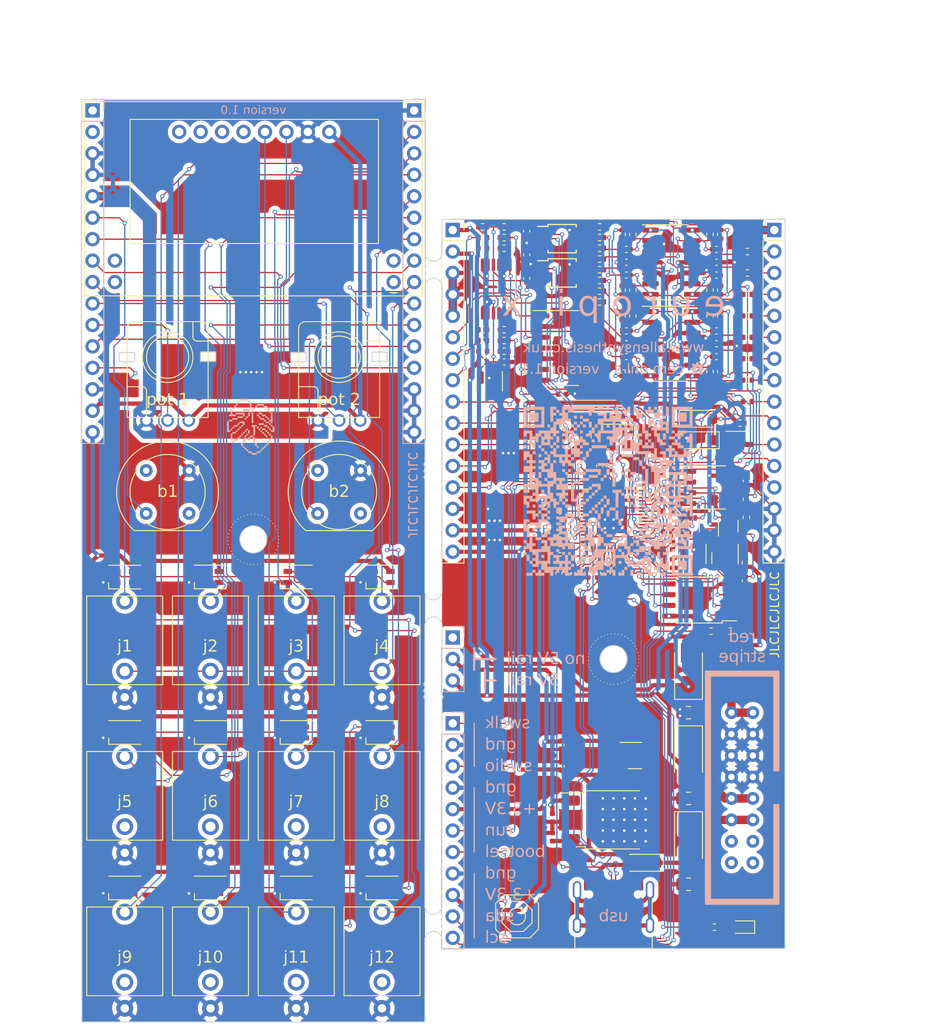
<source format=kicad_pcb>
(kicad_pcb (version 20221018) (generator pcbnew)
  (layers (0 "F.Cu" signal) (31 "B.Cu" signal) (34 "B.Paste" user) (35 "F.Paste" user) (36 "B.SilkS" user "B.Silkscreen") (37 "F.SilkS" user "F.Silkscreen") (38 "B.Mask" user) (39 "F.Mask" user) (44 "Edge.Cuts" user))
  (net 0 "")
  (net 1 "Earth")
  (net 2 "+5V")
  (net 3 "/XTAL_IN")
  (net 4 "/XTAL_OUT")
  (net 5 "+3.3V")
  (net 6 "Net-(U7D--)")
  (net 7 "Net-(U8D--)")
  (net 8 "/ADC_VDD")
  (net 9 "Net-(U7A--)")
  (net 10 "Net-(U8A--)")
  (net 11 "Net-(U7B--)")
  (net 12 "Net-(U8B--)")
  (net 13 "Net-(U7C--)")
  (net 14 "Net-(U8C--)")
  (net 15 "/NEOPIXEL_DATA_5V")
  (net 16 "/USB_DP")
  (net 18 "Net-(C19-Pad2)")
  (net 19 "Net-(C20-Pad2)")
  (net 21 "/DAC_1_RDY")
  (net 22 "/DAC_1_OUTA")
  (net 23 "/DAC_1_OUTB")
  (net 24 "/DAC_1_OUTC")
  (net 25 "/DAC_1_OUTD")
  (net 27 "/DAC_2_RDY")
  (net 28 "/DAC_2_OUTA")
  (net 29 "/DAC_2_OUTB")
  (net 30 "/DAC_2_OUTC")
  (net 31 "/DAC_2_OUTD")
  (net 32 "-12V")
  (net 33 "+12V")
  (net 34 "/USB_DN")
  (net 35 "Net-(C11-Pad2)")
  (net 36 "/NEOPIXEL_DATA_3V3")
  (net 37 "/QSPI_CS")
  (net 38 "/SWCLK")
  (net 39 "Net-(LED1-DOUT)")
  (net 40 "/SWDIO")
  (net 41 "Net-(LED2-DOUT)")
  (net 42 "Net-(LED3-DOUT)")
  (net 43 "Net-(LED4-DOUT)")
  (net 44 "Net-(LED5-DOUT)")
  (net 45 "Net-(LED6-DOUT)")
  (net 46 "/-10VREF")
  (net 47 "/INPUT_DETECT")
  (net 48 "/I2C0_SCL")
  (net 49 "/I2C0_SDA")
  (net 50 "/I2C1_SCL")
  (net 51 "/I2C1_SDA")
  (net 52 "/CV_INPUT_1_FRONT")
  (net 53 "/CV_INPUT_2_FRONT")
  (net 54 "/CV_INPUT_3_FRONT")
  (net 55 "/CV_INPUT_4_FRONT")
  (net 56 "Net-(U9A-+)")
  (net 57 "/CV_INPUT_1")
  (net 58 "Net-(U9B-+)")
  (net 59 "/CV_INPUT_2")
  (net 60 "Net-(U9C-+)")
  (net 61 "/CV_INPUT_3")
  (net 62 "Net-(U9D-+)")
  (net 63 "/CV_INPUT_4")
  (net 64 "Net-(LED8-DOUT)")
  (net 65 "Net-(LED10-DIN)")
  (net 66 "Net-(LED10-DOUT)")
  (net 68 "/I2C0_SDA_FRONT")
  (net 69 "/I2C0_SCL_FRONT")
  (net 70 "/+5V_FRONT")
  (net 71 "/+3.3V_FRONT")
  (net 72 "/CV_OUTPUT_1_FRONT")
  (net 73 "/CV_OUTPUT_5_FRONT")
  (net 74 "/CV_OUTPUT_2_FRONT")
  (net 75 "/CV_OUTPUT_6_FRONT")
  (net 76 "/CV_OUTPUT_3_FRONT")
  (net 77 "/CV_OUTPUT_7_FRONT")
  (net 78 "/CV_OUTPUT_4_FRONT")
  (net 79 "/CV_OUTPUT_8_FRONT")
  (net 80 "/BUTTON_1_FRONT")
  (net 81 "/BUTTON_2_FRONT")
  (net 82 "/KNOB_1_FRONT")
  (net 83 "/KNOB_2_FRONT")
  (net 86 "/NEOPIXEL_DATA_FRONT")
  (net 87 "/GND_FRONT")
  (net 88 "/INPUT_DETECT_FRONT")
  (net 89 "/CV_OUTPUT_1")
  (net 90 "/CV_OUTPUT_2")
  (net 91 "/CV_OUTPUT_3")
  (net 92 "/CV_OUTPUT_4")
  (net 93 "/CV_OUTPUT_5")
  (net 94 "/CV_OUTPUT_6")
  (net 95 "/CV_OUTPUT_7")
  (net 96 "/CV_OUTPUT_8")
  (net 97 "/BUTTON_1")
  (net 98 "/BUTTON_2")
  (net 99 "/KNOB_1")
  (net 100 "/KNOB_2")
  (net 103 "+1V1")
  (net 104 "/QSPI_SD3")
  (net 105 "Net-(C12-Pad2)")
  (net 106 "/QSPI_SCLK")
  (net 107 "/QSPI_SD0")
  (net 108 "Net-(C29-Pad2)")
  (net 109 "/QSPI_SD2")
  (net 110 "Net-(C32-Pad2)")
  (net 111 "Net-(D1-A)")
  (net 112 "Net-(D2-K)")
  (net 117 "Net-(LED2-DIN)")
  (net 118 "Net-(LED11-DIN)")
  (net 119 "Net-(U4-USB_DP)")
  (net 120 "Net-(U4-USB_DM)")
  (net 121 "/QSPI_SD1")
  (net 130 "/GPIO_25_LED")
  (net 133 "/+5V_EURO")
  (net 136 "/BOOTSEL")
  (net 137 "/RUN")
  (net 138 "/ADC_INPUT_1")
  (net 139 "/ADC_INPUT_3")
  (net 140 "/ADC_INPUT_4")
  (net 141 "/ADC_INPUT_2")
  (net 142 "Net-(C30-Pad2)")
  (net 143 "Net-(C33-Pad2)")
  (net 152 "/VBUS")
  (net 153 "/USB_DETECT")
  (net 155 "unconnected-(P1-SHIELD-PadS1)")
  (net 156 "/5VREG_INPUT")
  (net 157 "/ADC_ADVDD")
  (net 158 "/ADC_VREF")
  (net 159 "/USB_VDD")
  (net 163 "/DAC_1_OUTPUT_MODE")
  (net 164 "/DAC_2_OUTPUT_MODE")
  (net 165 "/DAC_1_OFFSET")
  (net 166 "/DAC_2_OFFSET")
  (net 167 "/+4.096VREF")
  (net 168 "/+2.048VREF")
  (net 169 "Net-(U1A--)")
  (net 170 "/DAC_1_OFFSET_INVERTED")
  (net 171 "Net-(U1B-+)")
  (net 172 "/DAC_2_OFFSET_INVERTED")
  (net 175 "/AGND_FRONT")
  (net 176 "Net-(D7-A)")
  (footprint "Package_TO_SOT_SMD:TO-252-2" (layer "F.Cu") (at 62.952 85.276)
    (fp_text reference "U11" hide)
    (fp_text value "L7805")
  )
  (footprint "LED_SMD:LED_SK6805_PLCC4_2.4x2.7mm_P1.3mm" (layer "F.Cu") (at 5.08 93.345)
    (fp_text reference "LED2" hide)
    (fp_text value "SK6805")
  )
  (footprint "Resistor_SMD:R_0402_1005Metric" (layer "F.Cu") (at 61.341 18.861 180)
    (fp_text reference "R13" hide)
    (fp_text value "100K")
  )
  (footprint "Package_TO_SOT_SMD:SOT-363_SC-70-6" (layer "F.Cu") (at 76.581 50.484 90)
    (fp_text reference "SW5" hide)
    (fp_text value "~")
  )
  (footprint "Capacitor_SMD:C_0402_1005Metric" (layer "F.Cu") (at 69.977 52.77 90)
    (fp_text reference "C3" hide)
    (fp_text value "1u")
  )
  (footprint "LED_SMD:LED_SK6805_PLCC4_2.4x2.7mm_P1.3mm" (layer "F.Cu") (at 5.08 74.93)
    (fp_text reference "LED1" hide)
    (fp_text value "SK6805")
  )
  (footprint "Diode_SMD:D_SMA" (layer "F.Cu") (at 71.882 67.502 90)
    (fp_text reference "D2" hide)
    (fp_text value "type=\"D\" model=\"DIODE\" lib=\"\"")
  )
  (footprint "Package_SO:SOIC-14_3.9x8.7mm_P1.27mm" (layer "F.Cu") (at 69.85 28.894)
    (fp_text reference "U8" hide)
    (fp_text value "TL074")
  )
  (footprint "Resistor_SMD:R_0402_1005Metric" (layer "F.Cu") (at 56.642 50.992)
    (fp_text reference "R59" hide)
    (fp_text value "10K")
  )
  (footprint "Eurorack:Thonkiconn Mono Jack" (layer "F.Cu") (at 35.56 101.6 90)
    (fp_text reference "J17" hide)
    (fp_text value "Thonkiconn_Mono_Jack")
  )
  (footprint "Diode_SMD:D_SOD-123" (layer "F.Cu") (at 73.152 37.784)
    (fp_text reference "D3" hide)
    (fp_text value "D")
  )
  (footprint "Resistor_SMD:R_0402_1005Metric" (layer "F.Cu") (at 59.944 56.072 90)
    (fp_text reference "R5" hide)
    (fp_text value "27R4")
  )
  (footprint "Resistor_SMD:R_0402_1005Metric" (layer "F.Cu") (at 75.692 15.94 90)
    (fp_text reference "R12" hide)
    (fp_text value "100K")
  )
  (footprint "Diode_SMD:D_SOD-123" (layer "F.Cu") (at 66.548 90.362 180)
    (fp_text reference "D6" hide)
    (fp_text value "D")
  )
  (footprint "Resistor_SMD:R_0402_1005Metric" (layer "F.Cu") (at 65.278 25.592 -90)
    (fp_text reference "R32" hide)
    (fp_text value "270K")
  )
  (footprint "Capacitor_SMD:C_0402_1005Metric" (layer "F.Cu") (at 58.801 56.072 -90)
    (fp_text reference "C13" hide)
    (fp_text value "2u2")
  )
  (footprint "Resistor_SMD:R_0402_1005Metric" (layer "F.Cu") (at 64.008 25.592 90)
    (fp_text reference "R29" hide)
    (fp_text value "100K")
  )
  (footprint "Resistor_SMD:R_0402_1005Metric" (layer "F.Cu") (at 64.008 22.544 -90)
    (fp_text reference "R41" hide)
    (fp_text value "100K")
  )
  (footprint "Package_SO:MSOP-10_3x3mm_P0.5mm" (layer "F.Cu") (at 56.896 20.512)
    (fp_text reference "DAC2" hide)
    (fp_text value "MCP4728")
  )
  (footprint "Resistor_SMD:R_0402_1005Metric" (layer "F.Cu") (at 56.642 49.849 180)
    (fp_text reference "R58" hide)
    (fp_text value "5K6")
  )
  (footprint "Resistor_SMD:R_0402_1005Metric" (layer "F.Cu") (at 76.835 62.93 180)
    (fp_text reference "R11" hide)
    (fp_text value "1K")
  )
  (footprint "Package_TO_SOT_SMD:SOT-23-3" (layer "F.Cu") (at 65.532 77.662)
    (fp_text reference "U5" hide)
    (fp_text value "~")
  )
  (footprint "Resistor_SMD:R_0402_1005Metric" (layer "F.Cu") (at 78.867 33.212 180)
    (fp_text reference "R48" hide)
    (fp_text value "1K")
  )
  (footprint "Capacitor_SMD:C_0402_1005Metric" (layer "F.Cu") (at 63.373 56.072 -90)
    (fp_text reference "C16" hide)
    (fp_text value "100n")
  )
  (footprint "Resistor_SMD:R_0402_1005Metric" (layer "F.Cu") (at 78.867 20.512 180)
    (fp_text reference "R33" hide)
    (fp_text value "1K")
  )
  (footprint "Eurorack:Thonkiconn Mono Jack" (layer "F.Cu") (at 25.4 101.6 90)
    (fp_text reference "J16" hide)
    (fp_text value "Thonkiconn_Mono_Jack")
  )
  (footprint "Package_SO:TSSOP-14_4.4x5mm_P0.65mm" (layer "F.Cu") (at 48.768 22.417 -90)
    (fp_text reference "U9" hide)
    (fp_text value "MCP6004")
  )
  (footprint "Connector_USB:USB_C_Receptacle_G-Switch_GT-USB-7010ASV" (layer "F.Cu") (at 62.992 96.712)
    (fp_text reference "P1" hide)
    (fp_text value "USB_C_Plug_USB2.0")
  )
  (footprint "Resistor_SMD:R_0402_1005Metric" (layer "F.Cu") (at 75.692 22.544 -90)
    (fp_text reference "R49" hide)
    (fp_text value "100K")
  )
  (footprint "Capacitor_SMD:C_0402_1005Metric" (layer "F.Cu") (at 75.184 28.894 180)
    (fp_text reference "C22" hide)
    (fp_text value "100n")
  )
  (footprint "Capacitor_SMD:C_0402_1005Metric" (layer "F.Cu") (at 52.705 21.147 -90)
    (fp_text reference "C27" hide)
    (fp_text value "100n")
  )
  (footprint "Eurorack:Thonkiconn Mono Jack" (layer "F.Cu") (at 25.4 83.185 90)
    (fp_text reference "J12" hide)
    (fp_text value "Thonkiconn_Mono_Jack")
  )
  (footprint "Resistor_SMD:R_0402_1005Metric" (layer "F.Cu") (at 74.422 25.592 -90)
    (fp_text reference "R17" hide)
    (fp_text value "270K")
  )
  (footprint "LED_SMD:LED_SK6805_PLCC4_2.4x2.7mm_P1.3mm" (layer "F.Cu") (at 25.4 56.515)
    (fp_text reference "LED10" hide)
    (fp_text value "SK6805")
  )
  (footprint "LED_SMD:LED_SK6805_PLCC4_2.4x2.7mm_P1.3mm" (layer "F.Cu") (at 15.24 74.93)
    (fp_text reference "LED3" hide)
    (fp_text value "SK6805")
  )
  (footprint "Resistor_SMD:R_0402_1005Metric" (layer "F.Cu") (at 61.341 22.671 180)
    (fp_text reference "R30" hide)
    (fp_text value "100K")
  )
  (footprint "Eurorack:Thonkiconn Mono Jack" (layer "F.Cu") (at 25.4 64.77 90)
    (fp_text reference "J4" hide)
    (fp_text value "Thonkiconn_Mono_Jack")
  )
  (footprint "Resistor_SMD:R_0402_1005Metric" (layer "F.Cu") (at 78.867 17.972 180)
    (fp_text reference "R18" hide)
    (fp_text value "1K")
  )
  (footprint "LED_SMD:LED_SK6805_PLCC4_2.4x2.7mm_P1.3mm" (layer "F.Cu") (at 5.08 56.53)
    (fp_text reference "LED9" hide)
    (fp_text value "SK6805")
  )
  (footprint "Capacitor_SMD:C_0402_1005Metric" (layer "F.Cu") (at 62.23 56.072 -90)
    (fp_text reference "C40" hide)
    (fp_text value "100n")
  )
  (footprint "Package_SO:SOIC-8_3.9x4.9mm_P1.27mm" (layer "F.Cu") (at 74.295 45.912)
    (fp_text reference "U1" hide)
    (fp_text value "MCP6002-xSN")
  )
  (footprint "Eurorack:Thonkiconn Mono Jack" (layer "F.Cu") (at 5.08 64.77 90)
    (fp_text reference "J3" hide)
    (fp_text value "Thonkiconn_Mono_Jack")
  )
  (footprint "Package_TO_SOT_SMD:SOT-23" (layer "F.Cu") (at 77.978 40.832)
    (fp_text reference "Q1" hide)
    (fp_text value "BSS138")
  )
  (footprint "Resistor_SMD:R_0402_1005Metric" (layer "F.Cu") (at 47.498 15.051 180)
    (fp_text reference "R37" hide)
    (fp_text value "100K")
  )
  (footprint "Capacitor_SMD:C_0402_1005Metric" (layer "F.Cu") (at 75.184 20.766 180)
    (fp_text reference "C32" hide)
    (fp_text value "100p")
  )
  (footprint "Capacitor_SMD:C_0402_1005Metric" (layer "F.Cu") (at 78.74 45.15 -90)
    (fp_text reference "C18" hide)
    (fp_text value "100n")
  )
  (footprint "Resistor_SMD:R_0402_1005Metric" (layer "F.Cu") (at 74.93 97.982)
    (fp_text reference "R62" hide)
    (fp_text value "200R")
  )
  (footprint "Resistor_SMD:R_0402_1005Metric" (layer "F.Cu") (at 47.498 16.321)
    (fp_text reference "R38" hide)
    (fp_text value "100K")
  )
  (footprint "Capacitor_SMD:C_0402_1005Metric" (layer "F.Cu") (at 55.753 87.314 90)
    (fp_text reference "C36" hide)
    (fp_text value "100n")
  )
  (footprint "Resistor_SMD:R_0402_1005Metric" (layer "F.Cu") (at 69.977 54.929 -90)
    (fp_text reference "R1" hide)
    (fp_text value "2K2")
  )
  (footprint "Resistor_SMD:R_0402_1005Metric" (layer "F.Cu") (at 50.038 27.243)
    (fp_text reference "R39" hide)
    (fp_text value "15K")
  )
  (footprint "Package_SO:SOIC-8_5.23x5.23mm_P1.27mm" (layer "F.Cu") (at 73.152 59.247 180)
    (fp_text reference "U6" hide)
    (fp_text value "~")
  )
  (footprint "Diode_SMD:D_SMA" (layer "F.Cu") (at 71.882 87.822 -90)
    (fp_text reference "D5" hide)
    (fp_text value "type=\"D\" model=\"DIODE\" lib=\"\"")
  )
  (footprint "Resistor_SMD:R_0402_1005Metric" (layer "F.Cu") (at 50.038 17.591)
    (fp_text reference "R25" hide)
    (fp_text value "15K")
  )
  (footprint "Resistor_SMD:R_0402_1005Metric" (layer "F.Cu") (at 64.008 32.196 -90)
    (fp_text reference "R43" hide)
    (fp_text value "100K")
  )
  (footprint "Capacitor_SMD:C_0402_1005Metric" (layer "F.Cu") (at 55.753 85.028 -90)
    (fp_text reference "C35" hide)
    (fp_text value "100n")
  )
  (footprint "Capacitor_SMD:C_0402_1005Metric" (layer "F.Cu") (at 75.184 19.242 180)
    (fp_text reference "C24" hide)
    (fp_text value "100n")
  )
  (footprint "Capacitor_SMD:C_0402_1005Metric" (layer "F.Cu") (at 75.184 27.37 180)
    (fp_text reference "C12" hide)
    (fp_text value "100p")
  )
  (footprint "Resistor_SMD:R_0402_1005Metric" (layer "F.Cu") (at 69.85 44.515 -90)
    (fp_text reference "R9" hide)
    (fp_text value "270K")
  )
  (footprint "Capacitor_SMD:C_0402_1005Metric" (layer "F.Cu") (at 64.516 30.418)
    (fp_text reference "C30" hide)
    (fp_text value "100p")
  )
  (footprint "LED_SMD:LED_SK6805_PLCC4_2.4x2.7mm_P1.3mm" (layer "F.Cu") (at 25.4 74.93)
    (fp_text reference "LED5" hide)
    (fp_text value "SK6805")
  )
  (footprint "Capacitor_SMD:C_0402_1005Metric" (layer "F.Cu") (at 61.341 43.372 90)
    (fp_text reference "C41" hide)
    (fp_text value "100n")
  )
  (footprint "Eurorack:TS-1187A-B-A-B" (layer "F.Cu") (at 51.562 96.712)
    (fp_text reference "SW3" hide)
    (fp_text value "~")
  )
  (footprint "Capacitor_SMD:C_0402_1005Metric" (layer "F.Cu") (at 64.516 28.894 180)
    (fp_text reference "C21" hide)
    (fp_text value "100n")
  )
  (footprint "Eurorack:Thonkiconn Mono Jack" (layer "F.Cu") (at 15.24 101.6 90)
    (fp_text reference "J15" hide)
    (fp_text value "Thonkiconn_Mono_Jack")
  )
  (footprint "Resistor_SMD:R_0402_1005Metric" (layer "F.Cu") (at 78.867 25.592 180)
    (fp_text reference "R56" hide)
    (fp_text value "1K")
  )
  (footprint "Resistor_SMD:R_0402_1005Metric" (layer "F.Cu") (at 74.422 22.544 90)
    (fp_text reference "R53" hide)
    (fp_text value "270K")
  )
  (footprint "Capacitor_SMD:C_0402_1005Metric" (layer "F.Cu") (at 56.778 78.932 90)
    (fp_text reference "C7" hide)
    (fp_text value "1u")
  )
  (footprint "Eurorack:Switch Tactile Momentary C&K" (layer "F.Cu") (at 7.62 48.990752)
    (fp_text reference "SW1" hide)
    (fp_text value "B1")
  )
  (footprint "Resistor_SMD:R_0402_1005Metric" (layer "F.Cu") (at 50.038 29.783 180)
    (fp_text reference "R35" hide)
    (fp_text value "100K")
  )
  (footprint "Resistor_SMD:R_0402_1005Metric" (layer "F.Cu") (at 69.85 46.674 -90)
    (fp_text reference "R8" hide)
    (fp_text value "270K")
  )
  (footprint "LED_SMD:LED_SK6805_PLCC4_2.4x2.7mm_P1.3mm" (layer "F.Cu") (at 35.56 93.345)
    (fp_text reference "LED8" hide)
    (fp_text value "SK6805")
  )
  (footprint "Capacitor_SMD:C_0402_1005Metric" (layer "F.Cu") (at 52.705 15.559 -90)
    (fp_text reference "C37" hide)
    (fp_text value "100n")
  )
  (footprint "Capacitor_SMD:C_0402_1005Metric" (layer "F.Cu") (at 52.705 18.353 -90)
    (fp_text reference "C38" hide)
    (fp_text value "100n")
  )
  (footprint "LED_SMD:LED_SK6805_PLCC4_2.4x2.7mm_P1.3mm" (layer "F.Cu") (at 15.24 93.345)
    (fp_text reference "LED4" hide)
    (fp_text value "SK6805")
  )
  (footprint "Capacitor_SMD:C_0402_1005Metric" (layer "F.Cu") (at 69.342 51.119)
    (fp_text reference "C14" hide)
    (fp_text value "100n")
  )
  (footprint "Package_TO_SOT_SMD:SOT-363_SC-70-6" (layer "F.Cu") (at 72.009 50.484 90)
    (fp_text reference "SW4" hide)
    (fp_text value "~")
  )
  (footprint "Resistor_SMD:R_0402_1005Metric" (layer "F.Cu") (at 74.422 15.94 -90)
    (fp_text reference "R16" hide)
    (fp_text value "270K")
  )
  (footprint "Resistor_SMD:R_0402_1005Metric" (layer "F.Cu") (at 78.867 28.132 180)
    (fp_text reference "R19" hide)
    (fp_text value "1K")
  )
  (footprint "Resistor_SMD:R_0402_1005Metric" (layer "F.Cu") (at 61.341 23.941 180)
    (fp_text reference "R15" hide)
    (fp_text value "100K")
  )
  (footprint "Capacitor_SMD:C_0402_1005Metric" (layer "F.Cu") (at 56.642 48.706 180)
    (fp_text reference "C5" hide)
    (fp_text value "100n")
  )
  (footprint "Panelization:mouse-bite-2mm-slot" (layer "F.Cu") (at 41.668 60.2368 90)
    (fp_text reference "mouse-bite-2mm-slot" hide)
    (fp_text value "VAL**" hide)
  )
  (footprint "Eurorack:Thonkiconn Mono Jack" (layer "F.Cu") (at 35.56 83.185 90)
    (fp_text reference "J13" hide)
    (fp_text value "Thonkiconn_Mono_Jack")
  )
  (footprint "Package_TO_SOT_SMD:SOT-23" (layer "F.Cu") (at 76.2 54.294 -90)
    (fp_text reference "U2" hide)
    (fp_text value "LM4040DBZ-2.0")
  )
  (footprint "Resistor_SMD:R_0402_1005Metric" (layer "F.Cu") (at 78.74 47.309 -90)
    (fp_text reference "R61" hide)
    (fp_text value "270K")
  )
  (footprint "Resistor_SMD:R_0402_1005Metric" (layer "F.Cu") (at 56.642 53.278)
    (fp_text reference "R60" hide)
    (fp_text value "200R")
  )
  (footprint "Eurorack:Thonkiconn Mono Jack" (layer "F.Cu") (at 15.24 83.185 90)
    (fp_text reference "J7" hide)
    (fp_text value "Thonkiconn_Mono_Jack")
  )
  (footprint "Capacitor_SMD:C_0402_1005Metric" (layer "F.Cu") (at 78.613 56.961 -90)
    (fp_text reference "C2" hide)
    (fp_text value "1u")
  )
  (footprint "Capacitor_SMD:C_0402_1005Metric" (layer "F.Cu") (at 64.516 19.242 180)
    (fp_text reference "C23" hide)
    (fp_text value "100n")
  )
  (footprint "Capacitor_SMD:C_0805_2012Metric" (layer "F.Cu") (at 71.882 82.742 180)
    (fp_text reference "C25" hide)
    (fp_text value "10u")
  )
  (footprint "Resistor_SMD:R_0402_1005Metric" (layer "F.Cu") (at 74.422 32.194 90)
    (fp_text reference "R54" hide)
    (fp_text value "270K")
  )
  (footprint "Package_TO_SOT_SMD:SOT-23" (layer "F.Cu") (at 48.26 33.847 -90)
    (fp_text reference "U3" hide)
    (fp_text value "LM4040DBZ-10")
  )
  (footprint "Resistor_SMD:R_0402_1005Metric" (layer "F.Cu") (at 50.038 15.051)
    (fp_text reference "R20" hide)
    (fp_text value "100K")
  )
  (footprint "Resistor_SMD:R_0402_1005Metric" (layer "F.Cu") (at 78.613 54.802 -90)
    (fp_text reference "R2" hide)
    (fp_text value "2K2")
  )
  (footprint "Resistor_SMD:R_0402_1005Metric" (layer "F.Cu") (at 47.498 27.243 180)
    (fp_text reference "R26" hide)
    (fp_text value "15K")
  )
  (footprint "Capacitor_SMD:C_0402_1005Metric" (layer "F.Cu") (at 60.706 39.943 -90)
    (fp_text reference "C9" hide)
    (fp_text value "10p")
  )
  (footprint "Capacitor_SMD:C_0402_1005Metric" (layer "F.Cu") (at 63.627 37.53)
    (fp_text reference "C8" hide)
    (fp_text value "10p")
  )
  (footprint "Package_SO:SOIC-14_3.9x8.7mm_P1.27mm" (layer "F.Cu") (at 69.85 19.242)
    (fp_text reference "U7" hide)
    (fp_text value "TL074")
  )
  (footprint "Package_TO_SOT_SMD:SOT-23" (layer "F.Cu") (at 72.39 54.294 -90)
    (fp_text reference "U12" hide)
    (fp_text value "LM4040DBZ-4.1")
  )
  (footprint "Resistor_SMD:R_0402_1005Metric" (layer "F.Cu") (at 61.341 21.401 180)
    (fp_text reference "R44" hide)
    (fp_text value "100K")
  )
  (footprint "Capacitor_SMD:C_0805_2012Metric" (layer "F.Cu") (at 71.882 92.902 180)
    (fp_text reference "C28" hide)
    (fp_text value "10u")
  )
  (footprint "LED_SMD:LED_SK6805_PLCC4_2.4x2.7mm_P1.3mm" (layer "F.Cu") (at 35.56 74.93)
    (fp_text reference "LED7" hide)
    (fp_text value "SK6805")
  )
  (footprint "Connector_PinSocket_2.54mm:PinSocket_1x16_P2.54mm_Vertical" (layer "F.Cu") (at 82.042 15.432)
    (fp_text reference "J8" hide)
    (fp_text value "Conn_01x16_Pin")
  )
  (footprint "Eurorack:Potentiometer 9mm Vertical Linear Centred" (layer "F.Cu") (at 30.48 30.48)
    (fp_text reference "P3" hide)
    (fp_text value "Potentiometer_9mm_Vertical_Linear")
    (fp_rect (start -5.7 0.55) (end -3.9 -0.55) (stroke (width 0.12)) (fill none) (layer "Edge.Cuts"))
    (fp_rect (start 3.9 0.5) (end 5.7 -0.6) (stroke (width 0.12)) (fill none) (layer "Edge.Cuts"))
  )
  (footprint "Resistor_SMD:R_0402_1005Metric" (layer "F.Cu") (at 74.549 62.93)
    (fp_text reference "R10" hide)
    (fp_text value "10K")
  )
  (footprint "Resistor_SMD:R_0402_1005Metric" (layer "F.Cu") (at 78.867 35.752 180)
    (fp_text reference "R57" hide)
    (fp_text value "1K")
  )
  (footprint "Diode_SMD:D_SMA" (layer "F.Cu") (at 71.882 77.662 -90)
    (fp_text reference "D1" hide)
    (fp_text value "type=\"D\" model=\"DIODE\" lib=\"\"")
  )
  (footprint "Package_SO:MSOP-10_3x3mm_P0.5mm" (layer "F.Cu") (at 56.896 16.448)
    (fp_text reference "DAC1" hide)
    (fp_text value "MCP4728")
  )
  (footprint "Eurorack:Potentiometer 9mm Vertical Linear Centred" (layer "F.Cu") (at 10.16 30.48)
    (fp_text reference "P2" hide)
    (fp_text value "Potentiometer_9mm_Vertical_Linear")
    (fp_rect (start -5.7 0.55) (end -3.9 -0.55) (stroke (width 0.12)) (fill none) (layer "Edge.Cuts"))
    (fp_rect (start 3.9 0.5) (end 5.7 -0.6) (stroke (width 0.12)) (fill none) (layer "Edge.Cuts"))
  )
  (footprint "Eurorack:Enoki OLED SSD1306 128x64" (layer "F.Cu") (at 11.536 3.81)
    (fp_text reference "OLED1" hide)
    (fp_text value "~")
  )
  (footprint "Resistor_SMD:R_0402_1005Metric" (layer "F.Cu") (at 78.867 23.052 180)
    (fp_text reference "R47" hide)
    (fp_text value "1K")
  )
  (footprint "Capacitor_SMD:C_0402_1005Metric" (layer "F.Cu") (at 56.515 56.072 -90)
    (fp_text reference "C17" hide)
    (fp_text value "2u2")
  )
  (footprint "Resistor_SMD:R_0402_1005Metric" (layer "F.Cu") (at 65.278 32.196 90)
    (fp_text reference "R46" hide)
    (fp_text value "270K")
  )
  (footprint "Eurorack:Thonkiconn Mono Jack" (layer "F.Cu") (at 5.08 83.185 90)
    (fp_text reference "J6" hide)
    (fp_text value "Thonkiconn_Mono_Jack")
  )
  (footprint "Capacitor_SMD:C_0402_1005Metric" (layer "F.Cu") (at 57.658 56.072 -90)
    (fp_text reference "C15" hide)
    (fp_text value "2u2")
  )
  (footprint "Resistor_SMD:R_0402_1005Metric" (layer "F.Cu") (at 61.087 56.072 90)
    (fp_text reference "R4" hide)
    (fp_text value "27R4")
  )
  (footprint "Resistor_SMD:R_0402_1005Metric" (layer "F.Cu") (at 47.498 17.591 180)
    (fp_text reference "R40" hide)
    (fp_text value "15K")
  )
  (footprint "LED_SMD:LED_SK6805_PLCC4_2.4x2.7mm_P1.3mm" (layer "F.Cu") (at 15.24 56.515)
    (fp_text reference "LED11" hide)
    (fp_text value "SK6805")
  )
  (footprint "Resistor_SMD:R_0402_1005Metric" (layer "F.Cu") (at 75.692 25.592 90)
    (fp_text reference "R14" hide)
    (fp_text value "100K")
  )
  (footprint "Panelization:mouse-bite-2mm-slot" (layer "F.Cu") (at 41.656 97.4852 90)
    (fp_text reference "mouse-bite-2mm-slot" hide)
    (fp_text value "VAL**" hide)
  )
  (footprint "Resistor_SMD:R_0402_1005Metric" (layer "F.Cu") (at 61.341 17.591 180)
    (fp_text reference "R28" hide)
    (fp_text value "100K")
  )
  (footprint "Capacitor_SMD:C_0402_1005Metric" (layer "F.Cu") (at 64.516 17.718)
    (fp_text reference "C19" hide)
    (fp_text value "100p")
  )
  (footprint "Capacitor_SMD:C_0402_1005Metric" (layer "F.Cu") (at 62.484 43.372 90)
    (fp_text reference "C6" hide)
    (fp_text value "100n")
  )
  (footprint "Resistor_SMD:R_0402_1005Metric" (layer "F.Cu") (at 56.642 54.421)
    (fp_text reference "R24" hide)
    (fp_text value "1R")
  )
  (footprint "Resistor_SMD:R_0402_1005Metric" (layer "F.Cu") (at 50.038 16.321 180)
    (fp_text reference "R21" hide)
    (fp_text value "100K")
  )
  (footprint "Resistor_SMD:R_0402_1005Metric" (layer "F.Cu") (at 64.008 15.94 90)
    (fp_text reference "R27" hide)
    (fp_text value "100K")
  )
  (footprint "Eurorack:Thonkiconn Mono Jack" (layer "F.Cu") (at 35.56 64.77 90)
    (fp_text reference "J9" hide)
    (fp_text value "Thonkiconn_Mono_Jack")
  )
  (footprint "LED_SMD:LED_SK6805_PLCC4_2.4x2.7mm_P1.3mm" (layer "F.Cu") (at 25.4 93.345)
    (fp_text reference "LED6" hide)
    (fp_text value "SK6805")
  )
  (footprint "Resistor_SMD:R_0402_1005Metric" (layer "F.Cu") (at 47.498 29.783)
    (fp_text reference "R22" hide)
    (fp_text value "100K")
  )
  (footprint "Resistor_SMD:R_0402_1005Metric" (layer "F.Cu") (at 61.341 16.321 180)
    (fp_text reference "R42" hide)
    (fp_text value "100K")
  )
  (footprint "Capacitor_SMD:C_0402_1005Metric" (layer "F.Cu") (at 50.038 31.053)
    (fp_text reference "C4" hide)
    (fp_text value "1u")
  )
  (footprint "Resistor_SMD:R_0402_1005Metric" (layer "F.Cu") (at 75.692 32.196 -90)
    (fp_text reference "R51" hide)
    (fp_text value "100K")
  )
  (footprint "LED_SMD:LED_0603_1608Metric" (layer "F.Cu") (at 78.232 97.982 180)
    (fp_text reference "D7" hide)
    (fp_text value "LED")
  )
  (footprint "Resistor_SMD:R_0402_1005Metric" (layer "F.Cu") (at 65.278 22.544 90)
    (fp_text reference "R45" hide)
    (fp_text value "270K")
  )
  (footprint "Capacitor_SMD:C_0402_1005Metric" (layer "F.Cu") (at 69.342 48.706)
    (fp_text reference "C39" hide)
    (fp_text value "100n")
  )
  (footprint "Resistor_SMD:R_0402_1005Metric" (layer "F.Cu") (at 74.803 42.356 180)
    (fp_text reference "R6" hide)
    (fp_text value "10K")
  )
  (footprint "Eurorack:Thonkiconn Mono Jack" (layer "F.Cu") (at 5.08 101.6 90)
    (fp_text reference "J14" hide)
    (fp_text value "Thonkiconn_Mono_Jack")
  )
  (footprint "Resistor_SMD:R_0402_1005Metric" (layer "F.Cu") (at 78.867 30.672 180)
    (fp_text reference "R34" hide)
    (fp_text value "1K")
  )
  (footprint "Resistor_SMD:R_0402_1005Metric" (layer "F.Cu") (at 50.038 28.513 180)
    (fp_text reference "R36" hide)
    (fp_text value "100K")
  )
  (footprint "Eurorack:Switch Tactile Momentary C&K" (layer "F.Cu") (at 27.94 48.990752)
    (fp_text reference "SW2" hide)
    (fp_text value "B2")
  )
  (footprint "Package_SO:SOIC-14_3.9x8.7mm_P1.27mm" (layer "F.Cu") (at 56.896 29.402)
    (fp_text reference "U10" hide)
    (fp_text value "MCP3428")
  )
  (footprint "Resistor_SMD:R_0402_1005Metric" (layer "F.Cu") (at 47.498 31.053 180)
    (fp_text reference "R3" hide)
    (fp_text value "2K2")
  )
  (footprint "Resistor_SMD:R_0402_1005Metric" (layer "F.Cu") (at 65.278 15.94 -90)
    (fp_text reference "R31" hide)
    (fp_text value "270K")
  )
  (footprint "Panelization:mouse-bite-2mm-slot" (layer "F.Cu") (at 41.668 20.1556 90)
    (fp_text reference "mouse-bite-2mm-slot" hide)
    (fp_text value "VAL**" hide)
  )
  (footprint "Capacitor_SMD:C_0402_1005Metric" (layer "F.Cu") (at 64.516 27.37)
    (fp_text reference "C20" hide)
    (fp_text value "100p")
  )
  (footprint "Capacitor_SMD:C_0402_1005Metric" (layer "F.Cu") (at 56.778 76.392 -90)
    (fp_text reference "C10" hide)
    (fp_text value "1u")
  )
  (footprint "Capacitor_SMD:C_0402_1005Metric" (layer "F.Cu") (at 75.184 17.718 180)
    (fp_text reference "C11" hide)
    (fp_text value "100p")
  )
  (footprint "Capacitor_SMD:C_0402_1005Metric" (layer "F.Cu") (at 56.642 52.135 180)
    (fp_text reference "C1" hide)
    (fp_text value "100n")
  )
  (footprint "Crystal:Crystal_SMD_3225-4Pin_3.2x2.5mm" (layer "F.Cu") (at 63.627 40.07 180)
    (fp_text reference "Y1" hide)
    (fp_text value "Crystal_GND2")
  )
  (footprint "Resistor_SMD:R_0402_1005Metric" (layer "F.Cu") (at 61.341 15.051 180)
    (fp_text reference "R50" hide)
    (fp_text value "100K")
  )
  (footprint "Capacitor_SMD:C_0402_1005Metric" (layer "F.Cu") (at 75.184 30.418 180)
    (fp_text reference "C33" hide)
    (fp_text value "100p")
  )
  (footprint "Capacitor_SMD:C_0402_1005Metric" (layer "F.Cu") (at 56.896 34.863)
    (fp_text reference "C31" hide)
    (fp_text value "100n")
  )
  (footprint "Capacitor_SMD:C_0402_1005Metric" (layer "F.Cu") (at 64.516 20.766)
    (fp_text reference "C29" hide)
    (fp_text value "100p")
  )
  (footprint "Capacitor_SMD:C_0805_2012Metric" (layer "F.Cu") (at 71.882 72.582)
    (fp_text reference "C26" hide)
    (fp_text value "10u")
  )
  (footprint "Resistor_SMD:R_0402_1005Metric" (layer "F.Cu") (at 47.498 28.513)
    (fp_text reference "R23" hide)
    (fp_text value "100K")
  )
  (footprint "Eurorack:Thonkiconn Mono Jack" (layer "F.Cu") (at 15.24 64.77 90)
    (fp_text reference "J10" hide)
    (fp_text value "Thonkiconn_Mono_Jack")
  )
  (footprint "Connector_PinSocket_2.54mm:PinSocket_1x16_P2.54mm_Vertical" (layer "F.Cu") (at 43.942 15.432)
    (fp_text reference "J5" hide)
    (fp_text value "Conn_01x16_Pin")
  )
  (footprint "Resistor_SMD:R_0402_1005Metric" (layer "F.Cu") (at 78.74 49.468 -90)
    (fp_text reference "R55" hide)
    (fp_text value "270K")
  )
  (footprint "Package_DFN_QFN:QFN-56-1EP_7x7mm_P0.4mm_EP3.2x3.2mm" (layer "F.Cu") (at 62.992 49.722 180)
    (fp_text reference "U4" hide)
    (fp_text value "RP2040")
  )
  (footprint "Resistor_SMD:R_0402_1005Metric" (layer "F.Cu") (at 61.341 20.131 180)
    (fp_text reference "R52" hide)
    (fp_text value "100K")
  )
  (footprint "LED_SMD:LED_SK6805_PLCC4_2.4x2.7mm_P1.3mm" (layer "F.Cu") (at 35.56 56.515)
    (fp_text reference "LED12" hide)
    (fp_text value "SK6805")
  )
  (footprint "Diode_SMD:D_SOD-123" (layer "F.Cu") (at 73.152 40.324 180)
    (fp_text reference "D4" hide)
    (fp_text value "D")
  )
  (footprint "Resistor_SMD:R_0402_1005Metric" (layer "F.Cu") (at 77.978 38.292 180)
    (fp_text reference "R7" hide)
    (fp_text value "10K")
  )
  (footprint "Connector_PinHeader_2.54mm:PinHeader_1x03_P2.54mm_Vertical" (layer "B.Cu") (at 43.942 63.692 180)
    (fp_text reference "J18" hide)
    (fp_text value "Conn_01x03_Pin")
  )
  (footprint "LOGO" (layer "B.Cu") (at 62.357 46.355 180)
    (fp_text reference "G***" hide)
    (fp_text value "LOGO" hide)
  )
  (footprint "NetTie:NetTie-2_SMD_Pad0.5mm" (layer "B.Cu") (at 3.683 9.906 90)
    (fp_text reference "NT1" hide)
    (fp_text value "NetTie_2")
  )
  (footprint "Connector_PinHeader_2.54mm:PinHeader_1x16_P2.54mm_Vertical" (layer "B.Cu") (at 39.37 1.27 180)
    (fp_text reference "J2" hide)
    (fp_text value "Conn_01x16_Pin")
  )
  (footprint "Eurorack:Eurorack Power Header 16 Pin Unlabeled" (layer "B.Cu") (at 78.232 81.472 90)
    (fp_text reference "J11" hide)
    (fp_text value "Conn_02x08_Odd_Even")
  )
  (footprint "Connector_PinHeader_2.54mm:PinHeader_1x11_P2.54mm_Vertical" (layer "B.Cu") (at 43.942 73.852 180)
    (fp_text reference "J22" hide)
    (fp_text value "Conn_01x11_Pin")
  )
  (footprint "Connector_PinHeader_2.54mm:PinHeader_1x16_P2.54mm_Vertical" (layer "B.Cu") (at 1.27 1.27 180)
    (fp_text reference "J1" hide)
    (fp_text value "Conn_01x16_Pin")
  )
  (gr_poly (pts (xy 21.148146 37.892302) (xy 21.355844 37.892302) (xy 21.355844 37.684604) (xy 21.148146 37.684604)) (fill solid) (layer "B.SilkS"))
  (gr_poly (pts (xy 18.246989 38.721771) (xy 18.454687 38.721771) (xy 18.454687 38.514073) (xy 18.246989 38.514073)) (fill solid) (layer "B.SilkS"))
  (gr_poly (pts (xy 17.211146 38.721771) (xy 17.418844 38.721771) (xy 17.418844 38.514073) (xy 17.211146 38.514073)) (fill solid) (layer "B.SilkS"))
  (gr_poly (pts (xy 22.185312 37.064156) (xy 22.39301 37.064156) (xy 22.39301 36.856458) (xy 22.185312 36.856458)) (fill solid) (layer "B.SilkS"))
  (gr_poly (pts (xy 22.391687 38.1) (xy 22.599385 38.1) (xy 22.599385 37.892302) (xy 22.391687 37.892302)) (fill solid) (layer "B.SilkS"))
  (gr_poly (pts (xy 21.977614 37.892302) (xy 22.185312 37.892302) (xy 22.185312 37.684604) (xy 21.977614 37.684604)) (fill solid) (layer "B.SilkS"))
  (gr_poly (pts (xy 19.904604 36.442386) (xy 20.112302 36.442386) (xy 20.112302 36.234688) (xy 19.904604 36.234688)) (fill solid) (layer "B.SilkS"))
  (gr_poly (pts (xy 21.769916 39.965313) (xy 21.977614 39.965313) (xy 21.977614 39.757615) (xy 21.769916 39.757615)) (fill solid) (layer "B.SilkS"))
  (gr_poly (pts (xy 17.625218 39.135844) (xy 17.832917 39.135844) (xy 17.832917 38.928146) (xy 17.625218 38.928146)) (fill solid) (layer "B.SilkS"))
  (gr_poly (pts (xy 22.391687 38.721771) (xy 22.599385 38.721771) (xy 22.599385 38.514073) (xy 22.391687 38.514073)) (fill solid) (layer "B.SilkS"))
  (gr_poly (pts (xy 17.211146 39.135844) (xy 17.418844 39.135844) (xy 17.418844 38.928146) (xy 17.211146 38.928146)) (fill solid) (layer "B.SilkS"))
  (gr_poly (pts (xy 18.246989 39.343542) (xy 18.454687 39.343542) (xy 18.454687 39.135844) (xy 18.246989 39.135844)) (fill solid) (layer "B.SilkS"))
  (gr_poly (pts (xy 20.734073 38.929469) (xy 20.941771 38.929469) (xy 20.941771 38.721771) (xy 20.734073 38.721771)) (fill solid) (layer "B.SilkS"))
  (gr_poly (pts (xy 21.769916 38.721771) (xy 21.977614 38.721771) (xy 21.977614 38.514073) (xy 21.769916 38.514073)) (fill solid) (layer "B.SilkS"))
  (gr_poly (pts (xy 19.904604 36.02699) (xy 20.112302 36.02699) (xy 20.112302 35.819292) (xy 19.904604 35.819292)) (fill solid) (layer "B.SilkS"))
  (gr_poly (pts (xy 18.86876 35.612917) (xy 19.076458 35.612917) (xy 19.076458 35.405219) (xy 18.86876 35.405219)) (fill solid) (layer "B.SilkS"))
  (gr_poly (pts (xy 17.832917 37.892302) (xy 18.040615 37.892302) (xy 18.040615 37.684604) (xy 17.832917 37.684604)) (fill solid) (layer "B.SilkS"))
  (gr_poly (pts (xy 20.112302 37.270531) (xy 20.32 37.270531) (xy 20.32 37.062834) (xy 20.112302 37.062834)) (fill solid) (layer "B.SilkS"))
  (gr_poly (pts (xy 20.32 40.587084) (xy 20.527698 40.587084) (xy 20.527698 40.379385) (xy 20.32 40.379385)) (fill solid) (layer "B.SilkS"))
  (gr_poly (pts (xy 18.86876 37.685927) (xy 19.076458 37.685927) (xy 19.076458 37.478229) (xy 18.86876 37.478229)) (fill solid) (layer "B.SilkS"))
  (gr_poly (pts (xy 21.355844 41.416552) (xy 21.563541 41.416552) (xy 21.563541 41.208854) (xy 21.355844 41.208854)) (fill solid) (layer "B.SilkS"))
  (gr_poly (pts (xy 21.355844 38.514073) (xy 21.563541 38.514073) (xy 21.563541 38.306375) (xy 21.355844 38.306375)) (fill solid) (layer "B.SilkS"))
  (gr_poly (pts (xy 17.832917 38.929469) (xy 18.040615 38.929469) (xy 18.040615 38.721771) (xy 17.832917 38.721771)) (fill solid) (layer "B.SilkS"))
  (gr_poly (pts (xy 17.625218 37.270531) (xy 17.832917 37.270531) (xy 17.832917 37.062834) (xy 17.625218 37.062834)) (fill solid) (layer "B.SilkS"))
  (gr_poly (pts (xy 19.076458 40.587084) (xy 19.284156 40.587084) (xy 19.284156 40.379385) (xy 19.076458 40.379385)) (fill solid) (layer "B.SilkS"))
  (gr_poly (pts (xy 20.32 39.343542) (xy 20.527698 39.343542) (xy 20.527698 39.135844) (xy 20.32 39.135844)) (fill solid) (layer "B.SilkS"))
  (gr_poly (pts (xy 18.039291 36.442386) (xy 18.246989 36.442386) (xy 18.246989 36.234688) (xy 18.039291 36.234688)) (fill solid) (layer "B.SilkS"))
  (gr_poly (pts (xy 22.185312 38.1) (xy 22.39301 38.1) (xy 22.39301 37.892302) (xy 22.185312 37.892302)) (fill solid) (layer "B.SilkS"))
  (gr_poly (pts (xy 19.076458 36.856458) (xy 19.284156 36.856458) (xy 19.284156 36.648761) (xy 19.076458 36.648761)) (fill solid) (layer "B.SilkS"))
  (gr_poly (pts (xy 18.454687 40.173011) (xy 18.662385 40.173011) (xy 18.662385 39.965313) (xy 18.454687 39.965313)) (fill solid) (layer "B.SilkS"))
  (gr_line (start 49.022 68.772) (end 47.752 68.772) (stroke (width 0.25)) (layer "B.SilkS"))
  (gr_poly (pts (xy 18.246989 36.234688) (xy 18.454687 36.234688) (xy 18.454687 36.02699) (xy 18.246989 36.02699)) (fill solid) (layer "B.SilkS"))
  (gr_poly (pts (xy 21.148146 37.270531) (xy 21.355844 37.270531) (xy 21.355844 37.062834) (xy 21.148146 37.062834)) (fill solid) (layer "B.SilkS"))
  (gr_poly (pts (xy 19.076458 40.379385) (xy 19.284156 40.379385) (xy 19.284156 40.171687) (xy 19.076458 40.171687)) (fill solid) (layer "B.SilkS"))
  (gr_poly (pts (xy 17.625218 40.173011) (xy 17.832917 40.173011) (xy 17.832917 39.965313) (xy 17.625218 39.965313)) (fill solid) (layer "B.SilkS"))
  (gr_poly (pts (xy 19.282833 40.173011) (xy 19.490531 40.173011) (xy 19.490531 39.965313) (xy 19.282833 39.965313)) (fill solid) (layer "B.SilkS"))
  (gr_poly (pts (xy 18.039291 40.379385) (xy 18.246989 40.379385) (xy 18.246989 40.171687) (xy 18.039291 40.171687)) (fill solid) (layer "B.SilkS"))
  (gr_poly (pts (xy 17.211146 39.343542) (xy 17.418844 39.343542) (xy 17.418844 39.135844) (xy 17.211146 39.135844)) (fill solid) (layer "B.SilkS"))
  (gr_poly (pts (xy 20.32 39.135844) (xy 20.527698 39.135844) (xy 20.527698 38.928146) (xy 20.32 38.928146)) (fill solid) (layer "B.SilkS"))
  (gr_poly (pts (xy 18.86876 38.307698) (xy 19.076458 38.307698) (xy 19.076458 38.1) (xy 18.86876 38.1)) (fill solid) (layer "B.SilkS"))
  (gr_poly (pts (xy 17.211146 38.307698) (xy 17.418844 38.307698) (xy 17.418844 38.1) (xy 17.211146 38.1)) (fill solid) (layer "B.SilkS"))
  (gr_poly (pts (xy 19.076458 39.55124) (xy 19.284156 39.55124) (xy 19.284156 39.343542) (xy 19.076458 39.343542)) (fill solid) (layer "B.SilkS"))
  (gr_poly (pts (xy 17.625218 37.478229) (xy 17.832917 37.478229) (xy 17.832917 37.270531) (xy 17.625218 37.270531)) (fill solid) (layer "B.SilkS"))
  (gr_poly (pts (xy 21.563541 37.478229) (xy 21.771239 37.478229) (xy 21.771239 37.270531) (xy 21.563541 37.270531)) (fill solid) (layer "B.SilkS"))
  (gr_poly (pts (xy 21.977614 36.648761) (xy 22.185312 36.648761) (xy 22.185312 36.441063) (xy 21.977614 36.441063)) (fill solid) (layer "B.SilkS"))
  (gr_poly (pts (xy 19.076458 37.270531) (xy 19.284156 37.270531) (xy 19.284156 37.062834) (xy 19.076458 37.062834)) (fill solid) (layer "B.SilkS"))
  (gr_poly (pts (xy 19.698229 39.55124) (xy 19.905927 39.55124) (xy 19.905927 39.343542) (xy 19.698229 39.343542)) (fill solid) (layer "B.SilkS"))
  (gr_poly (pts (xy 21.977614 39.55124) (xy 22.185312 39.55124) (xy 22.185312 39.343542) (xy 21.977614 39.343542)) (fill solid) (layer "B.SilkS"))
  (gr_poly (pts (xy 20.32 36.648761) (xy 20.527698 36.648761) (xy 20.527698 36.441063) (xy 20.32 36.441063)) (fill solid) (layer "B.SilkS"))
  (gr_poly (pts (xy 21.563541 39.135844) (xy 21.771239 39.135844) (xy 21.771239 38.928146) (xy 21.563541 38.928146)) (fill solid) (layer "B.SilkS"))
  (gr_poly (pts (xy 18.86876 39.757615) (xy 19.076458 39.757615) (xy 19.076458 39.549917) (xy 18.86876 39.549917)) (fill solid) (layer "B.SilkS"))
  (gr_poly (pts (xy 22.391687 37.685927) (xy 22.599385 37.685927) (xy 22.599385 37.478229) (xy 22.391687 37.478229)) (fill solid) (layer "B.SilkS"))
  (gr_poly (pts (xy 18.246989 37.270531) (xy 18.454687 37.270531) (xy 18.454687 37.062834) (xy 18.246989 37.062834)) (fill solid) (layer "B.SilkS"))
  (gr_poly (pts (xy 19.076458 38.514073) (xy 19.284156 38.514073) (xy 19.284156 38.306375) (xy 19.076458 38.306375)) (fill solid) (layer "B.SilkS"))
  (gr_poly (pts (xy 20.112302 38.1) (xy 20.32 38.1) (xy 20.32 37.892302) (xy 20.112302 37.892302)) (fill solid) (layer "B.SilkS"))
  (gr_poly (pts (xy 19.904604 37.064156) (xy 20.112302 37.064156) (xy 20.112302 36.856458) (xy 19.904604 36.856458)) (fill solid) (layer "B.SilkS"))
  (gr_poly (pts (xy 20.32 40.379385) (xy 20.527698 40.379385) (xy 20.527698 40.171687) (xy 20.32 40.171687)) (fill solid) (layer "B.SilkS"))
  (gr_poly (pts (xy 17.625218 39.965313) (xy 17.832917 39.965313) (xy 17.832917 39.757615) (xy 17.625218 39.757615)) (fill solid) (layer "B.SilkS"))
  (gr_poly (pts (xy 19.698229 37.270531) (xy 19.905927 37.270531) (xy 19.905927 37.062834) (xy 19.698229 37.062834)) (fill solid) (layer "B.SilkS"))
  (gr_poly (pts (xy 17.625218 38.1) (xy 17.832917 38.1) (xy 17.832917 37.892302) (xy 17.625218 37.892302)) (fill solid) (layer "B.SilkS"))
  (gr_poly (pts (xy 19.076458 35.612917) (xy 19.284156 35.612917) (xy 19.284156 35.405219) (xy 19.076458 35.405219)) (fill solid) (layer "B.SilkS"))
  (gr_poly (pts (xy 17.41752 37.478229) (xy 17.625218 37.478229) (xy 17.625218 37.270531) (xy 17.41752 37.270531)) (fill solid) (layer "B.SilkS"))
  (gr_poly (pts (xy 17.41752 38.1) (xy 17.625218 38.1) (xy 17.625218 37.892302) (xy 17.41752 37.892302)) (fill solid) (layer "B.SilkS"))
  (gr_poly (pts (xy 18.246989 36.02699) (xy 18.454687 36.02699) (xy 18.454687 35.819292) (xy 18.246989 35.819292)) (fill solid) (layer "B.SilkS"))
  (gr_poly (pts (xy 21.148146 39.343542) (xy 21.355844 39.343542) (xy 21.355844 39.135844) (xy 21.148146 39.135844)) (fill solid) (layer "B.SilkS"))
  (gr_poly (pts (xy 18.661062 35.612917) (xy 18.86876 35.612917) (xy 18.86876 35.405219) (xy 18.661062 35.405219)) (fill solid) (layer "B.SilkS"))
  (gr_poly (pts (xy 18.039291 39.55124) (xy 18.246989 39.55124) (xy 18.246989 39.343542) (xy 18.039291 39.343542)) (fill solid) (layer "B.SilkS"))
  (gr_poly (pts (xy 18.661062 37.270531) (xy 18.86876 37.270531) (xy 18.86876 37.062834) (xy 18.661062 37.062834)) (fill solid) (layer "B.SilkS"))
  (gr_poly (pts (xy 20.32 38.929469) (xy 20.527698 38.929469) (xy 20.527698 38.721771) (xy 20.32 38.721771)) (fill solid) (layer "B.SilkS"))
  (gr_poly (pts (xy 21.769916 37.685927) (xy 21.977614 37.685927) (xy 21.977614 37.478229) (xy 21.769916 37.478229)) (fill solid) (layer "B.SilkS"))
  (gr_poly (pts (xy 19.698229 39.343542) (xy 19.905927 39.343542) (xy 19.905927 39.135844) (xy 19.698229 39.135844)) (fill solid) (layer "B.SilkS"))
  (gr_poly (pts (xy 22.391687 37.892302) (xy 22.599385 37.892302) (xy 22.599385 37.684604) (xy 22.391687 37.684604)) (fill solid) (layer "B.SilkS"))
  (gr_poly (pts (xy 18.454687 38.514073) (xy 18.662385 38.514073) (xy 18.662385 38.306375) (xy 18.454687 38.306375)) (fill solid) (layer "B.SilkS"))
  (gr_poly (pts (xy 20.32 39.55124) (xy 20.527698 39.55124) (xy 20.527698 39.343542) (xy 20.32 39.343542)) (fill solid) (layer "B.SilkS"))
  (gr_line (start 49.022 66.232) (end 46.482 66.232) (stroke (width 0.25)) (layer "B.SilkS"))
  (gr_poly (pts (xy 20.112302 37.478229) (xy 20.32 37.478229) (xy 20.32 37.270531) (xy 20.112302 37.270531)) (fill solid) (layer "B.SilkS"))
  (gr_poly (pts (xy 18.454687 37.685927) (xy 18.662385 37.685927) (xy 18.662385 37.478229) (xy 18.454687 37.478229)) (fill solid) (layer "B.SilkS"))
  (gr_line (start 46.482 73.852) (end 46.482 78.932) (stroke (width 0.15)) (layer "B.SilkS"))
  (gr_poly (pts (xy 21.977614 40.794782) (xy 22.185312 40.794782) (xy 22.185312 40.587084) (xy 21.977614 40.587084)) (fill solid) (layer "B.SilkS"))
  (gr_poly (pts (xy 21.563541 36.442386) (xy 21.771239 36.442386) (xy 21.771239 36.234688) (xy 21.563541 36.234688)) (fill solid) (layer "B.SilkS"))
  (gr_poly (pts (xy 17.832917 40.587084) (xy 18.040615 40.587084) (xy 18.040615 40.379385) (xy 17.832917 40.379385)) (fill solid) (layer "B.SilkS"))
  (gr_poly (pts (xy 19.282833 35.612917) (xy 19.490531 35.612917) (xy 19.490531 35.405219) (xy 19.282833 35.405219)) (fill solid) (layer "B.SilkS"))
  (gr_poly (pts (xy 17.211146 38.514073) (xy 17.418844 38.514073) (xy 17.418844 38.306375) (xy 17.211146 38.306375)) (fill solid) (layer "B.SilkS"))
  (gr_poly (pts (xy 21.563541 38.1) (xy 21.771239 38.1) (xy 21.771239 37.892302) (xy 21.563541 37.892302)) (fill solid) (layer "B.SilkS"))
  (gr_poly (pts (xy 20.112302 36.856458) (xy 20.32 36.856458) (xy 20.32 36.648761) (xy 20.112302 36.648761)) (fill solid) (layer "B.SilkS"))
  (gr_poly (pts (xy 18.039291 37.478229) (xy 18.246989 37.478229) (xy 18.246989 37.270531) (xy 18.039291 37.270531)) (fill solid) (layer "B.SilkS"))
  (gr_poly (pts (xy 17.625218 36.856458) (xy 17.832917 36.856458) (xy 17.832917 36.648761) (xy 17.625218 36.648761)) (fill solid) (layer "B.SilkS"))
  (gr_poly (pts (xy 20.32 42.038323) (xy 20.527698 42.038323) (xy 20.527698 41.830625) (xy 20.32 41.830625)) (fill solid) (layer "B.SilkS"))
  (gr_poly (pts (xy 20.941771 41.830625) (xy 21.149468 41.830625) (xy 21.149468 41.622927) (xy 20.941771 41.622927)) (fill solid) (layer "B.SilkS"))
  (gr_poly (pts (xy 22.391687 39.343542) (xy 22.599385 39.343542) (xy 22.599385 39.135844) (xy 22.391687 39.135844)) (fill solid) (layer "B.SilkS"))
  (gr_poly (pts (xy 18.86876 41.001156) (xy 19.076458 41.001156) (xy 19.076458 40.793458) (xy 18.86876 40.793458)) (fill solid) (layer "B.SilkS"))
  (gr_poly (pts (xy 72.427533 32.552619) (xy 72.264535 32.393184) (xy 72.380584 32.211357) (xy 72.316921 32.053941) (xy 72.103139 32.005551) (xy 72.099315 31.788632) (xy 72.322018 31.738472) (xy 72.391726 31.577523) (xy 72.269577 31.388782) (xy 72.433518 31.234097) (xy 72.61608 31.357361) (xy 72.770818 31.29547) (xy 72.820574 31.069668) (xy 73.042411 31.074547) (xy 73.085717 31.294274) (xy 73.239327 31.357467) (xy 73.431326 31.232561) (xy 73.58784 31.392614) (xy 73.468535 31.569028) (xy 73.529389 31.730424) (xy 73.752561 31.785804) (xy 73.748957 32.005701) (xy 73.539146 32.04908) (xy 73.472503 32.209319) (xy 73.586274 32.389235) (xy 73.432477 32.553632) (xy 73.256564 32.440183) (xy 73.173007 32.481571) (xy 73.021672 32.110919) (xy 73.083839 32.065433) (xy 73.127221 32.009724) (xy 73.152 31.942) (xy 73.154403 31.867841) (xy 73.135911 31.802468) (xy 73.100101 31.746566) (xy 73.035802 31.694732) (xy 72.972492 31.671605) (xy 72.908464 31.667668) (xy 72.857735 31.677283) (xy 72.797495 31.70627) (xy 72.752175 31.746566) (xy 72.721215 31.792409) (xy 72.699619 31.856421) (xy 72.697168 31.919847) (xy 72.7102 31.977086) (xy 72.73638 32.027798) (xy 72.768437 32.065433) (xy 72.801784 32.09158) (xy 72.834352 32.116832) (xy 72.684702 32.481033) (xy 72.590923 32.441113)) (stroke (width 0.02)) (fill solid) (layer "B.SilkS"))
  (gr_poly (pts (xy 20.941771 38.514073) (xy 21.149468 38.514073) (xy 21.149468 38.306375) (xy 20.941771 38.306375)) (fill solid) (layer "B.SilkS"))
  (gr_poly (pts (xy 21.355844 37.478229) (xy 21.563541 37.478229) (xy 21.563541 37.270531) (xy 21.355844 37.270531)) (fill solid) (layer "B.SilkS"))
  (gr_poly (pts (xy 19.282833 36.856458) (xy 19.490531 36.856458) (xy 19.490531 36.648761) (xy 19.282833 36.648761)) (fill solid) (layer "B.SilkS"))
  (gr_poly (pts (xy 17.625218 39.757615) (xy 17.832917 39.757615) (xy 17.832917 39.549917) (xy 17.625218 39.549917)) (fill solid) (layer "B.SilkS"))
  (gr_poly (pts (xy 20.734073 36.234688) (xy 20.941771 36.234688) (xy 20.941771 36.02699) (xy 20.734073 36.02699)) (fill solid) (layer "B.SilkS"))
  (gr_poly (pts (xy 20.112302 37.892302) (xy 20.32 37.892302) (xy 20.32 37.684604) (xy 20.112302 37.684604)) (fill solid) (layer "B.SilkS"))
  (gr_poly (pts (xy 19.282833 41.416552) (xy 19.490531 41.416552) (xy 19.490531 41.208854) (xy 19.282833 41.208854)) (fill solid) (layer "B.SilkS"))
  (gr_poly (pts (xy 17.832917 39.55124) (xy 18.040615 39.55124) (xy 18.040615 39.343542) (xy 17.832917 39.343542)) (fill solid) (layer "B.SilkS"))
  (gr_line (start 47.752 67.502) (end 47.752 70.042) (stroke (width 0.25)) (layer "B.SilkS"))
  (gr_poly (pts (xy 22.391687 38.307698) (xy 22.599385 38.307698) (xy 22.599385 38.1) (xy 22.391687 38.1)) (fill solid) (layer "B.SilkS"))
  (gr_poly (pts (xy 20.32 38.721771) (xy 20.527698 38.721771) (xy 20.527698 38.514073) (xy 20.32 38.514073)) (fill solid) (layer "B.SilkS"))
  (gr_poly (pts (xy 19.904604 39.965313) (xy 20.112302 39.965313) (xy 20.112302 39.757615) (xy 19.904604 39.757615)) (fill solid) (layer "B.SilkS"))
  (gr_poly (pts (xy 21.148146 38.514073) (xy 21.355844 38.514073) (xy 21.355844 38.306375) (xy 21.148146 38.306375)) (fill solid) (layer "B.SilkS"))
  (gr_poly (pts (xy 22.185312 39.135844) (xy 22.39301 39.135844) (xy 22.39301 38.928146) (xy 22.185312 38.928146)) (fill solid) (layer "B.SilkS"))
  (gr_poly (pts (xy 21.563541 41.208854) (xy 21.771239 41.208854) (xy 21.771239 41.001156) (xy 21.563541 41.001156)) (fill solid) (layer "B.SilkS"))
  (gr_poly (pts (xy 18.661062 39.965313) (xy 18.86876 39.965313) (xy 18.86876 39.757615) (xy 18.661062 39.757615)) (fill solid) (layer "B.SilkS"))
  (gr_poly (pts (xy 19.490531 41.622927) (xy 19.698229 41.622927) (xy 19.698229 41.415229) (xy 19.490531 41.415229)) (fill solid) (layer "B.SilkS"))
  (gr_poly (pts (xy 19.490531 37.685927) (xy 19.698229 37.685927) (xy 19.698229 37.478229) (xy 19.490531 37.478229)) (fill solid) (layer "B.SilkS"))
  (gr_poly (pts (xy 22.185312 40.379385) (xy 22.39301 40.379385) (xy 22.39301 40.171687) (xy 22.185312 40.171687)) (fill solid) (layer "B.SilkS"))
  (gr_poly (pts (xy 22.599385 39.343542) (xy 22.807083 39.343542) (xy 22.807083 39.135844) (xy 22.599385 39.135844)) (fill solid) (layer "B.SilkS"))
  (gr_poly (pts (xy 18.661062 38.307698) (xy 18.86876 38.307698) (xy 18.86876 38.1) (xy 18.661062 38.1)) (fill solid) (layer "B.SilkS"))
  (gr_poly (pts (xy 18.86876 40.794782) (xy 19.076458 40.794782) (xy 19.076458 40.587084) (xy 18.86876 40.587084)) (fill solid) (layer "B.SilkS"))
  (gr_poly (pts (xy 21.769916 38.307698) (xy 21.977614 38.307698) (xy 21.977614 38.1) (xy 21.769916 38.1)) (fill solid) (layer "B.SilkS"))
  (gr_poly (pts (xy 19.490531 39.757615) (xy 19.698229 39.757615) (xy 19.698229 39.549917) (xy 19.490531 39.549917)) (fill solid) (layer "B.SilkS"))
  (gr_poly (pts (xy 18.86876 38.721771) (xy 19.076458 38.721771) (xy 19.076458 38.514073) (xy 18.86876 38.514073)) (fill solid) (layer "B.SilkS"))
  (gr_poly (pts (xy 20.112302 38.721771) (xy 20.32 38.721771) (xy 20.32 38.514073) (xy 20.112302 38.514073)) (fill solid) (layer "B.SilkS"))
  (gr_poly (pts (xy 17.625218 37.064156) (xy 17.832917 37.064156) (xy 17.832917 36.856458) (xy 17.625218 36.856458)) (fill solid) (layer "B.SilkS"))
  (gr_poly (pts (xy 17.832917 36.648761) (xy 18.040615 36.648761) (xy 18.040615 36.441063) (xy 17.832917 36.441063)) (fill solid) (layer "B.SilkS"))
  (gr_poly (pts (xy 18.454687 35.820615) (xy 18.662385 35.820615) (xy 18.662385 35.612917) (xy 18.454687 35.612917)) (fill solid) (layer "B.SilkS"))
  (gr_poly (pts (xy 18.454687 37.270531) (xy 18.662385 37.270531) (xy 18.662385 37.062834) (xy 18.454687 37.062834)) (fill solid) (layer "B.SilkS"))
  (gr_poly (pts (xy 22.391687 37.270531) (xy 22.599385 37.270531) (xy 22.599385 37.062834) (xy 22.391687 37.062834)) (fill solid) (layer "B.SilkS"))
  (gr_poly (pts (xy 19.076458 41.208854) (xy 19.284156 41.208854) (xy 19.284156 41.001156) (xy 19.076458 41.001156)) (fill solid) (layer "B.SilkS"))
  (gr_poly (pts (xy 20.32 39.757615) (xy 20.527698 39.757615) (xy 20.527698 39.549917) (xy 20.32 39.549917)) (fill solid) (layer "B.SilkS"))
  (gr_line (start 46.482 64.962) (end 46.482 67.502) (stroke (width 0.25)) (layer "B.SilkS"))
  (gr_poly (pts (xy 20.734073 41.830625) (xy 20.941771 41.830625) (xy 20.941771 41.622927) (xy 20.734073 41.622927)) (fill solid) (layer "B.SilkS"))
  (gr_poly (pts (xy 21.769916 41.001156) (xy 21.977614 41.001156) (xy 21.977614 40.793458) (xy 21.769916 40.793458)) (fill solid) (layer "B.SilkS"))
  (gr_poly (pts (xy 20.112302 38.307698) (xy 20.32 38.307698) (xy 20.32 38.1) (xy 20.112302 38.1)) (fill solid) (layer "B.SilkS"))
  (gr_poly (pts (xy 20.526375 42.038323) (xy 20.734073 42.038323) (xy 20.734073 41.830625) (xy 20.526375 41.830625)) (fill solid) (layer "B.SilkS"))
  (gr_poly (pts (xy 22.391687 40.173011) (xy 22.599385 40.173011) (xy 22.599385 39.965313) (xy 22.391687 39.965313)) (fill solid) (layer "B.SilkS"))
  (gr_poly (pts (xy 19.282833 39.965313) (xy 19.490531 39.965313) (xy 19.490531 39.757615) (xy 19.282833 39.757615)) (fill solid) (layer "B.SilkS"))
  (gr_poly (pts (xy 18.661062 37.685927) (xy 18.86876 37.685927) (xy 18.86876 37.478229) (xy 18.661062 37.478229)) (fill solid) (layer "B.SilkS"))
  (gr_poly (pts (xy 19.698229 41.830625) (xy 19.905927 41.830625) (xy 19.905927 41.622927) (xy 19.698229 41.622927)) (fill solid) (layer "B.SilkS"))
  (gr_poly (pts (xy 22.185312 39.757615) (xy 22.39301 39.757615) (xy 22.39301 39.549917) (xy 22.185312 39.549917)) (fill solid) (layer "B.SilkS"))
  (gr_poly (pts (xy 20.941771 36.234688) (xy 21.149468 36.234688) (xy 21.149468 36.02699) (xy 20.941771 36.02699)) (fill solid) (layer "B.SilkS"))
  (gr_poly (pts (xy 22.391687 39.965313) (xy 22.599385 39.965313) (xy 22.599385 39.757615) (xy 22.391687 39.757615)) (fill solid) (layer "B.SilkS"))
  (gr_poly (pts (xy 21.977614 40.587084) (xy 22.185312 40.587084) (xy 22.185312 40.379385) (xy 21.977614 40.379385)) (fill solid) (layer "B.SilkS"))
  (gr_poly (pts (xy 18.454687 39.135844) (xy 18.662385 39.135844) (xy 18.662385 38.928146) (xy 18.454687 38.928146)) (fill solid) (layer "B.SilkS"))
  (gr_poly (pts (xy 19.698229 40.173011) (xy 19.905927 40.173011) (xy 19.905927 39.965313) (xy 19.698229 39.965313)) (fill solid) (layer "B.SilkS"))
  (gr_poly (pts (xy 17.832917 37.478229) (xy 18.040615 37.478229) (xy 18.040615 37.270531) (xy 17.832917 37.270531)) (fill solid) (layer "B.SilkS"))
  (gr_poly (pts (xy 17.625218 40.379385) (xy 17.832917 40.379385) (xy 17.832917 40.171687) (xy 17.625218 40.171687)) (fill solid) (layer "B.SilkS"))
  (gr_poly (pts (xy 20.112302 42.038323) (xy 20.32 42.038323) (xy 20.32 41.830625) (xy 20.112302 41.830625)) (fill solid) (layer "B.SilkS"))
  (gr_poly (pts (xy 18.246989 40.379385) (xy 18.454687 40.379385) (xy 18.454687 40.171687) (xy 18.246989 40.171687)) (fill solid) (layer "B.SilkS"))
  (gr_poly (pts (xy 19.490531 39.135844) (xy 19.698229 39.135844) (xy 19.698229 38.928146) (xy 19.490531 38.928146)) (fill solid) (layer "B.SilkS"))
  (gr_poly (pts (xy 19.698229 36.856458) (xy 19.905927 36.856458) (xy 19.905927 36.648761) (xy 19.698229 36.648761)) (fill solid) (layer "B.SilkS"))
  (gr_poly (pts (xy 21.977614 38.307698) (xy 22.185312 38.307698) (xy 22.185312 38.1) (xy 21.977614 38.1)) (fill solid) (layer "B.SilkS"))
  (gr_poly (pts (xy 18.246989 37.892302) (xy 18.454687 37.892302) (xy 18.454687 37.684604) (xy 18.246989 37.684604)) (fill solid) (layer "B.SilkS"))
  (gr_poly (pts (xy 18.86876 37.270531) (xy 19.076458 37.270531) (xy 19.076458 37.062834) (xy 18.86876 37.062834)) (fill solid) (layer "B.SilkS"))
  (gr_poly (pts (xy 22.599385 39.135844) (xy 22.807083 39.135844) (xy 22.807083 38.928146) (xy 22.599385 38.928146)) (fill solid) (layer "B.SilkS"))
  (gr_poly (pts (xy 20.941771 38.514073) (xy 21.149468 38.514073) (xy 21.149468 38.306375) (xy 20.941771 38.306375)) (fill solid) (layer "B.SilkS"))
  (gr_poly (pts (xy 22.391687 37.478229) (xy 22.599385 37.478229) (xy 22.599385 37.270531) (xy 22.391687 37.270531)) (fill solid) (layer "B.SilkS"))
  (gr_poly (pts (xy 19.698229 35.820615) (xy 19.905927 35.820615) (xy 19.905927 35.612917) (xy 19.698229 35.612917)) (fill solid) (layer "B.SilkS"))
  (gr_poly (pts (xy 19.282833 39.343542) (xy 19.490531 39.343542) (xy 19.490531 39.135844) (xy 19.282833 39.135844)) (fill solid) (layer "B.SilkS"))
  (gr_poly (pts (xy 21.563541 38.721771) (xy 21.771239 38.721771) (xy 21.771239 38.514073) (xy 21.563541 38.514073)) (fill solid) (layer "B.SilkS"))
  (gr_poly (pts (xy 19.698229 40.379385) (xy 19.905927 40.379385) (xy 19.905927 40.171687) (xy 19.698229 40.171687)) (fill solid) (layer "B.SilkS"))
  (gr_poly (pts (xy 20.526375 36.442386) (xy 20.734073 36.442386) (xy 20.734073 36.234688) (xy 20.526375 36.234688)) (fill solid) (layer "B.SilkS"))
  (gr_poly (pts (xy 20.734073 41.208854) (xy 20.941771 41.208854) (xy 20.941771 41.001156) (xy 20.734073 41.001156)) (fill solid) (layer "B.SilkS"))
  (gr_poly (pts (xy 21.977614 38.929469) (xy 22.185312 38.929469) (xy 22.185312 38.721771) (xy 21.977614 38.721771)) (fill solid) (layer "B.SilkS"))
  (gr_line (start 46.482 81.472) (end 46.482 89.092) (stroke (width 0.15)) (layer "B.SilkS"))
  (gr_poly (pts (xy 21.769916 36.442386) (xy 21.977614 36.442386) (xy 21.977614 36.234688) (xy 21.769916 36.234688)) (fill solid) (layer "B.SilkS"))
  (gr_poly (pts (xy 20.941771 39.135844) (xy 21.149468 39.135844) (xy 21.149468 38.928146) (xy 20.941771 38.928146)) (fill solid) (layer "B.SilkS"))
  (gr_poly (pts (xy 19.282833 37.892302) (xy 19.490531 37.892302) (xy 19.490531 37.684604) (xy 19.282833 37.684604)) (fill solid) (layer "B.SilkS"))
  (gr_poly (pts (xy 21.769916 39.343542) (xy 21.977614 39.343542) (xy 21.977614 39.135844) (xy 21.769916 39.135844)) (fill solid) (layer "B.SilkS"))
  (gr_poly (pts (xy 22.599385 38.929469) (xy 22.807083 38.929469) (xy 22.807083 38.721771) (xy 22.599385 38.721771)) (fill solid) (layer "B.SilkS"))
  (gr_poly (pts (xy 18.661062 38.929469) (xy 18.86876 38.929469) (xy 18.86876 38.721771) (xy 18.661062 38.721771)) (fill solid) (layer "B.SilkS"))
  (gr_poly (pts (xy 21.563541 39.757615) (xy 21.771239 39.757615) (xy 21.771239 39.549917) (xy 21.563541 39.549917)) (fill solid) (layer "B.SilkS"))
  (gr_poly (pts (xy 19.904604 36.648761) (xy 20.112302 36.648761) (xy 20.112302 36.441063) (xy 19.904604 36.441063)) (fill solid) (layer "B.SilkS"))
  (gr_poly (pts (xy 20.526375 38.721771) (xy 20.734073 38.721771) (xy 20.734073 38.514073) (xy 20.526375 38.514073)) (fill solid) (layer "B.SilkS"))
  (gr_poly (pts (xy 19.698229 37.478229) (xy 19.905927 37.478229) (xy 19.905927 37.270531) (xy 19.698229 37.270531)) (fill solid) (layer "B.SilkS"))
  (gr_poly (pts (xy 19.904604 36.234688) (xy 20.112302 36.234688) (xy 20.112302 36.02699) (xy 19.904604 36.02699)) (fill solid) (layer "B.SilkS"))
  (gr_poly (pts (xy 19.904604 41.830625) (xy 20.112302 41.830625) (xy 20.112302 41.622927) (xy 19.904604 41.622927)) (fill solid) (layer "B.SilkS"))
  (gr_poly (pts (xy 17.41752 39.343542) (xy 17.625218 39.343542) (xy 17.625218 39.135844) (xy 17.41752 39.135844)) (fill solid) (layer "B.SilkS"))
  (gr_poly (pts (xy 19.076458 37.478229) (xy 19.284156 37.478229) (xy 19.284156 37.270531) (xy 19.076458 37.270531)) (fill solid) (layer "B.SilkS"))
  (gr_poly (pts (xy 17.211146 38.929469) (xy 17.418844 38.929469) (xy 17.418844 38.721771) (xy 17.211146 38.721771)) (fill solid) (layer "B.SilkS"))
  (gr_poly (pts (xy 21.148146 36.234688) (xy 21.355844 36.234688) (xy 21.355844 36.02699) (xy 21.148146 36.02699)) (fill solid) (layer "B.SilkS"))
  (gr_poly (pts (xy 20.734073 37.478229) (xy 20.941771 37.478229) (xy 20.941771 37.270531) (xy 20.734073 37.270531)) (fill solid) (layer "B.SilkS"))
  (gr_poly (pts (xy 22.185312 38.514073) (xy 22.39301 38.514073) (xy 22.39301 38.306375) (xy 22.185312 38.306375)) (fill solid) (layer "B.SilkS"))
  (gr_poly (pts (xy 19.490531 36.856458) (xy 19.698229 36.856458) (xy 19.698229 36.648761) (xy 19.490531 36.648761)) (fill solid) (layer "B.SilkS"))
  (gr_poly (pts (xy 21.355844 39.135844) (xy 21.563541 39.135844) (xy 21.563541 38.928146) (xy 21.355844 38.928146)) (fill solid) (layer "B.SilkS"))
  (gr_poly (pts (xy 20.526375 40.794782) (xy 20.734073 40.794782) (xy 20.734073 40.587084) (xy 20.526375 40.587084)) (fill solid) (layer "B.SilkS"))
  (gr_poly (pts (xy 21.355844 37.892302) (xy 21.563541 37.892302) (xy 21.563541 37.684604) (xy 21.355844 37.684604)) (fill solid) (layer "B.SilkS"))
  (gr_poly (pts (xy 20.526375 41.001156) (xy 20.734073 41.001156) (xy 20.734073 40.793458) (xy 20.526375 40.793458)) (fill solid) (layer "B.SilkS"))
  (gr_poly (pts (xy 19.076458 38.307698) (xy 19.284156 38.307698) (xy 19.284156 38.1) (xy 19.076458 38.1)) (fill solid) (layer "B.SilkS"))
  (gr_poly (pts (xy 21.355844 36.234688) (xy 21.563541 36.234688) (xy 21.563541 36.02699) (xy 21.355844 36.02699)) (fill solid) (layer "B.SilkS"))
  (gr_poly (pts (xy 21.148146 38.929469) (xy 21.355844 38.929469) (xy 21.355844 38.721771) (xy 21.148146 38.721771)) (fill solid) (layer "B.SilkS"))
  (gr_line (start 46.482 91.632) (end 46.482 99.252) (stroke (width 0.15)) (layer "B.SilkS"))
  (gr_poly (pts (xy 18.039291 38.721771) (xy 18.246989 38.721771) (xy 18.246989 38.514073) (xy 18.039291 38.514073)) (fill solid) (layer "B.SilkS"))
  (gr_poly (pts (xy 20.32 40.173011) (xy 20.527698 40.173011) (xy 20.527698 39.965313) (xy 20.32 39.965313)) (fill solid) (layer "B.SilkS"))
  (gr_poly (pts (xy 21.977614 36.856458) (xy 22.185312 36.856458) (xy 22.185312 36.648761) (xy 21.977614 36.648761)) (fill solid) (layer "B.SilkS"))
  (gr_poly (pts (xy 20.941771 37.270531) (xy 21.149468 37.270531) (xy 21.149468 37.062834) (xy 20.941771 37.062834)) (fill solid) (layer "B.SilkS"))
  (gr_poly (pts (xy 20.112302 37.685927) (xy 20.32 37.685927) (xy 20.32 37.478229) (xy 20.112302 37.478229)) (fill solid) (layer "B.SilkS"))
  (gr_poly (pts (xy 18.039291 37.892302) (xy 18.246989 37.892302) (xy 18.246989 37.684604) (xy 18.039291 37.684604)) (fill solid) (layer "B.SilkS"))
  (gr_poly (pts (xy 21.355844 39.55124) (xy 21.563541 39.55124) (xy 21.563541 39.343542) (xy 21.355844 39.343542)) (fill solid) (layer "B.SilkS"))
  (gr_poly (pts (xy 20.112302 39.965313) (xy 20.32 39.965313) (xy 20.32 39.757615) (xy 20.112302 39.757615)) (fill solid) (layer "B.SilkS"))
  (gr_poly (pts (xy 19.490531 35.612917) (xy 19.698229 35.612917) (xy 19.698229 35.405219) (xy 19.490531 35.405219)) (fill solid) (layer "B.SilkS"))
  (gr_poly (pts (xy 20.941771 37.685927) (xy 21.149468 37.685927) (xy 21.149468 37.478229) (xy 20.941771 37.478229)) (fill solid) (layer "B.SilkS"))
  (gr_poly (pts (xy 21.148146 41.622927) (xy 21.355844 41.622927) (xy 21.355844 41.415229) (xy 21.148146 41.415229)) (fill solid) (layer "B.SilkS"))
  (gr_circle (center 62.992 66.232) (end 65.992 66.232) (stroke (width 0.1) (type dot)) (fill none) (layer "F.SilkS"))
  (gr_circle (center 20.32 52.07) (end 23.32 52.07) (stroke (width 0.1) (type dot)) (fill none) (layer "F.SilkS"))
  (gr_arc (start 40.64 62.2554) (mid 41.656 61.2394) (end 42.672 62.2554) (stroke (width 0.1)) (layer "Edge.Cuts"))
  (gr_line (start 40.64 62.2554) (end 40.64 95.4532) (stroke (width 0.1)) (layer "Edge.Cuts"))
  (gr_line (start 42.6974 18.0848) (end 42.672 14.162) (stroke (width 0.1)) (layer "Edge.Cuts"))
  (gr_line (start 83.312 100.522) (end 42.672 100.522) (stroke (width 0.1)) (layer "Edge.Cuts"))
  (gr_line (start 0 109.22) (end 0 0) (stroke (width 0.1)) (layer "Edge.Cuts"))
  (gr_arc (start 42.672 95.4532) (mid 41.656 96.4692) (end 40.64 95.4532) (stroke (width 0.1)) (layer "Edge.Cuts"))
  (gr_arc (start 40.6654 22.1488) (mid 41.6814 21.1328) (end 42.6974 22.1488) (stroke (width 0.1)) (layer "Edge.Cuts"))
  (gr_line (start 42.6974 22.1488) (end 42.672 58.1914) (stroke (width 0.1)) (layer "Edge.Cuts"))
  (gr_arc (start 40.64 99.5172) (mid 41.656 98.5012) (end 42.672 99.5172) (stroke (width 0.1)) (layer "Edge.Cuts"))
  (gr_line (start 42.672 100.522) (end 42.672 99.5172) (stroke (width 0.1)) (layer "Edge.Cuts"))
  (gr_circle (center 62.992 66.232) (end 64.592 66.232) (stroke (width 0.1)) (fill none) (layer "Edge.Cuts"))
  (gr_line (start 83.312 14.162) (end 83.312 100.522) (stroke (width 0.1)) (layer "Edge.Cuts"))
  (gr_line (start 42.672 14.162) (end 83.312 14.162) (stroke (width 0.1)) (layer "Edge.Cuts"))
  (gr_line (start 40.6654 18.0848) (end 40.64 0) (stroke (width 0.1)) (layer "Edge.Cuts"))
  (gr_line (start 42.672 95.4532) (end 42.672 62.2554) (stroke (width 0.1)) (layer "Edge.Cuts"))
  (gr_line (start 40.6654 22.1488) (end 40.64 58.1914) (stroke (width 0.1)) (layer "Edge.Cuts"))
  (gr_circle (center 20.32 52.07) (end 21.92 52.07) (stroke (width 0.1)) (fill none) (layer "Edge.Cuts"))
  (gr_line (start 0 0) (end 40.64 0) (stroke (width 0.1)) (layer "Edge.Cuts"))
  (gr_arc (start 42.672 58.1914) (mid 41.656 59.2074) (end 40.64 58.1914) (stroke (width 0.1)) (layer "Edge.Cuts"))
  (gr_line (start 40.64 99.5172) (end 40.64 109.22) (stroke (width 0.1)) (layer "Edge.Cuts"))
  (gr_line (start 40.64 109.22) (end 0 109.22) (stroke (width 0.1)) (layer "Edge.Cuts"))
  (gr_arc (start 42.6974 18.0848) (mid 41.6814 19.1008) (end 40.6654 18.0848) (stroke (width 0.1)) (layer "Edge.Cuts"))
  (gr_text "run" (at 47.752 86.552) (layer "B.SilkS") (effects (font (size 1.4 1.4)) (justify right mirror)))
  (gr_text "JLCJLCJLCJLC" (at 38.608 52.07 -90) (layer "B.SilkS") (effects (font (size 1 1)) (justify left bottom mirror)))
  (gr_text "version 1.0" (at 20.32 1.27) (layer "B.SilkS") (effects (font (size 1 1) (thickness 0.25)) (justify mirror)))
  (gr_text "sda" (at 47.752 96.712) (layer "B.SilkS") (effects (font (size 1.4 1.4)) (justify right mirror)))
  (gr_text "www.allensynthesis.co.uk" (at 62.992 29.402) (layer "B.SilkS") (effects (font (size 1.2 1.2) (thickness 0.25)) (justify mirror)))
  (gr_text "5V rail" (at 50.292 68.772) (layer "B.SilkS") (effects (font (size 1.4 1.4)) (justify right mirror)))
  (gr_text "no 5V rail" (at 50.292 66.232) (layer "B.SilkS") (effects (font (size 1.4 1.4)) (justify right mirror)))
  (gr_text "bootsel" (at 47.752 89.092) (layer "B.SilkS") (effects (font (size 1.4 1.4)) (justify right mirror)))
  (gr_text "scl" (at 47.752 99.252) (layer "B.SilkS") (effects (font (size 1.4 1.4)) (justify right mirror)))
  (gr_text "version 1.1" (at 56.642 31.942) (layer "B.SilkS") (effects (font (size 1.2 1.2) (thickness 0.25)) (justify mirror)))
  (gr_text "red\nstripe" (at 78.232 64.8096) (layer "B.SilkS") (effects (font (size 1.4 1.4) (thickness 0.25)) (justify mirror)))
  (gr_text "swdio" (at 47.752 78.932) (layer "B.SilkS") (effects (font (size 1.4 1.4)) (justify right mirror)))
  (gr_text "swclk" (at 47.752 73.852) (layer "B.SilkS") (effects (font (size 1.4 1.4)) (justify right mirror)))
  (gr_text "e u r o p i   x" (at 62.992 24.322) (layer "B.SilkS") (effects (font (size 3 3) (thickness 0.25)) (justify mirror)))
  (gr_text "gnd" (at 47.752 81.472) (layer "B.SilkS") (effects (font (size 1.4 1.4)) (justify right mirror)))
  (gr_text "usb" (at 62.992 96.712) (layer "B.SilkS") (effects (font (size 1.4 1.4) (thickness 0.25)) (justify mirror)))
  (gr_text "gnd" (at 47.752 76.392) (layer "B.SilkS") (effects (font (size 1.4 1.4)) (justify right mirror)))
  (gr_text "cern ohl-s" (at 67.183 31.942) (layer "B.SilkS") (effects (font (size 1.2 1.2) (thickness 0.25)) (justify mirror)))
  (gr_text "+3.3V" (at 47.752 94.172) (layer "B.SilkS") (effects (font (size 1.4 1.4)) (justify right mirror)))
  (gr_text "gnd" (at 47.752 91.632) (layer "B.SilkS") (effects (font (size 1.4 1.4)) (justify right mirror)))
  (gr_text "+3.3V" (at 47.752 84.012) (layer "B.SilkS") (effects (font (size 1.4 1.4)) (justify right mirror)))
  (gr_text "JLCJLCJLCJLC" (at 82.677 66.232 90) (layer "F.SilkS") (effects (font (size 1 1)) (justify left bottom)))
  (gr_text "j2" (at 15.24 64.77) (layer "F.SilkS") (effects (font (size 1.4 1.4) (thickness 0.25))))
  (gr_text "j3" (at 25.4 64.77) (layer "F.SilkS") (effects (font (size 1.4 1.4) (thickness 0.25))))
  (gr_text "b2" (at 30.48 46.450752) (layer "F.SilkS") (effects (font (size 1.4 1.4) (thickness 0.25))))
  (gr_text "j9" (at 5.08 101.6) (layer "F.SilkS") (effects (font (size 1.4 1.4) (thickness 0.25))))
  (gr_text "j5" (at 5.08 83.185) (layer "F.SilkS") (effects (font (size 1.4 1.4) (thickness 0.25))))
  (gr_text "pot 1" (at 10.16 35.56) (layer "F.SilkS") (effects (font (size 1.4 1.4) (thickness 0.25))))
  (gr_text "b1" (at 10.16 46.450752) (layer "F.SilkS") (effects (font (size 1.4 1.4) (thickness 0.25))))
  (gr_text "j1" (at 5.08 64.77) (layer "F.SilkS") (effects (font (size 1.4 1.4) (thickness 0.25))))
  (gr_text "j11" (at 25.4 101.6) (layer "F.SilkS") (effects (font (size 1.4 1.4) (thickness 0.25))))
  (gr_text "j12" (at 35.56 101.6) (layer "F.SilkS") (effects (font (size 1.4 1.4) (thickness 0.25))))
  (gr_text "j10" (at 15.24 101.6) (layer "F.SilkS") (effects (font (size 1.4 1.4) (thickness 0.25))))
  (gr_text "j6" (at 15.24 83.185) (layer "F.SilkS") (effects (font (size 1.4 1.4) (thickness 0.25))))
  (gr_text "j7" (at 25.4 83.185) (layer "F.SilkS") (effects (font (size 1.4 1.4) (thickness 0.25))))
  (gr_text "j8" (at 35.56 83.185) (layer "F.SilkS") (effects (font (size 1.4 1.4) (thickness 0.25))))
  (gr_text "j4" (at 35.56 64.77) (layer "F.SilkS") (effects (font (size 1.4 1.4) (thickness 0.25))))
  (gr_text "pot 2" (at 30.48 35.56) (layer "F.SilkS") (effects (font (size 1.4 1.4) (thickness 0.25))))
  (segment (start 71.82 46.547) (end 71.82 46.547) (width 0.15) (layer "F.Cu") (net 1))
  (segment (start 75.664 28.894) (end 77.343 28.894) (width 0.5) (layer "F.Cu") (net 1))
  (segment (start 71.82 46.547) (end 71.755 46.547) (width 0.15) (layer "F.Cu") (net 1))
  (segment (start 76.581 51.434) (end 76.581 52.7875) (width 0.5) (layer "F.Cu") (net 1))
  (segment (start 48.006 23.941) (end 47.468 24.479) (width 0.15) (layer "F.Cu") (net 1))
  (segment (start 66.192 92.987) (end 66.192 92.242) (width 0.5) (layer "F.Cu") (net 1))
  (segment (start 72.325 17.972) (end 72.198164 17.845164) (width 0.5) (layer "F.Cu") (net 1))
  (segment (start 67.375 20.512) (end 68.365076 20.512) (width 0.5) (layer "F.Cu") (net 1))
  (segment (start 63.992 48.722) (end 62.992 49.722) (width 0.15) (layer "F.Cu") (net 1))
  (segment (start 73.25354 47.817) (end 75.193959 47.817) (width 0.15) (layer "F.Cu") (net 1))
  (segment (start 76.581 52.7875) (end 77.15 53.3565) (width 0.5) (layer "F.Cu") (net 1))
  (segment (start 49.21 32.9095) (end 48.3085 32.9095) (width 0.15) (layer "F.Cu") (net 1))
  (segment (start 72.325 27.624) (end 72.771 28.07) (width 0.5) (layer "F.Cu") (net 1))
  (segment (start 57.801 19.512) (end 57.785 19.496) (width 0.15) (layer "F.Cu") (net 1))
  (segment (start 69.342 17.845164) (end 69.342 17.464) (width 0.5) (layer "F.Cu") (net 1))
  (segment (start 68.978 47.853537) (end 68.543463 47.419) (width 0.15) (layer "F.Cu") (net 1))
  (segment (start 73.659547 20.512) (end 72.325 20.512) (width 0.5) (layer "F.Cu") (net 1))
  (segment (start 63.992 46.2845) (end 63.992 48.722) (width 0.15) (layer "F.Cu") (net 1))
  (segment (start 56.896 26.862) (end 58.166 25.592) (width 0.5) (layer "F.Cu") (net 1))
  (segment (start 69.822 48.706) (end 68.978 47.862) (width 0.15) (layer "F.Cu") (net 1))
  (segment (start 43.942 23.052) (end 44.831 22.163) (width 0.5) (layer "F.Cu") (net 1))
  (segment (start 66.865 29.654) (end 64.611614 29.654) (width 0.5) (layer "F.Cu") (net 1))
  (segment (start 76.463959 46.547) (end 76.77 46.547) (width 0.15) (layer "F.Cu") (net 1))
  (segment (start 52.705 16.039) (end 52.705 16.956) (width 0.15) (layer "F.Cu") (net 1))
  (segment (start 43.942 25.592) (end 43.942 23.052) (width 1) (layer "F.Cu") (net 1))
  (segment (start 44.831 22.163) (end 47.879 22.163) (width 0.5) (layer "F.Cu") (net 1))
  (segment (start 68.817819 20.964743) (end 70.794257 20.964743) (width 0.5) (layer "F.Cu") (net 1))
  (segment (start 56.515 56.552) (end 57.658 56.552) (width 0.15) (layer "F.Cu") (net 1))
  (segment (start 47.468 24.479) (end 47.468 25.2795) (width 0.15) (layer "F.Cu") (net 1))
  (segment (start 69.977 51.274) (end 69.977 52.29) (width 0.15) (layer "F.Cu") (net 1))
  (segment (start 50.068 25.2795) (end 50.068 23.971) (width 0.15) (layer "F.Cu") (net 1))
  (segment (start 64.611614 29.654) (end 64.036 29.078386) (width 0.5) (layer "F.Cu") (net 1))
  (segment (start 73.249197 47.821343) (end 73.25354 47.817) (width 0.15) (layer "F.Cu") (net 1))
  (segment (start 82.042 15.432) (end 80.772 15.432) (width 1) (layer "F.Cu") (net 1))
  (segment (start 59.096 19.512) (end 57.801 19.512) (width 0.15) (layer "F.Cu") (net 1))
  (segment (start 59.792 92.242) (end 59.182 91.632) (width 0.5) (layer "F.Cu") (net 1))
  (segment (start 69.822 51.119) (end 69.977 51.274) (width 0.15) (layer "F.Cu") (net 1))
  (segment (start 58.3595 34.863) (end 58.42 34.8025) (width 0.15) (layer "F.Cu") (net 1))
  (segment (start 64.036 29.078386) (end 64.036 28.894) (width 0.5) (layer "F.Cu") (net 1))
  (segment (start 58.166 25.592) (end 59.371 25.592) (width 0.5) (layer "F.Cu") (net 1))
  (segment (start 59.096 15.448) (end 57.801 15.448) (width 0.15) (layer "F.Cu") (net 1))
  (segment (start 71.755 46.547) (end 71.755 46.482) (width 0.15) (layer "F.Cu") (net 1))
  (segment (start 68.989 53.278) (end 69.977 52.29) (width 0.15) (layer "F.Cu") (net 1))
  (segment (start 70.107 50.834) (end 69.822 51.119) (width 0.15) (layer "F.Cu") (net 1))
  (segment (start 52.705 21.627) (end 52.705 22.544) (width 0.15) (layer "F.Cu") (net 1))
  (segment (start 72.771 28.07) (end 73.725 28.07) (width 0.5) (layer "F.Cu") (net 1))
  (segment (start 66.4295 49.122) (end 63.592 49.122) (width 0.15) (layer "F.Cu") (net 1))
  (segment (start 67.506652 47.922) (end 66.4295 47.922) (width 0.15) (layer "F.Cu") (net 1))
  (segment (start 49.21 32.9095) (end 49.21 32.361) (width 0.15) (layer "F.Cu") (net 1))
  (segment (start 57.801 15.448) (end 57.785 15.432) (width 0.15) (layer "F.Cu") (net 1))
  (segment (start 68.543463 47.419) (end 68.009652 47.419) (width 0.15) (layer "F.Cu") (net 1))
  (segment (start 75.193959 47.817) (end 76.463959 46.547) (width 0.15) (layer "F.Cu") (net 1))
  (segment (start 73.725 28.07) (end 73.914 28.259) (width 0.5) (layer "F.Cu") (net 1))
  (segment (start 68.365076 20.512) (end 68.817819 20.964743) (width 0.5) (layer "F.Cu") (net 1))
  (segment (start 54.421 26.862) (end 56.896 26.862) (width 0.5) (layer "F.Cu") (net 1))
  (segment (start 77.343 28.894) (end 77.597 29.148) (width 0.5) (layer "F.Cu") (net 1))
  (segment (start 52.705 18.833) (end 52.705 18.988) (width 0.15) (layer "F.Cu") (net 1))
  (segment (start 48.768 25.2795) (end 48.768 23.941) (width 0.15) (layer "F.Cu") (net 1))
  (segment (start 48.006 20.893) (end 47.468 20.355) (width 0.15) (layer "F.Cu") (net 1))
  (segment (start 52.705 18.988) (end 53.173622 19.456622) (width 0.15) (layer "F.Cu") (net 1))
  (segment (start 75.664 19.242) (end 77.343 19.242) (width 0.5) (layer "F.Cu") (net 1))
  (segment (start 48.3085 32.9095) (end 48.26 32.958) (width 0.15) (layer "F.Cu") (net 1))
  (segment (start 62.23 56.552) (end 63.373 56.552) (width 0.15) (layer "F.Cu") (net 1))
  (segment (start 69.342 17.845164) (end 67.501836 17.845164) (width 0.5) (layer "F.Cu") (net 1))
  (segment (start 67.501836 17.845164) (end 67.375 17.972) (width 0.5) (layer "F.Cu") (net 1))
  (segment (start 71.755 46.482) (end 71.837 46.564) (width 0.15) (layer "F.Cu") (net 1))
  (segment (start 47.468 20.355) (end 47.468 19.5545) (width 0.15) (layer "F.Cu") (net 1))
  (segment (start 43.942 48.452) (end 48.133 48.452) (width 0.5) (layer "F.Cu") (net 1))
  (segment (start 66.4295 48.322) (end 64.392 48.322) (width 0.15) (layer "F.Cu") (net 1))
  (segment (start 71.837 46.564) (end 76.753 46.564) (width 0.15) (layer "F.Cu") (net 1))
  (segment (start 72.009 51.434) (end 72.009 51.084) (width 0.15) (layer "F.Cu") (net 1))
  (segment (start 71.247 20.512) (end 72.325 20.512) (width 0.5) (layer "F.Cu") (net 1))
  (segment (start 67.375 30.164) (end 66.865 29.654) (width 0.5) (layer "F.Cu") (net 1))
  (segment (start 72.198164 17.845164) (end 69.342 17.845164) (width 0.5) (layer "F.Cu") (net 1))
  (segment (start 73.997446 20.174101) (end 73.659547 20.512) (width 0.5) (layer "F.Cu") (net 1))
  (segment (start 43.942 20.512) (end 43.942 23.052) (width 1) (layer "F.Cu") (net 1))
  (segment (start 72.009 51.084) (end 71.759 50.834) (width 0.15) (layer "F.Cu") (net 1))
  (segment (start 68.7665 27.6745) (end 68.716 27.624) (width 0.5) (layer "F.Cu") (net 1))
  (segment (start 71.759 50.834) (end 70.107 50.834) (width 0.15) (layer "F.Cu") (net 1))
  (segment (start 70.794257 20.964743) (end 71.247 20.512) (width 0.5) (layer "F.Cu") (net 1))
  (segment (start 73.249197 47.821343) (end 73.244854 47.817) (width 0.15) (layer "F.Cu") (net 1))
  (segment (start 66.192 92.242) (end 66.802 91.632) (width 0.5) (layer "F.Cu") (net 1))
  (segment (start 68.978 47.862) (end 68.978 47.853537) (width 0.15) (layer "F.Cu") (net 1))
  (segment (start 64.392 48.322) (end 62.992 49.722) (width 0.15) (layer "F.Cu") (net 1))
  (segment (start 62.103 38.927) (end 62.396 39.22) (width 0.15) (layer "F.Cu") (net 1))
  (segment (start 63.592 49.122) (end 62.992 49.722) (width 0.15) (layer "F.Cu") (net 1))
  (segment (start 68.009652 47.419) (end 67.506652 47.922) (width 0.15) (layer "F.Cu") (net 1))
  (segment (start 50.068 20.863) (end 50.038 20.893) (width 0.15) (layer "F.Cu") (net 1))
  (segment (start 79.22 45.63) (end 82.042 48.452) (width 0.15) (layer "F.Cu") (net 1))
  (segment (start 50.068 19.5545) (end 50.068 20.863) (width 0.15) (layer "F.Cu") (net 1))
  (segment (start 73.244854 47.817) (end 71.82 47.817) (width 0.15) (layer "F.Cu") (net 1))
  (segment (start 69.342 17.464) (end 68.961 17.083) (width 0.5) (layer "F.Cu") (net 1))
  (segment (start 76.753 46.564) (end 76.77 46.547) (width 0.15) (layer "F.Cu") (net 1))
  (segment (start 66.929 53.278) (end 68.989 53.278) (width 0.15) (layer "F.Cu") (net 1))
  (segment (start 49.21 32.361) (end 50.518 31.053) (width 0.15) (layer "F.Cu") (net 1))
  (segment (start 62.396 39.22) (end 62.527 39.22) (width 0.15) (layer "F.Cu") (net 1))
  (segment (start 50.068 23.971) (end 50.038 23.941) (width 0.15) (layer "F.Cu") (net 1))
  (segment (start 66.4295 47.922) (end 66.4295 48.322) (width 0.15) (layer "F.Cu") (net 1))
  (segment (start 64.036 19.242) (end 63.3585 19.242) (width 0.5) (layer "F.Cu") (net 1))
  (segment (start 68.716 27.624) (end 67.375 27.624) (width 0.5) (layer "F.Cu") (net 1))
  (segment (start 57.658 56.552) (end 58.801 56.552) (width 0.15) (layer "F.Cu") (net 1))
  (segment (start 57.376 34.863) (end 58.3595 34.863) (width 0.15) (layer "F.Cu") (net 1))
  (segment (start 78.74 45.63) (end 79.22 45.63) (width 0.15) (layer "F.Cu") (net 1))
  (via (at 73.914 28.259) (size 0.5) (drill 0.3) (layers "F.Cu" "B.Cu") (net 1))
  (via (at 68.961 17.083) (size 0.5) (drill 0.3) (layers "F.Cu" "B.Cu") (net 1))
  (via (at 53.173622 19.456622) (size 0.5) (drill 0.3) (layers "F.Cu" "B.Cu") (net 1))
  (via (at 70.866 72.201) (size 0.5) (drill 0.3) (layers "F.Cu" "B.Cu") (net 1))
  (via (at 48.006 20.893) (size 0.5) (drill 0.3) (layers "F.Cu" "B.Cu") (net 1))
  (via (at 66.802 86.546) (size 0.5) (drill 0.3) (layers "F.Cu" "B.Cu") (net 1))
  (via (at 62.992 84.006) (size 0.5) (drill 0.3) (layers "F.Cu" "B.Cu") (net 1))
  (via (at 50.546 41.848) (size 0.5) (drill 0.3) (layers "F.Cu" "B.Cu") (net 1))
  (via (at 61.722 82.736) (size 0.5) (drill 0.3) (layers "F.Cu" "B.Cu") (net 1))
  (via (at 64.262 87.816) (size 0.5) (drill 0.3) (layers "F.Cu" "B.Cu") (net 1))
  (via (at 61.722 86.546) (size 0.5) (drill 0.3) (layers "F.Cu" "B.Cu") (net 1))
  (via (at 62.992 49.722) (size 0.5) (drill 0.3) (layers "F.Cu" "B.Cu") (net 1))
  (via (at 64.262 86.546) (size 0.5) (drill 0.3) (layers "F.Cu" "B.Cu") (net 1))
  (via (at 77.597 29.148) (size 0.5) (drill 0.3) (layers "F.Cu" "B.Cu") (net 1))
  (via (at 48.133 48.452) (size 0.5) (drill 0.3) (layers "F.Cu" "B.Cu") (net 1))
  (via (at 66.802 85.276) (size 0.5) (drill 0.3) (layers "F.Cu" "B.Cu") (net 1))
  (via (at 62.992 85.276) (size 0.5) (drill 0.3) (layers "F.Cu" "B.Cu") (net 1))
  (via (at 48.26 32.958) (size 0.5) (drill 0.3) (layers "F.Cu" "B.Cu") (net 1))
  (via (at 64.262 84.006) (size 0.5) (drill 0.3) (layers "F.Cu" "B.Cu") (net 1))
  (via (at 70.866 72.963) (size 0.5) (drill 0.3) (layers "F.Cu" "B.Cu") (net 1))
  (via (at 49.911 41.848) (size 0.5) (drill 0.3) (layers "F.Cu" "B.Cu") (net 1))
  (via (at 66.802 84.006) (size 0.5) (drill 0.3) (layers "F.Cu" "B.Cu") (net 1))
  (via (at 64.008 50.738) (size 0.5) (drill 0.3) (layers "F.Cu" "B.Cu") (net 1))
  (via (at 52.705 16.956) (size 0.5) (drill 0.3) (layers "F.Cu" "B.Cu") (net 1))
  (via (at 61.722 85.276) (size 0.5) (drill 0.3) (layers "F.Cu" "B.Cu") (net 1))
  (via (at 48.26 49.849) (size 0.5) (drill 0.3) (layers "F.Cu" "B.Cu") (net 1))
  (via (at 77.343 19.242) (size 0.5) (drill 0.3) (layers "F.Cu" "B.Cu") (net 1))
  (via (at 73.997446 20.174101) (size 0.5) (drill 0.3) (layers "F.Cu" "B.Cu") (net 1))
  (via (at 49.53 52.135) (size 0.5) (drill 0.3) (layers "F.Cu" "B.Cu") (net 1))
  (via (at 57.785 19.496) (size 0.5) (drill 0.3) (layers "F.Cu" "B.Cu") (net 1))
  (via (at 66.802 87.816) (size 0.5) (drill 0.3) (layers "F.Cu" "B.Cu") (net 1))
  (via (at 48.26 52.135) (size 0.5) (drill 0.3) (layers "F.Cu" "B.Cu") (net 1))
  (via (at 71.755 46.547) (size 0.5) (drill 0.3) (layers "F.Cu" "B.Cu") (net 1))
  (via (at 65.532 85.276) (size 0.5) (drill 0.3) (layers "F.Cu" "B.Cu") (net 1))
  (via (at 72.517 53.278) (size 0.5) (drill 0.3) (layers "F.Cu" "B.Cu") (net 1))
  (via (at 47.879 22.163) (size 0.5) (drill 0.3) (layers "F.Cu" "B.Cu") (net 1))
  (via (at 61.976 49.722) (size 0.5) (drill 0.3) (layers "F.Cu" "B.Cu") (net 1))
  (via (at 61.976 50.738) (size 0.5) (drill 0.3) (layers "F.Cu" "B.Cu") (net 1))
  (via (at 49.53 49.849) (size 0.5) (drill 0.3) (layers "F.Cu" "B.Cu") (net 1))
  (via (at 62.992 86.546) (size 0.5) (drill 0.3) (layers "F.Cu" "B.Cu") (net 1))
  (via (at 61.722 84.006) (size 0.5) (drill 0.3) (layers "F.Cu" "B.Cu") (net 1))
  (via (at 73.249197 47.821343) (size 0.5) (drill 0.3) (layers "F.Cu" "B.Cu") (net 1))
  (via (at 65.532 86.546) (size 0.5) (drill 0.3) (layers "F.Cu" "B.Cu") (net 1))
  (via (at 50.038 20.893) (size 0.5) (drill 0.3) (layers "F.Cu" "B.Cu") (net 1))
  (via (at 64.262 82.736) (size 0.5) (drill 0.3) (layers "F.Cu" "B.Cu") (net 1))
  (via (at 61.722 87.816) (size 0.5) (drill 0.3) (layers "F.Cu" "B.Cu") (net 1))
  (via (at 64.262 85.276) (size 0.5) (drill 0.3) (layers "F.Cu" "B.Cu") (net 1))
  (via (at 62.992 50.738) (size 0.5) (drill 0.3) (layers "F.Cu" "B.Cu") (net 1))
  (via (at 51.181 41.848) (size 0.5) (drill 0.3) (layers "F.Cu" "B.Cu") (net 1))
  (via (at 48.895 52.135) (size 0.5) (drill 0.3) (layers "F.Cu" "B.Cu") (net 1))
  (via (at 66.929 53.278) (size 0.5) (drill 0.3) (layers "F.Cu" "B.Cu") (net 1))
  (via (at 50.038 23.941) (size 0.5) (drill 0.3) (layers "F.Cu" "B.Cu") (net 1))
  (via (at 52.705 22.544) (size 0.5) (drill 0.3) (layers "F.Cu" "B.Cu") (net 1))
  (via (at 62.992 87.816) (size 0.5) (drill 0.3) (layers "F.Cu" "B.Cu") (net 1))
  (via (at 62.992 82.736) (size 0.5) (drill 0.3) (layers "F.Cu" "B.Cu") (net 1))
  (via (at 63.3585 19.242) (size 0.5) (drill 0.3) (layers "F.Cu" "B.Cu") (net 1))
  (via (at 65.532 87.816) (size 0.5) (drill 0.3) (layers "F.Cu" "B.Cu") (net 1))
  (via (at 64.008 49.722) (size 0.5) (drill 0.3) (layers "F.Cu" "B.Cu") (net 1))
  (via (at 48.768 23.941) (size 0.5) (drill 0.3) (layers "F.Cu" "B.Cu") (net 1))
  (via (at 58.42 34.8025) (size 0.5) (drill 0.3) (layers "F.Cu" "B.Cu") (net 1))
  (via (at 57.785 15.432) (size 0.5) (drill 0.3) (layers "F.Cu" "B.Cu") (net 1))
  (via (at 48.006 23.941) (size 0.5) (drill 0.3) (layers "F.Cu" "B.Cu") (net 1))
  (via (at 65.532 82.736) (size 0.5) (drill 0.3) (layers "F.Cu" "B.Cu") (net 1))
  (via (at 71.628 40.07) (size 0.5) (drill 0.3) (layers "F.Cu" "B.Cu") (net 1))
  (via (at 68.7665 27.6745) (size 0.5) (drill 0.3) (layers "F.Cu" "B.Cu") (net 1))
  (via (at 66.802 82.736) (size 0.5) (drill 0.3) (layers "F.Cu" "B.Cu") (net 1))
  (via (at 48.895 49.849) (size 0.5) (drill 0.3) (layers "F.Cu" "B.Cu") (net 1))
  (via (at 65.532 84.006) (size 0.5) (drill 0.3) (layers "F.Cu" "B.Cu") (net 1))
  (segment (start 63.3585 19.242) (end 64.135 19.242) (width 0.5) (layer "B.Cu") (net 1))
  (segment (start 76.77 44.007) (end 76.914 44.151) (width 0.5) (layer "F.Cu") (net 2))
  (segment (start 60.071 80.831) (end 59.182 79.942) (width 0.5) (layer "F.Cu") (net 2))
  (segment (start 66.046693 35.879) (end 52.753 35.879) (width 0.5) (layer "F.Cu") (net 2))
  (segment (start 71.342 90.362) (end 66.421 90.362) (width 0.5) (layer "F.Cu") (net 2))
  (segment (start 72.012 48.706) (end 74.357 48.706) (width 0.5) (layer "F.Cu") (net 2))
  (segment (start 64.575528 79.942) (end 66.6695 77.848028) (width 0.5) (layer "F.Cu") (net 2))
  (segment (start 75.311 44.515) (end 75.819 44.007) (width 0.5) (layer "F.Cu") (net 2))
  (segment (start 77.468 38.292) (end 77.468 38.044512) (width 0.5) (layer "F.Cu") (net 2))
  (segment (start 51.816 79.313) (end 56.679 79.313) (width 0.5) (layer "F.Cu") (net 2))
  (segment (start 74.357 44.515) (end 75.311 44.515) (width 0.5) (layer "F.Cu") (net 2))
  (segment (start 71.882 89.822) (end 71.342 90.362) (width 0.5) (layer "F.Cu") (net 2))
  (segment (start 57.912 87.556) (end 58.813 88.457) (width 0.5) (layer "F.Cu") (net 2))
  (segment (start 72.009 49.534) (end 72.009 48.709) (width 0.5) (layer "F.Cu") (net 2))
  (segment (start 65.402594 89.312) (end 64.393406 89.312) (width 0.5) (layer "F.Cu") (net 2))
  (segment (start 72.832 92.902) (end 72.832 90.772) (width 1) (layer "F.Cu") (net 2))
  (segment (start 66.6695 77.848028) (end 66.6695 77.662) (width 0.5) (layer "F.Cu") (net 2))
  (segment (start 75.787975 36.364487) (end 69.745513 36.364487) (width 0.5) (layer "F.Cu") (net 2))
  (segment (start 77.468 38.044512) (end 75.787975 36.364487) (width 0.5) (layer "F.Cu") (net 2))
  (segment (start 66.421 90.362) (end 65.798 89.739) (width 0.5) (layer "F.Cu") (net 2))
  (segment (start 64.393406 89.312) (end 64.359406 89.346) (width 0.5) (layer "F.Cu") (net 2))
  (segment (start 69.745513 36.364487) (end 69.371801 35.990775) (width 0.5) (layer "F.Cu") (net 2))
  (segment (start 72.832 90.772) (end 71.882 89.822) (width 1) (layer "F.Cu") (net 2))
  (segment (start 75.819 44.007) (end 76.77 44.007) (width 0.5) (layer "F.Cu") (net 2))
  (segment (start 72.009 48.709) (end 72.012 48.706) (width 0.5) (layer "F.Cu") (net 2))
  (segment (start 60.96 89.346) (end 60.071 88.457) (width 0.5) (layer "F.Cu") (net 2))
  (segment (start 43.942 53.532) (end 51.816 53.532) (width 0.5) (layer "F.Cu") (net 2))
  (segment (start 59.182 79.942) (end 57.308 79.942) (width 0.5) (layer "F.Cu") (net 2))
  (segment (start 64.359406 89.346) (end 60.96 89.346) (width 0.5) (layer "F.Cu") (net 2))
  (segment (start 65.798 89.707406) (end 65.402594 89.312) (width 0.5) (layer "F.Cu") (net 2))
  (segment (start 78.221 44.151) (end 78.74 44.67) (width 0.5) (layer "F.Cu") (net 2))
  (segment (start 60.071 88.457) (end 60.071 80.831) (width 0.5) (layer "F.Cu") (net 2))
  (segment (start 57.308 79.942) (end 56.778 79.412) (width 0.5) (layer "F.Cu") (net 2))
  (segment (start 69.371801 35.990775) (end 66.158468 35.990775) (width 0.5) (layer "F.Cu") (net 2))
  (segment (start 76.914 44.151) (end 78.221 44.151) (width 0.5) (layer "F.Cu") (net 2))
  (segment (start 57.674 87.794) (end 55.753 87.794) (width 0.5) (layer "F.Cu") (net 2))
  (segment (start 59.182 79.942) (end 64.575528 79.942) (width 0.5) (layer "F.Cu") (net 2))
  (segment (start 66.158468 35.990775) (end 66.046693 35.879) (width 0.5) (layer "F.Cu") (net 2))
  (segment (start 58.813 88.457) (end 60.071 88.457) (width 0.5) (layer "F.Cu") (net 2))
  (segment (start 56.679 79.313) (end 56.778 79.412) (width 0.5) (layer "F.Cu") (net 2))
  (segment (start 76.581 50.309) (end 76.581 49.534) (width 0.5) (layer "F.Cu") (net 2))
  (segment (start 52.753 35.879) (end 52.5615 36.0705) (width 0.5) (layer "F.Cu") (net 2))
  (segment (start 74.422 50.23) (end 74.501 50.309) (width 0.5) (layer "F.Cu") (net 2))
  (segment (start 65.798 89.739) (end 65.798 89.707406) (width 0.5) (layer "F.Cu") (net 2))
  (segment (start 74.501 50.309) (end 76.581 50.309) (width 0.5) (layer "F.Cu") (net 2))
  (segment (start 57.912 87.556) (end 57.674 87.794) (width 0.5) (layer "F.Cu") (net 2))
  (via (at 74.357 44.515) (size 0.5) (drill 0.3) (layers "F.Cu" "B.Cu") (net 2))
  (via (at 51.816 53.532) (size 0.5) (drill 0.3) (layers "F.Cu" "B.Cu") (net 2))
  (via (at 74.357 48.706) (size 0.5) (drill 0.3) (layers "F.Cu" "B.Cu") (net 2))
  (via (at 74.422 50.23) (size 0.5) (drill 0.3) (layers "F.Cu" "B.Cu") (net 2))
  (via (at 75.787975 36.364487) (size 0.5) (drill 0.3) (layers "F.Cu" "B.Cu") (net 2))
  (via (at 51.816 79.313) (size 0.5) (drill 0.3) (layers "F.Cu" "B.Cu") (net 2))
  (via (at 52.5615 36.0705) (size 0.5) (drill 0.3) (layers "F.Cu" "B.Cu") (net 2))
  (segment (start 52.5615 36.0705) (end 52.5615 52.7865) (width 0.5) (layer "B.Cu") (net 2))
  (segment (start 74.357 44.515) (end 74.357 48.706) (width 0.5) (layer "B.Cu") (net 2))
  (segment (start 51.816 53.532) (end 51.816 79.313) (width 0.5) (layer "B.Cu") (net 2))
  (segment (start 74.357 37.795462) (end 75.787975 36.364487) (width 0.5) (layer "B.Cu") (net 2))
  (segment (start 74.357 44.515) (end 74.357 37.795462) (width 0.5) (layer "B.Cu") (net 2))
  (segment (start 74.357 50.165) (end 74.422 50.23) (width 0.5) (layer "B.Cu") (net 2))
  (segment (start 74.357 48.706) (end 74.357 50.165) (width 0.5) (layer "B.Cu") (net 2))
  (segment (start 52.5615 52.7865) (end 51.816 53.532) (width 0.5) (layer "B.Cu") (net 2))
  (segment (start 64.135 43.245) (end 64.135 45.244381) (width 0.15) (layer "F.Cu") (net 3))
  (segment (start 64.727 38.15) (end 64.107 37.53) (width 0.15) (layer "F.Cu") (net 3))
  (segment (start 64.727 39.22) (end 64.727 38.15) (width 0.15) (layer "F.Cu") (net 3))
  (segment (start 63.592 45.787381) (end 63.592 46.2845) (width 0.15) (layer "F.Cu") (net 3))
  (segment (start 64.135 45.244381) (end 63.592 45.787381) (width 0.15) (layer "F.Cu") (net 3))
  (via (at 64.727 39.22) (size 0.5) (drill 0.3) (layers "F.Cu" "B.Cu") (net 3))
  (via (at 64.135 43.245) (size 0.5) (drill 0.3) (layers "F.Cu" "B.Cu") (net 3))
  (segment (start 63.6665 42.7765) (end 63.6665 40.2805) (width 0.15) (layer "B.Cu") (net 3))
  (segment (start 64.135 43.245) (end 63.6665 42.7765) (width 0.15) (layer "B.Cu") (net 3))
  (segment (start 63.6665 40.2805) (end 64.727 39.22) (width 0.15) (layer "B.Cu") (net 3))
  (segment (start 63.192 44.557126) (end 63.192 46.2845) (width 0.15) (layer "F.Cu") (net 4))
  (segment (start 61.203 40.92) (end 60.706 40.423) (width 0.15) (layer "F.Cu") (net 4))
  (segment (start 62.865 41.7925) (end 62.865 41.258) (width 0.15) (layer "F.Cu") (net 4))
  (segment (start 62.865 41.258) (end 62.527 40.92) (width 0.15) (layer "F.Cu") (net 4))
  (segment (start 62.527 40.92) (end 61.203 40.92) (width 0.15) (layer "F.Cu") (net 4))
  (segment (start 63.229859 44.519267) (end 63.192 44.557126) (width 0.15) (layer "F.Cu") (net 4))
  (via (at 62.865 41.7925) (size 0.5) (drill 0.3) (layers "F.Cu" "B.Cu") (net 4))
  (via (at 63.229859 44.519267) (size 0.5) (drill 0.3) (layers "F.Cu" "B.Cu") (net 4))
  (segment (start 62.865 41.7925) (end 62.865 44.154408) (width 0.15) (layer "B.Cu") (net 4))
  (segment (start 62.865 44.154408) (end 63.229859 44.519267) (width 0.15) (layer "B.Cu") (net 4))
  (segment (start 69.341888 49.359695) (end 69.341888 49.185888) (width 0.15) (layer "F.Cu") (net 5))
  (segment (start 54.696 15.448) (end 53.074 15.448) (width 0.15) (layer "F.Cu") (net 5))
  (segment (start 70.970517 38.187483) (end 71.374 37.784) (width 0.15) (layer "F.Cu") (net 5))
  (segment (start 68.221483 38.187483) (end 70.970517 38.187483) (width 0.15) (layer "F.Cu") (net 5))
  (segment (start 62.842 54.98) (end 62.23 55.592) (width 0.15) (layer "F.Cu") (net 5))
  (segment (start 43.942 50.992) (end 53.848 50.992) (width 0.5) (layer "F.Cu") (net 5))
  (segment (start 60.451619 52.322) (end 60.051619 52.322) (width 0.15) (layer "F.Cu") (net 5))
  (segment (start 52.197 34.863) (end 52.07 34.736) (width 0.15) (layer "F.Cu") (net 5))
  (segment (start 53.86 19.512) (end 52.705 20.667) (width 0.15) (layer "F.Cu") (net 5))
  (segment (start 60.182 48.722) (end 59.5545 48.722) (width 0.15) (layer "F.Cu") (net 5))
  (segment (start 54.344 19.512) (end 52.705 17.873) (width 0.15) (layer "F.Cu") (net 5))
  (segment (start 69.552 61.152) (end 72.261 61.152) (width 0.5) (layer "F.Cu") (net 5))
  (segment (start 68.326 48.17) (end 68.862 48.706) (width 0.15) (layer "F.Cu") (net 5))
  (segment (start 65.364381 51.754) (end 64.008 51.754) (width 0.15) (layer "F.Cu") (net 5))
  (segment (start 54.696 19.512) (end 54.344 19.512) (width 0.15) (layer "F.Cu") (net 5))
  (segment (start 51.9595 22.2565) (end 51.9595 21.4235) (width 0.15) (layer "F.Cu") (net 5))
  (segment (start 55.972886 47.3725) (end 57.122 48.521614) (width 0.5) (layer "F.Cu") (net 5))
  (segment (start 74.293 42.356) (end 73.406 42.356) (width 0.15) (layer "F.Cu") (net 5))
  (segment (start 51.816 95.95) (end 45.72 95.95) (width 0.5) (layer "F.Cu") (net 5))
  (segment (start 48.768 20.365463) (end 49.820537 21.418) (width 0.15) (layer "F.Cu") (net 5))
  (segment (start 57.122 48.706) (end 59.5385 48.706) (width 0.15) (layer "F.Cu") (net 5))
  (segment (start 62.792 44.808025) (end 62.484 44.500025) (width 0.15) (layer "F.Cu") (net 5))
  (segment (start 69.296731 51.553731) (end 68.862 51.119) (width 0.15) (layer "F.Cu") (net 5))
  (segment (start 58.5985 53.278) (end 59.5545 52.322) (width 0.15) (layer "F.Cu") (net 5))
  (segment (start 62.792 46.781619) (end 62.137619 47.436) (width 0.15) (layer "F.Cu") (net 5))
  (segment (start 69.269188 51.854812) (end 68.802 52.322) (width 0.15) (layer "F.Cu") (net 5))
  (segment (start 66.4295 48.722) (end 68.846 48.722) (width 0.15) (layer "F.Cu") (net 5))
  (segment (start 61.468 47.436) (end 60.182 48.722) (width 0.15) (layer "F.Cu") (net 5))
  (segment (start 57.122 48.521614) (end 57.122 48.706) (width 0.5) (layer "F.Cu") (net 5))
  (segment (start 63.5945 75.912) (end 64.3945 76.712) (width 0.5) (layer "F.Cu") (net 5))
  (segment (start 57.912 54.548) (end 57.912 55.338) (width 0.15) (layer "F.Cu") (net 5))
  (segment (start 76.217 37.535974) (end 76.217 39.0585) (width 0.15) (layer "F.Cu") (net 5))
  (segment (start 57.122 52.135) (end 57.503 52.516) (width 0.15) (layer "F.Cu") (net 5))
  (segment (start 69.341888 49.185888) (end 68.862 48.706) (width 0.15) (layer "F.Cu") (net 5))
  (segment (start 58.42 54.04) (end 57.912 54.548) (width 0.15) (layer "F.Cu") (net 5))
  (segment (start 60.792 53.1595) (end 60.792 53.967224) (width 0.15) (layer "F.Cu") (net 5))
  (segment (start 73.406 37.911) (end 71.629 37.911) (width 0.15) (layer "F.Cu") (net 5))
  (segment (start 53.074 15.448) (end 52.705 15.079) (width 0.15) (layer "F.Cu") (net 5))
  (segment (start 60.051619 52.322) (end 59.5545 52.322) (width 0.15) (layer "F.Cu") (net 5))
  (segment (start 72.261 61.152) (end 74.039 62.93) (width 0.5) (layer "F.Cu") (net 5))
  (segment (start 54.696 19.512) (end 53.86 19.512) (width 0.15) (layer "F.Cu") (net 5))
  (segment (start 60.706 51.754) (end 60.619619 51.754) (width 0.15) (layer "F.Cu") (net 5))
  (segment (start 54.421 31.942) (end 52.07 31.942) (width 0.15) (layer "F.Cu") (net 5))
  (segment (start 73.406 37.911) (end 73.406 37.872893) (width 0.15) (layer "F.Cu") (net 5))
  (segment (start 49.820537 21.418) (end 51.954 21.418) (width 0.15) (layer "F.Cu") (net 5))
  (segment (start 52.12 17.288) (end 52.705 17.873) (width 0.15) (layer "F.Cu") (net 5))
  (segment (start 48.768 19.5545) (end 48.768 20.365463) (width 0.15) (layer "F.Cu") (net 5))
  (segment (start 71.374 37.784) (end 71.502 37.784) (width 0.15) (layer "F.Cu") (net 5))
  (segment (start 65.932381 52.322) (end 65.364381 51.754) (width 0.15) (layer "F.Cu") (net 5))
  (segment (start 51.9595 21.4235) (end 51.954 21.418) (width 0.15) (layer "F.Cu") (net 5))
  (segment (start 56.778 75.912) (end 63.5945 75.912) (width 0.5) (layer "F.Cu") (net 5))
  (segment (start 62.792 46.2845) (end 62.792 46.781619) (width 0.15) (layer "F.Cu") (net 5))
  (segment (start 62.4165 55.4055) (end 62.4165 54.488094) (width 0.15) (layer "F.Cu") (net 5))
  (segment (start 60.792 53.967224) (end 60.719224 54.04) (width 0.15) (layer "F.Cu") (net 5))
  (segment (start 59.5385 48.706) (end 59.5545 48.722) (width 0.15) (layer "F.Cu") (net 5))
  (segment (start 74.389406 36.889487) (end 75.570513 36.889487) (width 0.15) (layer "F.Cu") (net 5))
  (segment (start 68.046 49.522) (end 68.862 48.706) (width 0.15) (layer "F.Cu") (net 5))
  (segment (start 62.792 46.2845) (end 62.792 44.808025) (width 0.15) (layer "F.Cu") (net 5))
  (segment (start 62.23 55.592) (end 62.4165 55.4055) (width 0.15) (layer "F.Cu") (net 5))
  (segment (start 64.008 51.754) (end 60.706 51.754) (width 0.15) (layer "F.Cu") (net 5))
  (segment (start 62.792 53.656619) (end 62.842 53.706619) (width 0.15) (layer "F.Cu") (net 5))
  (segment (start 60.792 52.662381) (end 60.451619 52.322) (width 0.15) (layer "F.Cu") (net 5))
  (segment (start 57.152 53.278) (end 58.5985 53.278) (width 0.15) (layer "F.Cu") (net 5))
  (segment (start 61.087 51.373) (end 61.087 49.627) (width 0.15) (layer "F.Cu") (net 5))
  (segment (start 69.296731 51.854812) (end 69.296731 51.553731) (width 0.15) (layer "F.Cu") (net 5))
  (segment (start 62.137619 47.436) (end 61.468 47.436) (width 0.15) (layer "F.Cu") (net 5))
  (segment (start 69.296731 51.854812) (end 69.269188 51.854812) (width 0.15) (layer "F.Cu") (net 5))
  (segment (start 57.912 55.338) (end 57.658 55.592) (width 0.15) (layer "F.Cu") (net 5))
  (segment (start 62.484 44.500025) (end 62.484 43.852) (width 0.15) (layer "F.Cu") (net 5))
  (segment (start 43.942 84.012) (end 54.291497 84.012) (width 0.5) (layer "F.Cu") (net 5))
  (segment (start 68.846 48.722) (end 68.862 48.706) (width 0.15) (layer "F.Cu") (net 5))
  (segment (start 60.706 51.754) (end 61.087 51.373) (width 0.15) (layer "F.Cu") (net 5))
  (segment (start 62.792 53.1595) (end 62.792 53.656619) (width 0.15) (layer "F.Cu") (net 5))
  (segment (start 68.802 52.322) (end 66.4295 52.322) (width 0.15) (layer "F.Cu") (net 5))
  (segment (start 60.719224 54.04) (end 58.42 54.04) (width 0.15) (layer "F.Cu") (net 5))
  (segment (start 56.416 34.863) (end 52.197 34.863) (width 0.15) (layer "F.Cu") (net 5))
  (segment (start 54.864 76.011) (end 56.679 76.011) (width 0.5) (layer "F.Cu") (net 5))
  (segment (start 66.4295 52.322) (end 65.932381 52.322) (width 0.15) (layer "F.Cu") (net 5))
  (segment (start 60.792 53.1595) (end 60.792 52.662381) (width 0.15) (layer "F.Cu") (net 5))
  (segment (start 68.326 47.944) (end 68.326 48.17) (width 0.15) (layer "F.Cu") (net 5))
  (segment (start 52.07 95.696) (end 51.816 95.95) (width 0.5) (layer "F.Cu") (net 5))
  (segment (start 52.12 15.664) (end 52.12 17.288) (width 0.15) (layer "F.Cu") (net 5))
  (segment (start 45.72 95.95) (end 43.942 94.172) (width 0.5) (layer "F.Cu") (net 5))
  (segment (start 56.679 76.011) (end 56.778 75.912) (width 0.5) (layer "F.Cu") (net 5))
  (segment (start 54.5465 47.3725) (end 55.972886 47.3725) (width 0.5) (layer "F.Cu") (net 5))
  (segment (start 71.629 37.911) (end 71.502 37.784) (width 0.15) (layer "F.Cu") (net 5))
  (segment (start 54.291497 84.012) (end 54.799497 83.504) (width 0.5) (layer "F.Cu") (net 5))
  (segment (start 61.087 49.627) (end 60.182 48.722) (width 0.15) (layer "F.Cu") (net 5))
  (segment (start 51.954 21.418) (end 52.705 20.667) (width 0.15) (layer "F.Cu") (net 5))
  (segment (start 60.619619 51.754) (end 60.051619 52.322) (width 0.15) (layer "F.Cu") (net 5))
  (segment (start 62.842 53.706619) (end 62.842 54.98) (width 0.15) (layer "F.Cu") (net 5))
  (segment (start 75.570513 36.889487) (end 76.217 37.535974) (width 0.15) (layer "F.Cu") (net 5))
  (segment (start 63.8175 51.9445) (end 64.008 51.754) (width 0.15) (layer "F.Cu") (net 5))
  (segment (start 76.217 39.0585) (end 77.0405 39.882) (width 0.15) (layer "F.Cu") (net 5))
  (segment (start 73.406 37.872893) (end 74.389406 36.889487) (width 0.15) (layer "F.Cu") (net 5))
  (segment (start 57.503 52.516) (end 59.3605 52.516) (width 0.15) (layer "F.Cu") (net 5))
  (segment (start 52.705 15.079) (end 52.12 15.664) (width 0.15) (layer "F.Cu") (net 5))
  (segment (start 59.3605 52.516) (end 59.5545 52.322) (width 0.15) (layer "F.Cu") (net 5))
  (segment (start 66.4295 49.522) (end 68.046 49.522) (width 0.15) (layer "F.Cu") (net 5))
  (via (at 62.4165 54.488094) (size 0.5) (drill 0.3) (layers "F.Cu" "B.Cu") (net 5))
  (via (at 51.9595 22.2565) (size 0.5) (drill 0.3) (layers "F.Cu" "B.Cu") (net 5))
  (via (at 52.07 31.942) (size 0.5) (drill 0.3) (layers "F.Cu" "B.Cu") (net 5))
  (via (at 63.8175 51.9445) (size 0.5) (drill 0.3) (layers "F.Cu" "B.Cu") (net 5))
  (via (at 69.296731 51.854812) (size 0.5) (drill 0.3) (layers "F.Cu" "B.Cu") (net 5))
  (via (at 68.221483 38.187483) (size 0.5) (drill 0.3) (layers "F.Cu" "B.Cu") (net 5))
  (via (at 53.848 50.992) (size 0.5) (drill 0.3) (layers "F.Cu" "B.Cu") (net 5))
  (via (at 73.406 42.356) (size 0.5) (drill 0.3) (layers "F.Cu" "B.Cu") (net 5))
  (via (at 54.799497 83.504) (size 0.5) (drill 0.3) (layers "F.Cu" "B.Cu") (net 5))
  (via (at 73.406 37.911) (size 0.5) (drill 0.3) (layers "F.Cu" "B.Cu") (net 5))
  (via (at 68.326 47.944) (size 0.5) (drill 0.3) (layers "F.Cu" "B.Cu") (net 5))
  (via (at 54.5465 47.3725) (size 0.5) (drill 0.3) (layers "F.Cu" "B.Cu") (net 5))
  (via (at 52.07 34.736) (size 0.5) (drill 0.3) (layers "F.Cu" "B.Cu") (net 5))
  (via (at 69.341888 49.359695) (size 0.5) (drill 0.3) (layers "F.Cu" "B.Cu") (net 5))
  (via (at 52.07 95.696) (size 0.5) (drill 0.3) (layers "F.Cu" "B.Cu") (net 5))
  (via (at 54.864 76.011) (size 0.5) (drill 0.3) (layers "F.Cu" "B.Cu") (net 5))
  (via (at 69.552 61.152) (size 0.5) (drill 0.3) (layers "F.Cu" "B.Cu") (net 5))
  (segment (start 54.799497 76.075503) (end 54.864 76.011) (width 0.5) (layer "B.Cu") (net 5))
  (segment (start 68.834 52.317543) (end 68.834 53.037026) (width 0.15) (layer "B.Cu") (net 5))
  (segment (start 51.9595 23.4495) (end 51.9595 22.2565) (width 0.15) (layer "B.Cu") (net 5))
  (segment (start 68.834 53.037026) (end 69.28 53.483026) (width 0.15) (layer "B.Cu") (net 5))
  (segment (start 67.945 38.463966) (end 67.945 43.245) (width 0.15) (layer "B.Cu") (net 5))
  (segment (start 54.5465 47.3725) (end 54.164 47.755) (width 0.5) (layer "B.Cu") (net 5))
  (segment (start 54.5465 47.3725) (end 53.086 45.912) (width 0.15) (layer "B.Cu") (net 5))
  (segment (start 68.221483 38.187483) (end 67.945 38.463966) (width 0.15) (layer "B.Cu") (net 5))
  (segment (start 52.087 25.809463) (end 52.087 23.577) (width 0.15) (layer "B.Cu") (net 5))
  (segment (start 54.799497 92.966503) (end 52.07 95.696) (width 0.5) (layer "B.Cu") (net 5))
  (segment (start 54.164 47.755) (end 54.164 50.676) (width 0.5) (layer "B.Cu") (net 5))
  (segment (start 67.488 43.702) (end 67.488 45.345037) (width 0.15) (layer "B.Cu") (net 5))
  (segment (start 69.28 53.483026) (end 69.28 60.88) (width 0.15) (layer "B.Cu") (net 5))
  (segment (start 62.4165 53.3455) (end 62.4165 54.488094) (width 0.15) (layer "B.Cu") (net 5))
  (segment (start 73.406 42.356) (end 73.406 37.911) (width 0.15) (layer "B.Cu") (net 5))
  (segment (start 63.8175 51.9445) (end 62.4165 53.3455) (width 0.15) (layer "B.Cu") (net 5))
  (segment (start 69.296731 49.404852) (end 69.341888 49.359695) (width 0.15) (layer "B.Cu") (net 5))
  (segment (start 53.848 50.992) (end 54.1955 51.3395) (width 0.5) (layer "B.Cu") (net 5))
  (segment (start 67.945 43.245) (end 67.488 43.702) (width 0.15) (layer "B.Cu") (net 5))
  (segment (start 54.799497 83.504) (end 54.799497 76.075503) (width 0.5) (layer "B.Cu") (net 5))
  (segment (start 53.086 35.752) (end 52.07 34.736) (width 0.15) (layer "B.Cu") (net 5))
  (segment (start 67.945 45.802037) (end 67.945 47.563) (width 0.15) (layer "B.Cu") (net 5))
  (segment (start 54.1955 68.1685) (end 55.053 69.026) (width 0.5) (layer "B.Cu") (net 5))
  (segment (start 67.488 45.345037) (end 67.945 45.802037) (width 0.15) (layer "B.Cu") (net 5))
  (segment (start 67.945 47.563) (end 68.326 47.944) (width 0.15) (layer "B.Cu") (net 5))
  (segment (start 52.053 31.925) (end 52.053 25.843463) (width 0.15) (layer "B.Cu") (net 5))
  (segment (start 69.28 60.88) (end 69.552 61.152) (width 0.15) (layer "B.Cu") (net 5))
  (segment (start 54.799497 83.504) (end 54.799497 92.966503) (width 0.5) (layer "B.Cu") (net 5))
  (segment (start 52.07 34.736) (end 52.07 31.942) (width 0.15) (layer "B.Cu") (net 5))
  (segment (start 55.053 75.822) (end 54.864 76.011) (width 0.5) (layer "B.Cu") (net 5))
  (segment (start 52.07 31.942) (end 52.053 31.925) (width 0.15) (layer "B.Cu") (net 5))
  (segment (start 53.086 45.912) (end 53.086 35.752) (width 0.15) (layer "B.Cu") (net 5))
  (segment (start 69.296731 51.854812) (end 69.296731 49.404852) (width 0.15) (layer "B.Cu") (net 5))
  (segment (start 52.053 25.843463) (end 52.087 25.809463) (width 0.15) (layer "B.Cu") (net 5))
  (segment (start 69.296731 51.854812) (end 68.834 52.317543) (width 0.15) (layer "B.Cu") (net 5))
  (segment (start 52.087 23.577) (end 51.9595 23.4495) (width 0.15) (layer "B.Cu") (net 5))
  (segment (start 54.164 50.676) (end 53.848 50.992) (width 0.5) (layer "B.Cu") (net 5))
  (segment (start 55.053 69.026) (end 55.053 75.822) (width 0.5) (layer "B.Cu") (net 5))
  (segment (start 54.1955 51.3395) (end 54.1955 68.1685) (width 0.5) (layer "B.Cu") (net 5))
  (segment (start 75.692 16.45) (end 75.692 17.69) (width 0.15) (layer "F.Cu") (net 6))
  (segment (start 74.422 16.45) (end 74.17 16.702) (width 0.15) (layer "F.Cu") (net 6))
  (segment (start 75.692 17.69) (end 75.664 17.718) (width 0.15) (layer "F.Cu") (net 6))
  (segment (start 62.105 18.607) (end 61.851 18.861) (width 0.15) (layer "F.Cu") (net 6))
  (segment (start 70.866 16.702) (end 70.612 16.448) (width 0.15) (layer "F.Cu") (net 6))
  (segment (start 70.549664 18.607) (end 62.105 18.607) (width 0.15) (layer "F.Cu") (net 6))
  (segment (start 70.6115 18.545164) (end 70.549664 18.607) (width 0.15) (layer "F.Cu") (net 6))
  (segment (start 72.325 16.702) (end 70.866 16.702) (width 0.15) (layer "F.Cu") (net 6))
  (segment (start 74.422 16.45) (end 75.692 16.45) (width 0.15) (layer "F.Cu") (net 6))
  (segment (start 74.17 16.702) (end 72.325 16.702) (width 0.15) (layer "F.Cu") (net 6))
  (via (at 70.6115 18.545164) (size 0.5) (drill 0.3) (layers "F.Cu" "B.Cu") (net 6))
  (via (at 70.612 16.448) (size 0.5) (drill 0.3) (layers "F.Cu" "B.Cu") (net 6))
  (segment (start 70.612 16.448) (end 70.612 18.544664) (width 0.15) (layer "B.Cu") (net 6))
  (segment (start 70.612 18.544664) (end 70.6115 18.545164) (width 0.15) (layer "B.Cu") (net 6))
  (segment (start 70.612 26.354) (end 72.325 26.354) (width 0.15) (layer "F.Cu") (net 7))
  (segment (start 75.692 26.102) (end 75.692 27.342) (width 0.15) (layer "F.Cu") (net 7))
  (segment (start 74.422 26.102) (end 74.17 26.354) (width 0.15) (layer "F.Cu") (net 7))
  (segment (start 69.2915 27.6745) (end 70.612 26.354) (width 0.15) (layer "F.Cu") (net 7))
  (segment (start 74.422 26.102) (end 75.692 26.102) (width 0.15) (layer "F.Cu") (net 7))
  (segment (start 61.851 26.081899) (end 63.968101 28.199) (width 0.15) (layer "F.Cu") (net 7))
  (segment (start 75.692 27.342) (end 75.664 27.37) (width 0.15) (layer "F.Cu") (net 7))
  (segment (start 69.2915 27.891963) (end 69.2915 27.6745) (width 0.15) (layer "F.Cu") (net 7))
  (segment (start 74.17 26.354) (end 72.325 26.354) (width 0.15) (layer "F.Cu") (net 7))
  (segment (start 61.851 23.941) (end 61.851 26.081899) (width 0.15) (layer "F.Cu") (net 7))
  (segment (start 63.968101 28.199) (end 68.984463 28.199) (width 0.15) (layer "F.Cu") (net 7))
  (segment (start 68.984463 28.199) (end 69.2915 27.891963) (width 0.15) (layer "F.Cu") (net 7))
  (segment (start 61.978 17.718) (end 61.851 17.591) (width 0.15) (layer "F.Cu") (net 9))
  (segment (start 64.036 17.718) (end 61.978 17.718) (width 0.15) (layer "F.Cu") (net 9))
  (segment (start 67.123 16.45) (end 67.375 16.702) (width 0.15) (layer "F.Cu") (net 9))
  (segment (start 64.008 16.45) (end 65.278 16.45) (width 0.15) (layer "F.Cu") (net 9))
  (segment (start 65.278 16.45) (end 67.123 16.45) (width 0.15) (layer "F.Cu") (net 9))
  (segment (start 64.036 17.718) (end 64.036 16.478) (width 0.15) (layer "F.Cu") (net 9))
  (segment (start 64.036 16.478) (end 64.008 16.45) (width 0.15) (layer "F.Cu") (net 9))
  (segment (start 65.278 26.102) (end 64.008 26.102) (width 0.15) (layer "F.Cu") (net 10))
  (segment (start 65.278 26.102) (end 67.123 26.102) (width 0.15) (layer "F.Cu") (net 10))
  (segment (start 67.123 26.102) (end 67.375 26.354) (width 0.15) (layer "F.Cu") (net 10))
  (segment (start 62.496828 23.316828) (end 62.496828 24.590828) (width 0.15) (layer "F.Cu") (net 10))
  (segment (start 64.008 27.342) (end 64.036 27.37) (width 0.15) (layer "F.Cu") (net 10))
  (segment (start 64.008 26.102) (end 64.008 27.342) (width 0.15) (layer "F.Cu") (net 10))
  (segment (start 61.851 22.671) (end 62.496828 23.316828) (width 0.15) (layer "F.Cu") (net 10))
  (segment (start 62.496828 24.590828) (end 64.008 26.102) (width 0.15) (layer "F.Cu") (net 10))
  (segment (start 65.278 22.034) (end 67.123 22.034) (width 0.15) (layer "F.Cu") (net 11))
  (segment (start 62.359016 20.766) (end 64.036 20.766) (width 0.15) (layer "F.Cu") (net 11))
  (segment (start 64.008 20.794) (end 64.036 20.766) (width 0.15) (layer "F.Cu") (net 11))
  (segment (start 67.123 22.034) (end 67.375 21.782) (width 0.15) (layer "F.Cu") (net 11))
  (segment (start 62.484 16.321) (end 61.851 16.321) (width 0.15) (layer "F.Cu") (net 11))
  (segment (start 65.278 22.034) (end 64.008 22.034) (width 0.15) (layer "F.Cu") (net 11))
  (segment (start 64.008 22.034) (end 64.008 20.794) (width 0.15) (layer "F.Cu") (net 11))
  (via (at 62.484 16.321) (size 0.5) (drill 0.3) (layers "F.Cu" "B.Cu") (net 11))
  (via (at 62.359016 20.766) (size 0.5) (drill 0.3) (layers "F.Cu" "B.Cu") (net 11))
  (segment (start 62.484 20.641016) (end 62.484 16.321) (width 0.15) (layer "B.Cu") (net 11))
  (segment (start 62.359016 20.766) (end 62.484 20.641016) (width 0.15) (layer "B.Cu") (net 11))
  (segment (start 62.865 30.418) (end 64.036 30.418) (width 0.15) (layer "F.Cu") (net 12))
  (segment (start 64.036 31.658) (end 64.008 31.686) (width 0.15) (layer "F.Cu") (net 12))
  (segment (start 64.036 30.418) (end 64.036 31.658) (width 0.15) (layer "F.Cu") (net 12))
  (segment (start 62.484 30.037) (end 62.865 30.418) (width 0.15) (layer "F.Cu") (net 12))
  (segment (start 64.008 31.686) (end 65.278 31.686) (width 0.15) (layer "F.Cu") (net 12))
  (segment (start 62.484 21.465503) (end 62.419497 21.401) (width 0.15) (layer "F.Cu") (net 12))
  (segment (start 62.419497 21.401) (end 61.851 21.401) (width 0.15) (layer "F.Cu") (net 12))
  (segment (start 65.278 31.686) (end 67.123 31.686) (width 0.15) (layer "F.Cu") (net 12))
  (segment (start 67.123 31.686) (end 67.375 31.434) (width 0.15) (layer "F.Cu") (net 12))
  (via (at 62.484 30.037) (size 0.5) (drill 0.3) (layers "F.Cu" "B.Cu") (net 12))
  (via (at 62.484 21.465503) (size 0.5) (drill 0.3) (layers "F.Cu" "B.Cu") (net 12))
  (segment (start 62.484 30.037) (end 62.484 21.465503) (width 0.15) (layer "B.Cu") (net 12))
  (segment (start 75.664 20.766) (end 75.664 22.006) (width 0.15) (layer "F.Cu") (net 13))
  (segment (start 72.577 22.034) (end 72.325 21.782) (width 0.15) (layer "F.Cu") (net 13))
  (segment (start 70.212128 22.208628) (end 70.638756 21.782) (width 0.15) (layer "F.Cu") (net 13))
  (segment (start 62.486 14.416) (end 61.851 15.051) (width 0.15) (layer "F.Cu") (net 13))
  (segment (start 75.664 22.006) (end 75.692 22.034) (width 0.15) (layer "F.Cu") (net 13))
  (segment (start 75.692 22.034) (end 74.422 22.034) (width 0.15) (layer "F.Cu") (net 13))
  (segment (start 70.104 14.416) (end 62.486 14.416) (width 0.15) (layer "F.Cu") (net 13))
  (segment (start 70.358 14.67) (end 70.104 14.416) (width 0.15) (layer "F.Cu") (net 13))
  (segment (start 70.638756 21.782) (end 72.325 21.782) (width 0.15) (layer "F.Cu") (net 13))
  (segment (start 74.422 22.034) (end 72.577 22.034) (width 0.15) (layer "F.Cu") (net 13))
  (via (at 70.212128 22.208628) (size 0.5) (drill 0.3) (layers "F.Cu" "B.Cu") (net 13))
  (via (at 70.358 14.67) (size 0.5) (drill 0.3) (layers "F.Cu" "B.Cu") (net 13))
  (segment (start 70.595 20.027962) (end 70.087 19.519962) (width 0.15) (layer "B.Cu") (net 13))
  (segment (start 70.212128 22.208628) (end 70.595 21.825756) (width 0.15) (layer "B.Cu") (net 13))
  (segment (start 70.087 14.941) (end 70.358 14.67) (width 0.15) (layer "B.Cu") (net 13))
  (segment (start 70.595 21.825756) (end 70.595 20.027962) (width 0.15) (layer "B.Cu") (net 13))
  (segment (start 70.087 19.519962) (end 70.087 14.941) (width 0.15) (layer "B.Cu") (net 13))
  (segment (start 69.865568 20.206125) (end 69.796693 20.275) (width 0.15) (layer "F.Cu") (net 14))
  (segment (start 72.575 31.684) (end 72.325 31.434) (width 0.15) (layer "F.Cu") (net 14))
  (segment (start 75.692 30.446) (end 75.664 30.418) (width 0.15) (layer "F.Cu") (net 14))
  (segment (start 69.796693 20.275) (end 68.870538 20.275) (width 0.15) (layer "F.Cu") (net 14))
  (segment (start 75.692 31.686) (end 75.692 30.446) (width 0.15) (layer "F.Cu") (net 14))
  (segment (start 74.422 31.684) (end 72.575 31.684) (width 0.15) (layer "F.Cu") (net 14))
  (segment (start 70.358 31.434) (end 72.325 31.434) (width 0.15) (layer "F.Cu") (net 14))
  (segment (start 74.422 31.684) (end 75.69 31.684) (width 0.15) (layer "F.Cu") (net 14))
  (segment (start 68.870538 20.275) (end 68.532538 19.937) (width 0.15) (layer "F.Cu") (net 14))
  (segment (start 62.045 19.937) (end 61.851 20.131) (width 0.15) (layer "F.Cu") (net 14))
  (segment (start 75.69 31.684) (end 75.692 31.686) (width 0.15) (layer "F.Cu") (net 14))
  (segment (start 68.532538 19.937) (end 62.045 19.937) (width 0.15) (layer "F.Cu") (net 14))
  (via (at 70.358 31.434) (size 0.5) (drill 0.3) (layers "F.Cu" "B.Cu") (net 14))
  (via (at 69.865568 20.206125) (size 0.5) (drill 0.3) (layers "F.Cu" "B.Cu") (net 14))
  (segment (start 69.865568 20.206125) (end 69.3875 20.684193) (width 0.15) (layer "B.Cu") (net 14))
  (segment (start 69.3875 25.301463) (end 69.991 25.904963) (width 0.15) (layer "B.Cu") (net 14))
  (segment (start 69.991 25.904963) (end 69.991 28.277564) (width 0.15) (layer "B.Cu") (net 14))
  (segment (start 69.596 30.672) (end 70.358 31.434) (width 0.15) (layer "B.Cu") (net 14))
  (segment (start 69.3875 20.684193) (end 69.3875 25.301463) (width 0.15) (layer "B.Cu") (net 14))
  (segment (start 69.991 28.277564) (end 69.596 28.672564) (width 0.15) (layer "B.Cu") (net 14))
  (segment (start 69.596 28.672564) (end 69.596 30.672) (width 0.15) (layer "B.Cu") (net 14))
  (segment (start 78.488 40.4045) (end 78.9155 40.832) (width 0.15) (layer "F.Cu") (net 15))
  (segment (start 78.488 38.292) (end 78.488 40.4045) (width 0.15) (layer "F.Cu") (net 15))
  (segment (start 78.9155 40.832) (end 82.042 40.832) (width 0.15) (layer "F.Cu") (net 15))
  (segment (start 62.742 92.987) (end 62.742 91.763) (width 0.15) (layer "F.Cu") (net 16))
  (segment (start 61.087 57.068463) (end 61.087 56.582) (width 0.15) (layer "F.Cu") (net 16))
  (segment (start 59.0385 58.121856) (end 60.033607 58.121856) (width 0.15) (layer "F.Cu") (net 16))
  (segment (start 60.033607 58.121856) (end 61.087 57.068463) (width 0.15) (layer "F.Cu") (net 16))
  (segment (start 62.742 91.763) (end 62.611 91.632) (width 0.15) (layer "F.Cu") (net 16))
  (via (at 59.0385 58.121856) (size 0.5) (drill 0.3) (layers "F.Cu" "B.Cu") (net 16))
  (via (at 62.611 91.632) (size 0.5) (drill 0.3) (layers "F.Cu" "B.Cu") (net 16))
  (segment (start 60.74647 89.937734) (end 60.463627 90.220576) (width 0.15) (layer "B.Cu") (net 16))
  (segment (start 60.198 79.313) (end 58.293 81.218) (width 0.15) (layer "B.Cu") (net 16))
  (segment (start 60.198 75.489975) (end 60.198 79.313) (width 0.15) (layer "B.Cu") (net 16))
  (segment (start 60.887892 90.644842) (end 61.170734 90.361999) (width 0.15) (layer "B.Cu") (net 16))
  (segment (start 58.293 87.06) (end 60.74647 89.51347) (width 0.15) (layer "B.Cu") (net 16))
  (segment (start 61.595 90.362) (end 62.611 91.378) (width 0.15) (layer "B.Cu") (net 16))
  (segment (start 58.293 81.218) (end 58.293 87.06) (width 0.15) (layer "B.Cu") (net 16))
  (segment (start 60.463627 90.220576) (end 60.463627 90.220577) (width 0.15) (layer "B.Cu") (net 16))
  (segment (start 61.170734 90.361999) (end 61.170735 90.361999) (width 0.15) (layer "B.Cu") (net 16))
  (segment (start 62.611 91.378) (end 62.611 91.632) (width 0.15) (layer "B.Cu") (net 16))
  (segment (start 59.055 74.346975) (end 60.198 75.489975) (width 0.15) (layer "B.Cu") (net 16))
  (segment (start 59.055 58.138356) (end 59.055 74.346975) (width 0.15) (layer "B.Cu") (net 16))
  (segment (start 59.0385 58.121856) (end 59.055 58.138356) (width 0.15) (layer "B.Cu") (net 16))
  (arc (start 60.463627 90.220577) (mid 60.375758 90.432709) (end 60.463628 90.644842) (width 0.15) (layer "B.Cu") (net 16))
  (arc (start 60.74647 89.51347) (mid 60.834338 89.725602) (end 60.74647 89.937734) (width 0.15) (layer "B.Cu") (net 16))
  (arc (start 60.463628 90.644842) (mid 60.67576 90.73271) (end 60.887892 90.644842) (width 0.15) (layer "B.Cu") (net 16))
  (arc (start 61.170735 90.361999) (mid 61.382867 90.27413) (end 61.595 90.362) (width 0.15) (layer "B.Cu") (net 16))
  (segment (start 73.315541 19.8275) (end 73.520041 19.623) (width 0.15) (layer "F.Cu") (net 18))
  (segment (start 77.672 19.827) (end 78.357 20.512) (width 0.15) (layer "F.Cu") (net 18))
  (segment (start 70.024012 19.623) (end 70.190037 19.623) (width 0.15) (layer "F.Cu") (net 18))
  (segment (start 70.190037 19.623) (end 70.394537 19.8275) (width 0.15) (layer "F.Cu") (net 18))
  (segment (start 73.520041 19.623) (end 74.188101 19.623) (width 0.15) (layer "F.Cu") (net 18))
  (segment (start 65.278 15.43) (end 67.373 15.43) (width 0.15) (layer "F.Cu") (net 18))
  (segment (start 64.996 17.718) (end 65.786 17.718) (width 0.15) (layer "F.Cu") (net 18))
  (segment (start 74.392101 19.827) (end 77.672 19.827) (width 0.15) (layer "F.Cu") (net 18))
  (segment (start 74.188101 19.623) (end 74.392101 19.827) (width 0.15) (layer "F.Cu") (net 18))
  (segment (start 67.373 15.43) (end 67.375 15.432) (width 0.15) (layer "F.Cu") (net 18))
  (segment (start 70.394537 19.8275) (end 73.315541 19.8275) (width 0.15) (layer "F.Cu") (net 18))
  (segment (start 69.5625 19.161488) (end 70.024012 19.623) (width 0.15) (layer "F.Cu") (net 18))
  (via (at 67.375 15.432) (size 0.5) (drill 0.3) (layers "F.Cu" "B.Cu") (net 18))
  (via (at 69.5625 19.161488) (size 0.5) (drill 0.3) (layers "F.Cu" "B.Cu") (net 18))
  (via (at 65.786 17.718) (size 0.5) (drill 0.3) (layers "F.Cu" "B.Cu") (net 18))
  (segment (start 65.786 17.718) (end 65.786 17.021) (width 0.15) (layer "B.Cu") (net 18))
  (segment (start 69.737 18.986988) (end 69.737 16.208) (width 0.15) (layer "B.Cu") (net 18))
  (segment (start 69.5625 19.161488) (end 69.737 18.986988) (width 0.15) (layer "B.Cu") (net 18))
  (segment (start 68.961 15.432) (end 67.375 15.432) (width 0.15) (layer "B.Cu") (net 18))
  (segment (start 65.786 17.021) (end 67.375 15.432) (width 0.15) (layer "B.Cu") (net 18))
  (segment (start 69.737 16.208) (end 68.961 15.432) (width 0.15) (layer "B.Cu") (net 18))
  (segment (start 77.341 29.656) (end 78.357 30.672) (width 0.15) (layer "F.Cu") (net 19))
  (segment (start 70.1205 28.90866) (end 70.68084 29.469) (width 0.15) (layer "F.Cu") (net 19))
  (segment (start 70.1665 25.136978) (end 70.113522 25.084) (width 0.15) (layer "F.Cu") (net 19))
  (segment (start 65.278 25.082) (end 67.943 25.082) (width 0.15) (layer "F.Cu") (net 19))
  (segment (start 67.943 25.082) (end 67.945 25.084) (width 0.15) (layer "F.Cu") (net 19))
  (segment (start 73.406 29.656) (end 77.341 29.656) (width 0.15) (layer "F.Cu") (net 19))
  (segment (start 70.113522 25.084) (end 67.945 25.084) (width 0.15) (layer "F.Cu") (net 19))
  (segment (start 73.219 29.469) (end 73.406 29.656) (width 0.15) (layer "F.Cu") (net 19))
  (segment (start 70.68084 29.469) (end 73.219 29.469) (width 0.15) (layer "F.Cu") (net 19))
  (segment (start 64.996 27.37) (end 65.786 27.37) (width 0.15) (layer "F.Cu") (net 19))
  (via (at 70.1665 25.136978) (size 0.5) (drill 0.3) (layers "F.Cu" "B.Cu") (net 19))
  (via (at 65.786 27.37) (size 0.5) (drill 0.3) (layers "F.Cu" "B.Cu") (net 19))
  (via (at 70.1205 28.90866) (size 0.5) (drill 0.3) (layers "F.Cu" "B.Cu") (net 19))
  (via (at 67.945 25.084) (size 0.5) (drill 0.3) (layers "F.Cu" "B.Cu") (net 19))
  (segment (start 70.087 28.87516) (end 70.1205 28.90866) (width 0.15) (layer "B.Cu") (net 19))
  (segment (start 70.341 28.422538) (end 70.087 28.676538) (width 0.15) (layer "B.Cu") (net 19))
  (segment (start 65.786 27.37) (end 67.945 25.211) (width 0.15) (layer "B.Cu") (net 19))
  (segment (start 70.1665 25.136978) (end 70.341 25.311478) (width 0.15) (layer "B.Cu") (net 19))
  (segment (start 67.945 25.211) (end 67.945 25.084) (width 0.15) (layer "B.Cu") (net 19))
  (segment (start 70.087 28.676538) (end 70.087 28.87516) (width 0.15) (layer "B.Cu") (net 19))
  (segment (start 70.341 25.311478) (end 70.341 28.422538) (width 0.15) (layer "B.Cu") (net 19))
  (segment (start 59.418 17.448) (end 60.831 18.861) (width 0.15) (layer "F.Cu") (net 22))
  (segment (start 59.096 17.448) (end 59.418 17.448) (width 0.15) (layer "F.Cu") (net 22))
  (segment (start 60.188 16.948) (end 60.831 17.591) (width 0.15) (layer "F.Cu") (net 23))
  (segment (start 59.096 16.948) (end 60.188 16.948) (width 0.15) (layer "F.Cu") (net 23))
  (segment (start 59.096 16.448) (end 60.704 16.448) (width 0.15) (layer "F.Cu") (net 24))
  (segment (start 60.704 16.448) (end 60.831 16.321) (width 0.15) (layer "F.Cu") (net 24))
  (segment (start 59.996 15.948) (end 60.831 15.113) (width 0.15) (layer "F.Cu") (net 25))
  (segment (start 59.096 15.948) (end 59.996 15.948) (width 0.15) (layer "F.Cu") (net 25))
  (segment (start 60.831 15.113) (end 60.831 15.051) (width 0.15) (layer "F.Cu") (net 25))
  (segment (start 59.096 21.512) (end 59.096 22.206) (width 0.15) (layer "F.Cu") (net 28))
  (segment (start 59.096 22.206) (end 60.831 23.941) (width 0.15) (layer "F.Cu") (net 28))
  (segment (start 60.286 22.126) (end 60.831 22.671) (width 0.15) (layer "F.Cu") (net 29))
  (segment (start 59.996 21.012) (end 60.286 21.302) (width 0.15) (layer "F.Cu") (net 29))
  (segment (start 59.096 21.012) (end 59.996 21.012) (width 0.15) (layer "F.Cu") (net 29))
  (segment (start 60.286 21.302) (end 60.286 22.126) (width 0.15) (layer "F.Cu") (net 29))
  (segment (start 59.096 20.512) (end 59.996 20.512) (width 0.15) (layer "F.Cu") (net 30))
  (segment (start 60.831 21.347) (end 60.831 21.401) (width 0.15) (layer "F.Cu") (net 30))
  (segment (start 59.996 20.512) (end 60.831 21.347) (width 0.15) (layer "F.Cu") (net 30))
  (segment (start 59.096 20.012) (end 60.712 20.012) (width 0.15) (layer "F.Cu") (net 31))
  (segment (start 60.712 20.012) (end 60.831 20.131) (width 0.15) (layer "F.Cu") (net 31))
  (segment (start 72.325 19.242) (end 74.704 19.242) (width 0.15) (layer "F.Cu") (net 32))
  (segment (start 70.6725 19.242) (end 70.612 19.3025) (width 0.5) (layer "F.Cu") (net 32))
  (segment (start 72.832 72.582) (end 72.832 70.452) (width 1) (layer "F.Cu") (net 32))
  (segment (start 45.974 33.212) (end 46.039 33.147) (width 0.5) (layer "F.Cu") (net 32))
  (segment (start 59.436 69.85) (end 67.14705 69.85) (width 0.5) (layer "F.Cu") (net 32))
  (segment (start 46.039 32.002) (end 46.988 31.053) (width 0.5) (layer "F.Cu") (net 32))
  (segment (start 72.325 19.242) (end 70.6725 19.242) (width 0.5) (layer "F.Cu") (net 32))
  (segment (start 46.228 18.226) (end 44.196 18.226) (width 0.5) (layer "F.Cu") (net 32))
  (segment (start 71.722 69.342) (end 71.882 69.502) (width 0.5) (layer "F.Cu") (net 32))
  (segment (start 72.832 70.452) (end 71.882 69.502) (width 1) (layer "F.Cu") (net 32))
  (segment (start 56.388 66.802) (end 59.436 69.85) (width 0.5) (layer "F.Cu") (net 32))
  (segment (start 67.14705 69.85) (end 67.65505 69.342) (width 0.5) (layer "F.Cu") (net 32))
  (segment (start 44.196 18.226) (end 43.942 17.972) (width 0.5) (layer "F.Cu") (net 32))
  (segment (start 72.325 28.894) (end 74.704 28.894) (width 0.15) (layer "F.Cu") (net 32))
  (segment (start 67.65505 69.342) (end 71.722 69.342) (width 0.5) (layer "F.Cu") (net 32))
  (segment (start 71.12 28.894) (end 72.325 28.894) (width 0.5) (layer "F.Cu") (net 32))
  (segment (start 46.039 33.147) (end 46.039 32.002) (width 0.5) (layer "F.Cu") (net 32))
  (segment (start 48.449 66.802) (end 56.388 66.802) (width 0.5) (layer "F.Cu") (net 32))
  (segment (start 70.866 28.64) (end 71.12 28.894) (width 0.5) (layer "F.Cu") (net 32))
  (segment (start 47.244 65.597) (end 48.449 66.802) (width 0.5) (layer "F.Cu") (net 32))
  (via (at 70.612 19.3025) (size 0.5) (drill 0.3) (layers "F.Cu" "B.Cu") (net 32))
  (via (at 70.866 28.64) (size 0.5) (drill 0.3) (layers "F.Cu" "B.Cu") (net 32))
  (via (at 46.228 18.226) (size 0.5) (drill 0.3) (layers "F.Cu" "B.Cu") (net 32))
  (via (at 71.882 69.502) (size 0.5) (drill 0.3) (layers "F.Cu" "B.Cu") (net 32))
  (via (at 45.974 33.212) (size 0.5) (drill 0.3) (layers "F.Cu" "B.Cu") (net 32))
  (via (at 47.244 65.597) (size 0.5) (drill 0.3) (layers "F.Cu" "B.Cu") (net 32))
  (segment (start 69.7715 32.958) (end 69.7715 39.3535) (width 0.5) (layer "B.Cu") (net 32))
  (segment (start 71.058 31.72395) (end 69.82395 32.958) (width 0.5) (layer "B.Cu") (net 32))
  (segment (start 70.866 28.64) (end 70.866 24.83) (width 0.5) (layer "B.Cu") (net 32))
  (segment (start 45.974 33.212) (end 46.292713 32.893287) (width 0.5) (layer "B.Cu") (net 32))
  (segment (start 70.027121 24.061868) (end 70.027121 23.383585) (width 0.5) (layer "B.Cu") (net 32))
  (segment (start 70.358 63.692) (end 70.358 67.978) (width 0.5) (layer "B.Cu") (net 32))
  (segment (start 45.974 33.212) (end 45.974 64.327) (width 0.5) (layer "B.Cu") (net 32))
  (segment (start 70.55 42.01232) (end 70.55 48.03505) (width 0.5) (layer "B.Cu") (net 32))
  (segment (start 71.058 28.832) (end 71.058 31.72395) (width 0.5) (layer "B.Cu") (net 32))
  (segment (start 69.28 39.845) (end 69.28 40.742319) (width 0.5) (layer "B.Cu") (net 32))
  (segment (start 46.1015 18.3525) (end 46.228 18.226) (width 0.5) (layer "B.Cu") (net 32))
  (segment (start 71.12 22.290706) (end 71.12 19.8105) (width 0.5) (layer "B.Cu") (net 32))
  (segment (start 45.974 64.327) (end 47.244 65.597) (width 0.5) (layer "B.Cu") (net 32))
  (segment (start 70.866 24.83) (end 70.507418 24.471418) (width 0.5) (layer "B.Cu") (net 32))
  (segment (start 46.292713 32.893287) (end 46.292713 29.319175) (width 0.5) (layer "B.Cu") (net 32))
  (segment (start 69.7715 39.3535) (end 69.28 39.845) (width 0.5) (layer "B.Cu") (net 32))
  (segment (start 70.358 67.978) (end 71.882 69.502) (width 0.5) (layer "B.Cu") (net 32))
  (segment (start 71.12 19.8105) (end 70.612 19.3025) (width 0.5) (layer "B.Cu") (net 32))
  (segment (start 70.866 28.64) (end 71.058 28.832) (width 0.5) (layer "B.Cu") (net 32))
  (segment (start 70.55 48.03505) (end 71.628 49.11305) (width 0.5) (layer "B.Cu") (net 32))
  (segment (start 70.507418 24.471418) (end 70.436671 24.471418) (width 0.5) (layer "B.Cu") (net 32))
  (segment (start 70.027121 23.383585) (end 71.12 22.290706) (width 0.5) (layer "B.Cu") (net 32))
  (segment (start 69.28 40.742319) (end 70.55 42.01232) (width 0.5) (layer "B.Cu") (net 32))
  (segment (start 70.436671 24.471418) (end 70.027121 24.061868) (width 0.5) (layer "B.Cu") (net 32))
  (segment (start 69.82395 32.958) (end 69.7715 32.958) (width 0.5) (layer "B.Cu") (net 32))
  (segment (start 71.628 49.11305) (end 71.628 62.422) (width 0.5) (layer "B.Cu") (net 32))
  (segment (start 46.1015 29.127962) (end 46.1015 18.3525) (width 0.5) (layer "B.Cu") (net 32))
  (segment (start 71.628 62.422) (end 70.358 63.692) (width 0.5) (layer "B.Cu") (net 32))
  (segment (start 46.292713 29.319175) (end 46.1015 29.127962) (width 0.5) (layer "B.Cu") (net 32))
  (segment (start 73.914 64.581) (end 72.898 63.565) (width 0.5) (layer "F.Cu") (net 33))
  (segment (start 70.928 55.437) (end 70.926 55.439) (width 0.5) (layer "F.Cu") (net 33))
  (segment (start 68.9005 28.894) (end 67.375 28.894) (width 0.5) (layer "F.Cu") (net 33))
  (segment (start 45.72 70.55) (end 48.006 70.55) (width 0.5) (layer "F.Cu") (net 33))
  (segment (start 45.72 15.432) (end 45.974 15.178) (width 0.5) (layer "F.Cu") (net 33))
  (segment (start 72.832 82.742) (end 72.832 80.612) (width 1) (layer "F.Cu") (net 33))
  (segment (start 69.7685 63.565) (end 69.658 63.4545) (width 0.5) (layer "F.Cu") (net 33))
  (segment (start 67.945 70.042) (end 69.596 71.693) (width 0.5) (layer "F.Cu") (net 33))
  (segment (start 67.375 28.894) (end 64.996 28.894) (width 0.5) (layer "F.Cu") (net 33))
  (segment (start 67.437 70.55) (end 67.945 70.042) (width 0.5) (layer "F.Cu") (net 33))
  (segment (start 48.006 70.55) (end 67.437 70.55) (width 0.5) (layer "F.Cu") (net 33))
  (segment (start 70.926 55.439) (end 69.977 55.439) (width 0.5) (layer "F.Cu") (net 33))
  (segment (start 68.8975 19.5595) (end 68.58 19.242) (width 0.5) (layer "F.Cu") (net 33))
  (segment (start 69.596 71.693) (end 69.596 77.376) (width 0.5) (layer "F.Cu") (net 33))
  (segment (start 80.391 64.581) (end 73.914 64.581) (width 0.5) (layer "F.Cu") (net 33))
  (segment (start 43.942 68.772) (end 45.72 70.55) (width 0.5) (layer "F.Cu") (net 33))
  (segment (start 72.832 80.612) (end 71.882 79.662) (width 1) (layer "F.Cu") (net 33))
  (segment (start 78.613 55.312) (end 79.35095 55.312) (width 0.5) (layer "F.Cu") (net 33))
  (segment (start 69.071 28.7235) (end 68.9005 28.894) (width 0.5) (layer "F.Cu") (net 33))
  (segment (start 79.35095 55.312) (end 80.264 56.22505) (width 0.5) (layer "F.Cu") (net 33))
  (segment (start 43.942 15.432) (end 45.72 15.432) (width 0.5) (layer "F.Cu") (net 33))
  (segment (start 69.596 77.376) (end 71.882 79.662) (width 0.5) (layer "F.Cu") (net 33))
  (segment (start 67.375 19.242) (end 64.996 19.242) (width 0.5) (layer "F.Cu") (net 33))
  (segment (start 72.898 63.565) (end 69.7685 63.565) (width 0.5) (layer "F.Cu") (net 33))
  (segment (start 68.58 19.242) (end 67.375 19.242) (width 0.5) (layer "F.Cu") (net 33))
  (segment (start 80.264 56.22505) (end 80.264 56.453) (width 0.5) (layer "F.Cu") (net 33))
  (via (at 67.945 70.042) (size 0.5) (drill 0.3) (layers "F.Cu" "B.Cu") (net 33))
  (via (at 48.006 70.55) (size 0.5) (drill 0.3) (layers "F.Cu" "B.Cu") (net 33))
  (via (at 70.928 55.437) (size 0.5) (drill 0.3) (layers "F.Cu" "B.Cu") (net 33))
  (via (at 80.264 56.453) (size 0.5) (drill 0.3) (layers "F.Cu" "B.Cu") (net 33))
  (via (at 69.071 28.7235) (size 0.5) (drill 0.3) (layers "F.Cu" "B.Cu") (net 33))
  (via (at 45.974 15.178) (size 0.5) (drill 0.3) (layers "F.Cu" "B.Cu") (net 33))
  (via (at 68.8975 19.5595) (size 0.5) (drill 0.3) (layers "F.Cu" "B.Cu") (net 33))
  (via (at 80.391 64.581) (size 0.5) (drill 0.3) (layers "F.Cu" "B.Cu") (net 33))
  (via (at 69.658 63.4545) (size 0.5) (drill 0.3) (layers "F.Cu" "B.Cu") (net 33))
  (segment (start 69.071 28.7235) (end 69.071 28.455102) (width 0.5) (layer "B.Cu") (net 33))
  (segment (start 69.658 63.40205) (end 69.658 63.770025) (width 0.5) (layer "B.Cu") (net 33))
  (segment (start 47.052 64.41505) (end 48.006 65.36905) (width 0.5) (layer "B.Cu") (net 33))
  (segment (start 45.974 15.178) (end 46.928 16.132) (width 0.5) (layer "B.Cu") (net 33))
  (segment (start 69.466 26.122425) (end 68.8625 25.518925) (width 0.5) (layer "B.Cu") (net 33))
  (segment (start 68.8625 25.518925) (end 68.8625 19.5945) (width 0.5) (layer "B.Cu") (net 33))
  (segment (start 69.658 63.770025) (end 68.326 65.102025) (width 0.5) (layer "B.Cu") (net 33))
  (segment (start 48.006 65.36905) (end 48.006 70.55) (width 0.5) (layer "B.Cu") (net 33))
  (segment (start 68.58 41.032269) (end 69.85 42.302269) (width 0.5) (layer "B.Cu") (net 33))
  (segment (start 68.58 39.55505) (end 68.58 41.032269) (width 0.5) (layer "B.Cu") (net 33))
  (segment (start 46.928 18.51595) (end 46.8015 18.64245) (width 0.5) (layer "B.Cu") (net 33))
  (segment (start 69.0715 39.06355) (end 68.58 39.55505) (width 0.5) (layer "B.Cu") (net 33))
  (segment (start 69.0715 28.724) (end 69.0715 39.06355) (width 0.5) (layer "B.Cu") (net 33))
  (segment (start 69.85 48.325) (end 70.928 49.403) (width 0.5) (layer "B.Cu") (net 33))
  (segment (start 80.264 64.454) (end 80.391 64.581) (width 0.5) (layer "B.Cu") (net 33))
  (segment (start 70.928 49.403) (end 70.928 55.437) (width 0.5) (layer "B.Cu") (net 33))
  (segment (start 70.928 62.13205) (end 69.658 63.40205) (width 0.5) (layer "B.Cu") (net 33))
  (segment (start 46.928 16.132) (end 46.928 18.51595) (width 0.5) (layer "B.Cu") (net 33))
  (segment (start 46.8015 18.64245) (end 46.8015 28.838012) (width 0.5) (layer "B.Cu") (net 33))
  (segment (start 46.8015 28.838012) (end 47.052 29.088512) (width 0.5) (layer "B.Cu") (net 33))
  (segment (start 69.85 42.302269) (end 69.85 48.325) (width 0.5) (layer "B.Cu") (net 33))
  (segment (start 68.326 69.661) (end 67.945 70.042) (width 0.5) (layer "B.Cu") (net 33))
  (segment (start 68.326 65.102025) (end 68.326 69.661) (width 0.5) (layer "B.Cu") (net 33))
  (segment (start 47.052 29.088512) (end 47.052 64.41505) (width 0.5) (layer "B.Cu") (net 33))
  (segment (start 69.071 28.455102) (end 69.466 28.060102) (width 0.5) (layer "B.Cu") (net 33))
  (segment (start 70.928 55.437) (end 70.928 62.13205) (width 0.5) (layer "B.Cu") (net 33))
  (segment (start 69.071 28.7235) (end 69.0715 28.724) (width 0.5) (layer "B.Cu") (net 33))
  (segment (start 80.264 56.453) (end 80.264 64.454) (width 0.5) (layer "B.Cu") (net 33))
  (segment (start 68.8625 19.5945) (end 68.8975 19.5595) (width 0.5) (layer "B.Cu") (net 33))
  (segment (start 69.466 28.060102) (end 69.466 26.122425) (width 0.5) (layer "B.Cu") (net 33))
  (segment (start 63.242 92.987) (end 63.242 91.763) (width 0.15) (layer "F.Cu") (net 34))
  (segment (start 63.242 91.763) (end 63.373 91.632) (width 0.15) (layer "F.Cu") (net 34))
  (segment (start 59.944 57.469) (end 59.944 56.582) (width 0.15) (layer "F.Cu") (net 34))
  (via (at 59.944 57.469) (size 0.5) (drill 0.3) (layers "F.Cu" "B.Cu") (net 34))
  (via (at 63.373 91.632) (size 0.5) (drill 0.3) (layers "F.Cu" "B.Cu") (net 34))
  (segment (start 62.73428 90.58204) (end 63.017122 90.299199) (width 0.15) (layer "B.Cu") (net 34))
  (segment (start 63.441385 90.723464) (end 63.441386 90.723463) (width 0.15) (layer "B.Cu") (net 34))
  (segment (start 62.310014 90.58204) (end 62.310015 90.582041) (width 0.15) (layer "B.Cu") (net 34))
  (segment (start 60.548 79.457974) (end 59.182 80.823974) (width 0.15) (layer "B.Cu") (net 34))
  (segment (start 59.405 58.497819) (end 59.405 74.202) (width 0.15) (layer "B.Cu") (net 34))
  (segment (start 59.944 57.958819) (end 59.405 58.497819) (width 0.15) (layer "B.Cu") (net 34))
  (segment (start 63.158542 91.430568) (end 63.359974 91.632) (width 0.15) (layer "B.Cu") (net 34))
  (segment (start 59.182 87.454026) (end 61.461487 89.733513) (width 0.15) (layer "B.Cu") (net 34))
  (segment (start 63.441386 90.723463) (end 63.158542 91.006304) (width 0.15) (layer "B.Cu") (net 34))
  (segment (start 63.359974 91.632) (end 63.373 91.632) (width 0.15) (layer "B.Cu") (net 34))
  (segment (start 59.182 80.823974) (end 59.182 87.454026) (width 0.15) (layer "B.Cu") (net 34))
  (segment (start 59.405 74.202) (end 60.548 75.345) (width 0.15) (layer "B.Cu") (net 34))
  (segment (start 61.885752 89.733512) (end 62.168594 89.450671) (width 0.15) (layer "B.Cu") (net 34))
  (segment (start 59.944 57.469) (end 59.944 57.958819) (width 0.15) (layer "B.Cu") (net 34))
  (segment (start 60.548 75.345) (end 60.548 79.457974) (width 0.15) (layer "B.Cu") (net 34))
  (segment (start 62.592857 89.874936) (end 62.310014 90.157776) (width 0.15) (layer "B.Cu") (net 34))
  (arc (start 63.017122 90.299199) (mid 63.229254 90.211331) (end 63.441386 90.299199) (width 0.15) (layer "B.Cu") (net 34))
  (arc (start 62.592858 89.450671) (mid 62.680725 89.662803) (end 62.592857 89.874936) (width 0.15) (layer "B.Cu") (net 34))
  (arc (start 61.461487 89.733513) (mid 61.673621 89.821382) (end 61.885752 89.733512) (width 0.15) (layer "B.Cu") (net 34))
  (arc (start 62.168594 89.450671) (mid 62.380726 89.362803) (end 62.592858 89.450671) (width 0.15) (layer "B.Cu") (net 34))
  (arc (start 62.310014 90.157776) (mid 62.222146 90.369908) (end 62.310014 90.58204) (width 0.15) (layer "B.Cu") (net 34))
  (arc (start 63.441386 90.299199) (mid 63.529253 90.511331) (end 63.441385 90.723464) (width 0.15) (layer "B.Cu") (net 34))
  (arc (start 62.310015 90.582041) (mid 62.522149 90.66991) (end 62.73428 90.58204) (width 0.15) (layer "B.Cu") (net 34))
  (arc (start 63.158542 91.006304) (mid 63.070674 91.218436) (end 63.158542 91.430568) (width 0.15) (layer "B.Cu") (net 34))
  (segment (start 78.026 18.303) (end 75.289 18.303) (width 0.15) (layer "F.Cu") (net 35))
  (segment (start 74.704 17.718) (end 73.914 17.718) (width 0.15) (layer "F.Cu") (net 35))
  (segment (start 78.357 17.972) (end 78.026 18.303) (width 0.15) (layer "F.Cu") (net 35))
  (segment (start 75.289 18.303) (end 74.704 17.718) (width 0.15) (layer "F.Cu") (net 35))
  (segment (start 72.327 15.43) (end 72.325 15.432) (width 0.15) (layer "F.Cu") (net 35))
  (segment (start 74.422 15.43) (end 72.327 15.43) (width 0.15) (layer "F.Cu") (net 35))
  (via (at 72.325 15.432) (size 0.5) (drill 0.3) (layers "F.Cu" "B.Cu") (net 35))
  (via (at 73.914 17.718) (size 0.5) (drill 0.3) (layers "F.Cu" "B.Cu") (net 35))
  (segment (start 73.914 17.021) (end 72.325 15.432) (width 0.15) (layer "B.Cu") (net 35))
  (segment (start 73.914 17.718) (end 73.914 17.021) (width 0.15) (layer "B.Cu") (net 35))
  (segment (start 74.718 42.951) (end 75.313 42.356) (width 0.15) (layer "F.Cu") (net 36))
  (segment (start 67.689347 42.951) (end 74.718 42.951) (width 0.15) (layer "F.Cu") (net 36))
  (segment (start 75.313 42.356) (end 76.4665 42.356) (width 0.15) (layer "F.Cu") (net 36))
  (segment (start 67.348347 42.61) (end 67.689347 42.951) (width 0.15) (layer "F.Cu") (net 36))
  (segment (start 76.4665 42.356) (end 77.0405 41.782) (width 0.15) (layer "F.Cu") (net 36))
  (segment (start 67.3125 46.2845) (end 65.592 46.2845) (width 0.15) (layer "F.Cu") (net 36))
  (via (at 67.348347 42.61) (size 0.5) (drill 0.3) (layers "F.Cu" "B.Cu") (net 36))
  (via (at 67.3125 46.2845) (size 0.5) (drill 0.3) (layers "F.Cu" "B.Cu") (net 36))
  (segment (start 67.3125 46.2845) (end 67.138 46.11) (width 0.15) (layer "B.Cu") (net 36))
  (segment (start 67.138 46.11) (end 67.138 42.820347) (width 0.15) (layer "B.Cu") (net 36))
  (segment (start 67.138 42.820347) (end 67.348347 42.61) (width 0.15) (layer "B.Cu") (net 36))
  (segment (start 75.059 62.93) (end 75.059 61.789) (width 0.15) (layer "F.Cu") (net 37))
  (segment (start 73.60525 56.388) (end 70.988989 56.388) (width 0.15) (layer "F.Cu") (net 37))
  (segment (start 76.752 61.152) (end 77.345 61.745) (width 0.15) (layer "F.Cu") (net 37))
  (segment (start 67.147937 53.9105) (end 66.2915 53.9105) (width 0.15) (layer "F.Cu") (net 37))
  (segment (start 75.059 61.789) (end 74.295 61.025) (width 0.15) (layer "F.Cu") (net 37))
  (segment (start 73.77975 56.2135) (end 73.60525 56.388) (width 0.15) (layer "F.Cu") (net 37))
  (segment (start 69.304437 56.067) (end 67.147937 53.9105) (width 0.15) (layer "F.Cu") (net 37))
  (segment (start 70.667989 56.067) (end 69.304437 56.067) (width 0.15) (layer "F.Cu") (net 37))
  (segment (start 77.345 61.745) (end 77.345 62.93) (width 0.15) (layer "F.Cu") (net 37))
  (segment (start 76.625 61.025) (end 76.752 61.152) (width 0.15) (layer "F.Cu") (net 37))
  (segment (start 65.592 53.211) (end 65.592 53.1595) (width 0.15) (layer "F.Cu") (net 37))
  (segment (start 74.295 61.025) (end 76.625 61.025) (width 0.15) (layer "F.Cu") (net 37))
  (segment (start 70.988989 56.388) (end 70.667989 56.067) (width 0.15) (layer "F.Cu") (net 37))
  (segment (start 66.2915 53.9105) (end 65.592 53.211) (width 0.15) (layer "F.Cu") (net 37))
  (via (at 74.295 61.025) (size 0.5) (drill 0.3) (layers "F.Cu" "B.Cu") (net 37))
  (via (at 73.77975 56.2135) (size 0.5) (drill 0.3) (layers "F.Cu" "B.Cu") (net 37))
  (segment (start 73.77975 56.2135) (end 74.009733 56.443483) (width 0.15) (layer "B.Cu") (net 37))
  (segment (start 74.202628 60.932628) (end 74.295 61.025) (width 0.15) (layer "B.Cu") (net 37))
  (segment (start 74.009733 56.443483) (end 74.009733 56.690939) (width 0.15) (layer "B.Cu") (net 37))
  (segment (start 74.202628 56.883834) (end 74.202628 60.932628) (width 0.15) (layer "B.Cu") (net 37))
  (segment (start 74.009733 56.690939) (end 74.202628 56.883834) (width 0.15) (layer "B.Cu") (net 37))
  (segment (start 61.992 45.597432) (end 61.266569 44.872) (width 0.15) (layer "F.Cu") (net 38))
  (segment (start 49.846497 45.86904) (end 49.846497 45.912) (width 0.15) (layer "F.Cu") (net 38))
  (segment (start 61.992 46.2845) (end 61.992 45.597432) (width 0.15) (layer "F.Cu") (net 38))
  (segment (start 61.266569 44.872) (end 59.182 44.872) (width 0.15) (layer "F.Cu") (net 38))
  (segment (start 50.417 73.852) (end 43.942 73.852) (width 0.15) (layer "F.Cu") (net 38))
  (segment (start 59.182 44.872) (end 50.843537 44.872) (width 0.15) (layer "F.Cu") (net 38))
  (segment (start 50.843537 44.872) (end 49.846497 45.86904) (width 0.15) (layer "F.Cu") (net 38))
  (via (at 49.846497 45.912) (size 0.5) (drill 0.3) (layers "F.Cu" "B.Cu") (net 38))
  (via (at 50.417 73.852) (size 0.5) (drill 0.3) (layers "F.Cu" "B.Cu") (net 38))
  (segment (start 49.846497 45.912) (end 49.846497 45.95496) (width 0.15) (layer "B.Cu") (net 38))
  (segment (start 50.5915 73.6775) (end 50.417 73.852) (width 0.15) (layer "B.Cu") (net 38))
  (segment (start 49.846497 45.95496) (end 50.5915 46.699963) (width 0.15) (layer "B.Cu") (net 38))
  (segment (start 50.5915 47.69) (end 50.5915 73.09) (width 0.15) (layer "B.Cu") (net 38))
  (segment (start 50.5915 73.09) (end 50.5915 73.6775) (width 0.15) (layer "B.Cu") (net 38))
  (segment (start 50.5915 46.699963) (end 50.5915 47.69) (width 0.15) (layer "B.Cu") (net 38))
  (segment (start 4.69 74.89) (end 14.9 74.89) (width 0.15) (layer "F.Cu") (net 39))
  (segment (start 15.015 75.34) (end 15.255 75.58) (width 0.15) (layer "F.Cu") (net 39))
  (segment (start 15.015 75.005) (end 15.015 75.34) (width 0.15) (layer "F.Cu") (net 39))
  (segment (start 15.255 75.58) (end 16.24 75.58) (width 0.15) (layer "F.Cu") (net 39))
  (segment (start 14.9 74.89) (end 15.015 75.005) (width 0.15) (layer "F.Cu") (net 39))
  (segment (start 4.08 74.28) (end 4.69 74.89) (width 0.15) (layer "F.Cu") (net 39))
  (segment (start 59.944 45.222) (end 58.928 45.222) (width 0.15) (layer "F.Cu") (net 40))
  (segment (start 58.928 45.222) (end 51.236 45.222) (width 0.15) (layer "F.Cu") (net 40))
  (segment (start 61.592 46.2845) (end 61.592 45.692406) (width 0.15) (layer "F.Cu") (net 40))
  (segment (start 61.121594 45.222) (end 59.944 45.222) (width 0.15) (layer "F.Cu") (net 40))
  (segment (start 51.236 45.222) (end 50.546 45.912) (width 0.15) (layer "F.Cu") (net 40))
  (segment (start 50.767 78.8933) (end 50.7283 78.932) (width 0.15) (layer "F.Cu") (net 40))
  (segment (start 61.592 45.692406) (end 61.121594 45.222) (width 0.15) (layer "F.Cu") (net 40))
  (segment (start 50.7283 78.932) (end 43.942 78.932) (width 0.15) (layer "F.Cu") (net 40))
  (via (at 50.767 78.8933) (size 0.5) (drill 0.3) (layers "F.Cu" "B.Cu") (net 40))
  (via (at 50.546 45.912) (size 0.5) (drill 0.3) (layers "F.Cu" "B.Cu") (net 40))
  (segment (start 50.9415 77.916) (end 50.9415 78.678) (width 0.15) (layer "B.Cu") (net 40))
  (segment (start 50.9415 46.3075) (end 50.9415 47.182) (width 0.15) (layer "B.Cu") (net 40))
  (segment (start 50.9415 78.7188) (end 50.767 78.8933) (width 0.15) (layer "B.Cu") (net 40))
  (segment (start 50.9415 78.678) (end 50.9415 78.7188) (width 0.15) (layer "B.Cu") (net 40))
  (segment (start 50.546 45.912) (end 50.9415 46.3075) (width 0.15) (layer "B.Cu") (net 40))
  (segment (start 50.9415 47.182) (end 50.9415 77.916) (width 0.15) (layer "B.Cu") (net 40))
  (segment (start 15.50125 93.995) (end 16.24 93.995) (width 0.15) (layer "F.Cu") (net 41))
  (segment (start 14.81125 93.305) (end 15.50125 93.995) (width 0.15) (layer "F.Cu") (net 41))
  (segment (start 4.69 93.305) (end 14.81125 93.305) (width 0.15) (layer "F.Cu") (net 41))
  (segment (start 4.08 92.695) (end 4.69 93.305) (width 0.15) (layer "F.Cu") (net 41))
  (segment (start 25.175 75.005) (end 25.175 75.355) (width 0.15) (layer "F.Cu") (net 42))
  (segment (start 14.89 74.28) (end 15.5 74.89) (width 0.15) (layer "F.Cu") (net 42))
  (segment (start 15.5 74.89) (end 25.06 74.89) (width 0.15) (layer "F.Cu") (net 42))
  (segment (start 25.06 74.89) (end 25.175 75.005) (width 0.15) (layer "F.Cu") (net 42))
  (segment (start 25.175 75.355) (end 25.4 75.58) (width 0.15) (layer "F.Cu") (net 42))
  (segment (start 14.24 74.28) (end 14.89 74.28) (width 0.15) (layer "F.Cu") (net 42))
  (segment (start 25.4 75.58) (end 26.4 75.58) (width 0.15) (layer "F.Cu") (net 42))
  (segment (start 25.725 93.995) (end 26.4 93.995) (width 0.15) (layer "F.Cu") (net 43))
  (segment (start 25.035 93.305) (end 25.725 93.995) (width 0.15) (layer "F.Cu") (net 43))
  (segment (start 15.5 93.305) (end 25.035 93.305) (width 0.15) (layer "F.Cu") (net 43))
  (segment (start 14.24 92.695) (end 14.89 92.695) (width 0.15) (layer "F.Cu") (net 43))
  (segment (start 14.89 92.695) (end 15.5 93.305) (width 0.15) (layer "F.Cu") (net 43))
  (segment (start 24.4 74.28) (end 25.05 74.28) (width 0.15) (layer "F.Cu") (net 44))
  (segment (start 25.05 74.28) (end 25.66 74.89) (width 0.15) (layer "F.Cu") (net 44))
  (segment (start 35.87 74.89) (end 36.56 75.58) (width 0.15) (layer "F.Cu") (net 44))
  (segment (start 25.66 74.89) (end 35.87 74.89) (width 0.15) (layer "F.Cu") (net 44))
  (segment (start 35.13125 93.305) (end 35.82125 93.995) (width 0.15) (layer "F.Cu") (net 45))
  (segment (start 35.82125 93.995) (end 36.56 93.995) (width 0.15) (layer "F.Cu") (net 45))
  (segment (start 25.05 92.695) (end 25.66 93.305) (width 0.15) (layer "F.Cu") (net 45))
  (segment (start 25.66 93.305) (end 35.13125 93.305) (width 0.15) (layer "F.Cu") (net 45))
  (segment (start 24.4 92.695) (end 25.05 92.695) (width 0.15) (layer "F.Cu") (net 45))
  (segment (start 47.31 32.9095) (end 47.31 31.751) (width 0.15) (layer "F.Cu") (net 46))
  (segment (start 46.988 30.033) (end 48.008 31.053) (width 0.15) (layer "F.Cu") (net 46))
  (segment (start 47.31 31.751) (end 48.008 31.053) (width 0.15) (layer "F.Cu") (net 46))
  (segment (start 48.768 15.051) (end 48.008 15.051) (width 0.15) (layer "F.Cu") (net 46))
  (segment (start 48.008 31.053) (end 48.768 31.053) (width 0.15) (layer "F.Cu") (net 46))
  (segment (start 46.988 29.783) (end 46.988 30.033) (width 0.15) (layer "F.Cu") (net 46))
  (segment (start 48.768 31.053) (end 49.558 31.053) (width 0.15) (layer "F.Cu") (net 46))
  (segment (start 49.558 31.053) (end 49.558 30.773) (width 0.15) (layer "F.Cu") (net 46))
  (segment (start 48.768 30.418) (end 48.768 31.053) (width 0.15) (layer "F.Cu") (net 46))
  (segment (start 49.528 15.051) (end 48.768 15.051) (width 0.15) (layer "F.Cu") (net 46))
  (segment (start 48.768 15.051) (end 48.768 15.686) (width 0.15) (layer "F.Cu") (net 46))
  (segment (start 49.558 30.773) (end 50.548 29.783) (width 0.15) (layer "F.Cu") (net 46))
  (via (at 48.768 30.418) (size 0.5) (drill 0.3) (layers "F.Cu" "B.Cu") (net 46))
  (via (at 48.768 15.686) (size 0.5) (drill 0.3) (layers "F.Cu" "B.Cu") (net 46))
  (segment (start 48.768 23.052) (end 49.276 23.56) (width 0.15) (layer "B.Cu") (net 46))
  (segment (start 48.768 15.686) (end 48.768 23.052) (width 0.15) (layer "B.Cu") (net 46))
  (segment (start 48.768 24.83) (end 48.768 30.418) (width 0.15) (layer "B.Cu") (net 46))
  (segment (start 49.276 23.56) (end 49.293 23.577) (width 0.15) (layer "B.Cu") (net 46))
  (segment (start 49.293 24.305) (end 48.768 24.83) (width 0.15) (layer "B.Cu") (net 46))
  (segment (start 49.293 23.577) (end 49.293 24.305) (width 0.15) (layer "B.Cu") (net 46))
  (segment (start 77.4535 37.022) (end 77.8735 37.442) (width 0.15) (layer "F.Cu") (net 47))
  (segment (start 74.802 37.784) (end 75.692 37.784) (width 0.25) (layer "F.Cu") (net 47))
  (segment (start 71.702537 35.553) (end 71.393537 35.244) (width 0.15) (layer "F.Cu") (net 47))
  (segment (start 77.4535 36.6245) (end 76.361 35.532) (width 0.15) (layer "F.Cu") (net 47))
  (segment (start 72.566463 35.34) (end 72.353463 35.553) (width 0.15) (layer "F.Cu") (net 47))
  (segment (start 77.8735 37.442) (end 81.192 37.442) (width 0.15) (layer "F.Cu") (net 47))
  (segment (start 71.393537 35.244) (end 66.495193 35.244) (width 0.15) (layer "F.Cu") (net 47))
  (segment (start 65.7855 44.9595) (end 65.192 45.553) (width 0.15) (layer "F.Cu") (net 47))
  (segment (start 65.192 45.553) (end 65.192 46.2845) (width 0.15) (layer "F.Cu") (net 47))
  (segment (start 72.353463 35.553) (end 71.702537 35.553) (width 0.15) (layer "F.Cu") (net 47))
  (segment (start 76.361 35.532) (end 75.077575 35.532) (width 0.15) (layer "F.Cu") (net 47))
  (segment (start 75.077575 35.532) (end 74.885575 35.34) (width 0.15) (layer "F.Cu") (net 47))
  (segment (start 81.192 37.442) (end 82.042 38.292) (width 0.15) (layer "F.Cu") (net 47))
  (segment (start 74.802 40.324) (end 74.802 37.784) (width 0.25) (layer "F.Cu") (net 47))
  (segment (start 74.885575 35.34) (end 72.566463 35.34) (width 0.15) (layer "F.Cu") (net 47))
  (segment (start 77.4535 37.022) (end 77.4535 36.6245) (width 0.15) (layer "F.Cu") (net 47))
  (segment (start 66.495193 35.244) (end 66.448418 35.290775) (width 0.15) (layer "F.Cu") (net 47))
  (via (at 75.692 37.784) (size 0.5) (drill 0.3) (layers "F.Cu" "B.Cu") (net 47))
  (via (at 65.7855 44.9595) (size 0.5) (drill 0.3) (layers "F.Cu" "B.Cu") (net 47))
  (via (at 77.4535 37.022) (size 0.5) (drill 0.3) (layers "F.Cu" "B.Cu") (net 47))
  (via (at 66.448418 35.290775) (size 0.5) (drill 0.3) (layers "F.Cu" "B.Cu") (net 47))
  (segment (start 65.971294 44.773706) (end 65.971294 35.767899) (width 0.15) (layer "B.Cu") (net 47))
  (segment (start 65.971294 35.767899) (end 66.448418 35.290775) (width 0.15) (layer "B.Cu") (net 47))
  (segment (start 76.6915 37.784) (end 75.692 37.784) (width 0.25) (layer "B.Cu") (net 47))
  (segment (start 77.4535 37.022) (end 76.6915 37.784) (width 0.25) (layer "B.Cu") (net 47))
  (segment (start 65.7855 44.9595) (end 65.971294 44.773706) (width 0.15) (layer "B.Cu") (net 47))
  (segment (start 66.294 34.1535) (end 75.184 34.1535) (width 0.15) (layer "F.Cu") (net 48))
  (segment (start 68.306463 50.484) (end 72.3275 50.484) (width 0.15) (layer "F.Cu") (net 48))
  (segment (start 67.351037 51.522) (end 67.522608 51.350429) (width 0.15) (layer "F.Cu") (net 48))
  (segment (start 56.888 15.948) (end 56.896 15.94) (width 0.15) (layer "F.Cu") (net 48))
  (segment (start 66.294 34.208463) (end 66.294 34.1535) (width 0.15) (layer "F.Cu") (net 48))
  (segment (start 54.696 15.948) (end 56.888 15.948) (width 0.15) (layer "F.Cu") (net 48))
  (segment (start 67.838635 50.844365) (end 68.055 50.628) (width 0.15) (layer "F.Cu") (net 48))
  (segment (start 59.371 33.212) (end 60.912 34.753) (width 0.15) (layer "F.Cu") (net 48))
  (segment (start 77.796041 41.199) (end 78.445041 41.848) (width 0.15) (layer "F.Cu") (net 48))
  (segment (start 78.445041 41.848) (end 80.264 41.848) (width 0.15) (layer "F.Cu") (net 48))
  (segment (start 75.184 34.1535) (end 75.5125 34.482) (width 0.15) (layer "F.Cu") (net 48))
  (segment (start 67.531098 51.350429) (end 67.838635 51.042892) (width 0.15) (layer "F.Cu") (net 48))
  (segment (start 75.5125 34.482) (end 80.264 34.482) (width 0.15) (layer "F.Cu") (net 48))
  (segment (start 73.293 41.199) (end 77.796041 41.199) (width 0.15) (layer "F.Cu") (net 48))
  (segment (start 68.162463 50.628) (end 68.306463 50.484) (width 0.15) (layer "F.Cu") (net 48))
  (segment (start 72.39 42.102) (end 73.293 41.199) (width 0.15) (layer "F.Cu") (net 48))
  (segment (start 68.055 50.628) (end 68.162463 50.628) (width 0.15) (layer "F.Cu") (net 48))
  (segment (start 65.749463 34.753) (end 66.294 34.208463) (width 0.15) (layer "F.Cu") (net 48))
  (segment (start 56.896 33.212) (end 59.371 33.212) (width 0.15) (layer "F.Cu") (net 48))
  (segment (start 67.838635 51.042892) (end 67.838635 50.844365) (width 0.15) (layer "F.Cu") (net 48))
  (segment (start 67.522608 51.350429) (end 67.531098 51.350429) (width 0.15) (layer "F.Cu") (net 48))
  (segment (start 60.912 34.753) (end 65.749463 34.753) (width 0.15) (layer "F.Cu") (net 48))
  (segment (start 66.4295 51.522) (end 67.351037 51.522) (width 0.15) (layer "F.Cu") (net 48))
  (via (at 72.3275 50.484) (size 0.5) (drill 0.3) (layers "F.Cu" "B.Cu") (net 48))
  (via (at 80.264 41.848) (size 0.5) (drill 0.3) (layers "F.Cu" "B.Cu") (net 48))
  (via (at 56.896 15.94) (size 0.5) (drill 0.3) (layers "F.Cu" "B.Cu") (net 48))
  (via (at 72.39 42.102) (size 0.5) (drill 0.3) (layers "F.Cu" "B.Cu") (net 48))
  (via (at 80.264 34.482) (size 0.5) (drill 0.3) (layers "F.Cu" "B.Cu") (net 48))
  (via (at 56.896 33.212) (size 0.5) (drill 0.3) (layers "F.Cu" "B.Cu") (net 48))
  (segment (start 80.264 34.482) (end 80.264 41.848) (width 0.15) (layer "B.Cu") (net 48))
  (segment (start 80.264 41.848) (end 80.264 44.134) (width 0.15) (layer "B.Cu") (net 48))
  (segment (start 80.264 44.134) (end 82.042 45.912) (width 0.15) (layer "B.Cu") (net 48))
  (segment (start 72.3275 42.1645) (end 72.3275 50.484) (width 0.15) (layer "B.Cu") (net 48))
  (segment (start 72.39 42.102) (end 72.3275 42.1645) (width 0.15) (layer "B.Cu") (net 48))
  (segment (start 56.896 15.94) (end 56.896 33.212) (width 0.15) (layer "B.Cu") (net 48))
  (segment (start 75.367525 34.832) (end 76.454 34.832) (width 0.15) (layer "F.Cu") (net 49))
  (segment (start 56.134 33.212) (end 54.421 33.212) (width 0.15) (layer "F.Cu") (net 49))
  (segment (start 81.153 42.483) (end 82.042 43.372) (width 0.15) (layer "F.Cu") (net 49))
  (segment (start 60.767025 35.103) (end 65.894437 35.103) (width 0.15) (layer "F.Cu") (net 49))
  (segment (start 72.136 34.5035) (end 73.8925 34.5035) (width 0.15) (layer "F.Cu") (net 49))
  (segment (start 66.493937 34.5035) (end 72.136 34.5035) (width 0.15) (layer "F.Cu") (net 49))
  (segment (start 77.0415 34.832) (end 77.216 35.0065) (width 0.15) (layer "F.Cu") (net 49))
  (segment (start 68.183306 51.528416) (end 67.789722 51.922) (width 0.15) (layer "F.Cu") (net 49))
  (segment (start 77.978 42.737) (end 77.764 42.951) (width 0.15) (layer "F.Cu") (net 49))
  (segment (start 75.28 43.276) (end 75.255 43.301) (width 0.15) (layer "F.Cu") (net 49))
  (segment (start 78.232 42.483) (end 81.153 42.483) (width 0.15) (layer "F.Cu") (net 49))
  (segment (start 68.6275 43.301) (end 68.453 43.4755) (width 0.15) (layer "F.Cu") (net 49))
  (segment (start 73.8925 34.5035) (end 74.168 34.5035) (width 0.15) (layer "F.Cu") (net 49))
  (segment (start 54.696 16.448) (end 56.253846 16.448) (width 0.15) (layer "F.Cu") (net 49))
  (segment (start 76.454 34.832) (end 77.0415 34.832) (width 0.15) (layer "F.Cu") (net 49))
  (segment (start 67.789722 51.922) (end 66.4295 51.922) (width 0.15) (layer "F.Cu") (net 49))
  (segment (start 75.039026 34.5035) (end 75.367525 34.832) (width 0.15) (layer "F.Cu") (net 49))
  (segment (start 59.942026 34.278) (end 60.767025 35.103) (width 0.15) (layer "F.Cu") (net 49))
  (segment (start 75.255 43.301) (end 68.6275 43.301) (width 0.15) (layer "F.Cu") (net 49))
  (segment (start 56.253846 16.448) (end 56.3715 16.565654) (width 0.15) (layer "F.Cu") (net 49))
  (segment (start 65.894437 35.103) (end 66.099463 34.897974) (width 0.15) (layer "F.Cu") (net 49))
  (segment (start 75.605 42.951) (end 75.28 43.276) (width 0.15) (layer "F.Cu") (net 49))
  (segment (start 77.764 42.951) (end 75.605 42.951) (width 0.15) (layer "F.Cu") (net 49))
  (segment (start 74.168 34.5035) (end 75.039026 34.5035) (width 0.15) (layer "F.Cu") (net 49))
  (segment (start 66.099463 34.897974) (end 66.493937 34.5035) (width 0.15) (layer "F.Cu") (net 49))
  (segment (start 54.421 33.212) (end 55.487 34.278) (width 0.15) (layer "F.Cu") (net 49))
  (segment (start 55.487 34.278) (end 59.942026 34.278) (width 0.15) (layer "F.Cu") (net 49))
  (segment (start 77.978 42.737) (end 78.232 42.483) (width 0.15) (layer "F.Cu") (net 49))
  (via (at 68.183306 51.528416) (size 0.5) (drill 0.3) (layers "F.Cu" "B.Cu") (net 49))
  (via (at 56.134 33.212) (size 0.5) (drill 0.3) (layers "F.Cu" "B.Cu") (net 49))
  (via (at 77.978 42.737) (size 0.5) (drill 0.3) (layers "F.Cu" "B.Cu") (net 49))
  (via (at 56.3715 16.565654) (size 0.5) (drill 0.3) (layers "F.Cu" "B.Cu") (net 49))
  (via (at 68.453 43.4755) (size 0.5) (drill 0.3) (layers "F.Cu" "B.Cu") (net 49))
  (via (at 77.216 35.0065) (size 0.5) (drill 0.3) (layers "F.Cu" "B.Cu") (net 49))
  (segment (start 56.546 32.196) (end 56.546 32.8) (width 0.15) (layer "B.Cu") (net 49))
  (segment (start 56.546 32.8) (end 56.134 33.212) (width 0.15) (layer "B.Cu") (net 49))
  (segment (start 68.816888 49.142232) (end 68.978 48.98112) (width 0.15) (layer "B.Cu") (net 49))
  (segment (start 68.893202 50.81852) (end 68.893202 49.653472) (width 0.15) (layer "B.Cu") (net 49))
  (segment (start 68.893202 49.653472) (end 68.816888 49.577158) (width 0.15) (layer "B.Cu") (net 49))
  (segment (start 68.816888 49.577158) (end 68.816888 49.142232) (width 0.15) (layer "B.Cu") (net 49))
  (segment (start 68.978 47.599537) (end 68.436 47.057537) (width 0.15) (layer "B.Cu") (net 49))
  (segment (start 77.978 42.737) (end 79.039 41.676) (width 0.15) (layer "B.Cu") (net 49))
  (segment (start 79.214 36.226) (end 77.9945 35.0065) (width 0.15) (layer "B.Cu") (net 49))
  (segment (start 56.546 31.846) (end 56.546 32.196) (width 0.15) (layer "B.Cu") (net 49))
  (segment (start 56.546 23.56) (end 56.546 31.846) (width 0.15) (layer "B.Cu") (net 49))
  (segment (start 77.9945 35.0065) (end 77.216 35.0065) (width 0.15) (layer "B.Cu") (net 49))
  (segment (start 79.214 41.165589) (end 79.214 36.226) (width 0.15) (layer "B.Cu") (net 49))
  (segment (start 68.978 48.98112) (end 68.978 47.599537) (width 0.15) (layer "B.Cu") (net 49))
  (segment (start 79.039 41.340589) (end 79.214 41.165589) (width 0.15) (layer "B.Cu") (net 49))
  (segment (start 56.393154 16.544) (end 56.546 16.544) (width 0.15) (layer "B.Cu") (net 49))
  (segment (start 56.546 16.544) (end 56.546 23.56) (width 0.15) (layer "B.Cu") (net 49))
  (segment (start 79.039 41.676) (end 79.039 41.340589) (width 0.15) (layer "B.Cu") (net 49))
  (segment (start 56.3715 16.565654) (end 56.393154 16.544) (width 0.15) (layer "B.Cu") (net 49))
  (segment (start 68.436 47.057537) (end 68.436 43.4925) (width 0.15) (layer "B.Cu") (net 49))
  (segment (start 68.183306 51.528416) (end 68.893202 50.81852) (width 0.15) (layer "B.Cu") (net 49))
  (segment (start 68.436 43.4925) (end 68.453 43.4755) (width 0.15) (layer "B.Cu") (net 49))
  (segment (start 69.596 100.014) (end 44.704 100.014) (width 0.15) (layer "F.Cu") (net 50))
  (segment (start 56.0135 20.012) (end 56.0215 20.004) (width 0.15) (layer "F.Cu") (net 50))
  (segment (start 54.696 20.012) (end 56.0135 20.012) (width 0.15) (layer "F.Cu") (net 50))
  (segment (start 70.104 99.506) (end 69.596 100.014) (width 0.15) (layer "F.Cu") (net 50))
  (segment (start 65.431036 50.220655) (end 65.932381 50.722) (width 0.15) (layer "F.Cu") (net 50))
  (segment (start 65.932381 50.722) (end 66.4295 50.722) (width 0.15) (layer "F.Cu") (net 50))
  (segment (start 65.431036 49.66883) (end 65.431036 50.220655) (width 0.15) (layer "F.Cu") (net 50))
  (segment (start 44.704 100.014) (end 43.942 99.252) (width 0.15) (layer "F.Cu") (net 50))
  (via (at 56.0215 20.004) (size 0.5) (drill 0.3) (layers "F.Cu" "B.Cu") (net 50))
  (via (at 70.104 99.506) (size 0.5) (drill 0.3) (layers "F.Cu" "B.Cu") (net 50))
  (via (at 65.431036 49.66883) (size 0.5) (drill 0.3) (layers "F.Cu" "B.Cu") (net 50))
  (segment (start 56.196 20.1785) (end 56.0215 20.004) (width 0.15) (layer "B.Cu") (net 50))
  (segment (start 55.482 26.644537) (end 56.196 25.930537) (width 0.15) (layer "B.Cu") (net 50))
  (segment (start 70.104 72.943462) (end 70.104 99.506) (width 0.15) (layer "B.Cu") (net 50))
  (segment (start 67.31 70.149462) (end 70.104 72.943462) (width 0.15) (layer "B.Cu") (net 50))
  (segment (start 67.31 64.962) (end 67.31 70.149462) (width 0.15) (layer "B.Cu") (net 50))
  (segment (start 68.93 53.628) (end 68.93 63.341999) (width 0.15) (layer "B.Cu") (net 50))
  (segment (start 56.196 25.930537) (end 56.196 20.1785) (width 0.15) (layer "B.Cu") (net 50))
  (segment (start 68.93 63.341999) (end 67.31 64.962) (width 0.15) (layer "B.Cu") (net 50))
  (segment (start 65.621294 44.064243) (end 65.621294 38.635294) (width 0.15) (layer "B.Cu") (net 50))
  (segment (start 65.261 49.498794) (end 65.261 44.424537) (width 0.15) (layer "B.Cu") (net 50))
  (segment (start 65.431036 50.129036) (end 68.93 53.628) (width 0.15) (layer "B.Cu") (net 50))
  (segment (start 65.621294 38.635294) (end 63.098963 36.112963) (width 0.15) (layer "B.Cu") (net 50))
  (segment (start 65.431036 49.66883) (end 65.261 49.498794) (width 0.15) (layer "B.Cu") (net 50))
  (segment (start 65.261 44.424537) (end 65.621294 44.064243) (width 0.15) (layer "B.Cu") (net 50))
  (segment (start 58.2925 36.112963) (end 55.482 33.302463) (width 0.15) (layer "B.Cu") (net 50))
  (segment (start 55.482 33.302463) (end 55.482 26.644537) (width 0.15) (layer "B.Cu") (net 50))
  (segment (start 65.431036 49.66883) (end 65.431036 50.129036) (width 0.15) (layer "B.Cu") (net 50))
  (segment (start 63.098963 36.112963) (end 58.2925 36.112963) (width 0.15) (layer "B.Cu") (net 50))
  (segment (start 65.532 51.2295) (end 65.6395 51.122) (width 0.15) (layer "F.Cu") (net 51))
  (segment (start 69.418469 99.36689) (end 69.121359 99.664) (width 0.15) (layer "F.Cu") (net 51))
  (segment (start 54.696 20.512) (end 55.596 20.512) (width 0.15) (layer "F.Cu") (net 51))
  (segment (start 69.121359 99.664) (end 46.894 99.664) (width 0.15) (layer "F.Cu") (net 51))
  (segment (start 46.894 99.664) (end 43.942 96.712) (width 0.15) (layer "F.Cu") (net 51))
  (segment (start 55.596 20.512) (end 55.6715 20.5875) (width 0.15) (layer "F.Cu") (net 51))
  (segment (start 65.6395 51.122) (end 66.4295 51.122) (width 0.15) (layer "F.Cu") (net 51))
  (segment (start 55.6715 20.5875) (end 55.6715 22.29) (width 0.15) (layer "F.Cu") (net 51))
  (via (at 69.418469 99.36689) (size 0.5) (drill 0.3) (layers "F.Cu" "B.Cu") (net 51))
  (via (at 65.532 51.2295) (size 0.5) (drill 0.3) (layers "F.Cu" "B.Cu") (net 51))
  (via (at 55.6715 22.29) (size 0.5) (drill 0.3) (layers "F.Cu" "B.Cu") (net 51))
  (segment (start 58.147525 36.462963) (end 55.132 33.447437) (width 0.15) (layer "B.Cu") (net 51))
  (segment (start 64.753 49.758537) (end 64.911 49.600537) (width 0.15) (layer "B.Cu") (net 51))
  (segment (start 66.036526 51.2295) (end 68.58 53.772974) (width 0.15) (layer "B.Cu") (net 51))
  (segment (start 68.58 53.772974) (end 68.58 63.197025) (width 0.15) (layer "B.Cu") (net 51))
  (segment (start 64.911 44.279562) (end 65.271294 43.919269) (width 0.15) (layer "B.Cu") (net 51))
  (segment (start 65.271294 43.919269) (end 65.271294 38.780268) (width 0.15) (layer "B.Cu") (net 51))
  (segment (start 55.132 33.447437) (end 55.132 26.499562) (width 0.15) (layer "B.Cu") (net 51))
  (segment (start 65.532 51.2295) (end 66.036526 51.2295) (width 0.15) (layer "B.Cu") (net 51))
  (segment (start 64.753 50.4505) (end 64.753 49.758537) (width 0.15) (layer "B.Cu") (net 51))
  (segment (start 66.96 70.294436) (end 69.754 73.088436) (width 0.15) (layer "B.Cu") (net 51))
  (segment (start 62.953989 36.462963) (end 58.147525 36.462963) (width 0.15) (layer "B.Cu") (net 51))
  (segment (start 68.58 63.197025) (end 66.96 64.817025) (width 0.15) (layer "B.Cu") (net 51))
  (segment (start 66.96 64.817025) (end 66.96 70.294436) (width 0.15) (layer "B.Cu") (net 51))
  (segment (start 64.911 49.600537) (end 64.911 44.279562) (width 0.15) (layer "B.Cu") (net 51))
  (segment (start 55.846 25.785563) (end 55.846 25.304) (width 0.15) (layer "B.Cu") (net 51))
  (segment (start 55.132 26.499562) (end 55.846 25.785563) (width 0.15) (layer "B.Cu") (net 51))
  (segment (start 55.6715 25.1295) (end 55.6715 22.29) (width 0.15) (layer "B.Cu") (net 51))
  (segment (start 55.846 25.304) (end 55.6715 25.1295) (width 0.15) (layer "B.Cu") (net 51))
  (segment (start 65.271294 38.780268) (end 62.953989 36.462963) (width 0.15) (layer "B.Cu") (net 51))
  (segment (start 69.754 73.088436) (end 69.754 98.930938) (width 0.15) (layer "B.Cu") (net 51))
  (segment (start 69.418469 99.266469) (end 69.418469 99.36689) (width 0.15) (layer "B.Cu") (net 51))
  (segment (start 69.754 98.930938) (end 69.418469 99.266469) (width 0.15) (layer "B.Cu") (net 51))
  (segment (start 65.532 51.2295) (end 64.753 50.4505) (width 0.15) (layer "B.Cu") (net 51))
  (segment (start 4.445 13.97) (end 5.08 14.605) (width 0.15) (layer "F.Cu") (net 52))
  (segment (start 1.27 13.97) (end 4.445 13.97) (width 0.15) (layer "F.Cu") (net 52))
  (via (at 5.08 14.605) (size 0.5) (drill 0.3) (layers "F.Cu" "B.Cu") (net 52))
  (segment (start 5.08 34.29) (end 5.08 59.37) (width 0.15) (layer "B.Cu") (net 52))
  (segment (start 3.81 29.21) (end 3.81 33.02) (width 0.15) (layer "B.Cu") (net 52))
  (segment (start 5.08 27.94) (end 3.81 29.21) (width 0.15) (layer "B.Cu") (net 52))
  (segment (start 3.81 33.02) (end 5.08 34.29) (width 0.15) (layer "B.Cu") (net 52))
  (segment (start 5.08 14.605) (end 5.08 27.94) (width 0.15) (layer "B.Cu") (net 52))
  (segment (start 1.27 16.51) (end 14.605 16.51) (width 0.15) (layer "F.Cu") (net 53))
  (segment (start 14.605 16.51) (end 15.24 17.145) (width 0.15) (layer "F.Cu") (net 53))
  (via (at 15.24 17.145) (size 0.5) (drill 0.3) (layers "F.Cu" "B.Cu") (net 53))
  (segment (start 16.51 31.750001) (end 16.095 32.165001) (width 0.15) (layer "B.Cu") (net 53))
  (segment (start 14.605 17.78) (end 14.605 27.305) (width 0.15) (layer "B.Cu") (net 53))
  (segment (start 17.055013 57.554987) (end 15.24 59.37) (width 0.15) (layer "B.Cu") (net 53))
  (segment (start 15.24 17.145) (end 14.605 17.78) (width 0.15) (layer "B.Cu") (net 53))
  (segment (start 16.51 29.21) (end 16.51 31.750001) (width 0.15) (layer "B.Cu") (net 53))
  (segment (start 16.095 56.594974) (end 17.055013 57.554987) (width 0.15) (layer "B.Cu") (net 53))
  (segment (start 16.095 32.165001) (end 16.095 56.594974) (width 0.15) (layer "B.Cu") (net 53))
  (segment (start 14.605 27.305) (end 16.51 29.21) (width 0.15) (layer "B.Cu") (net 53))
  (segment (start 2.685 20.465) (end 23.0715 20.465) (width 0.15) (layer "F.Cu") (net 54))
  (segment (start 1.27 19.05) (end 2.685 20.465) (width 0.15) (layer "F.Cu") (net 54))
  (segment (start 23.0715 20.465) (end 23.5615 20.955) (width 0.15) (layer "F.Cu") (net 54))
  (via (at 23.5615 20.955) (size 0.5) (drill 0.3) (layers "F.Cu" "B.Cu") (net 54))
  (segment (start 23.25 56.585405) (end 25.4 58.735405) (width 0.15) (layer "B.Cu") (net 54))
  (segment (start 23.25 28.78543) (end 23.25 56.585405) (width 0.15) (layer "B.Cu") (net 54))
  (segment (start 23.5615 20.955) (end 23.21 21.3065) (width 0.15) (layer "B.Cu") (net 54))
  (segment (start 25.4 58.735405) (end 25.4 59.37) (width 0.15) (layer "B.Cu") (net 54))
  (segment (start 23.21 28.74543) (end 23.25 28.78543) (width 0.15) (layer "B.Cu") (net 54))
  (segment (start 23.21 21.3065) (end 23.21 28.74543) (width 0.15) (layer "B.Cu") (net 54))
  (segment (start 31.8845 23.455) (end 33.8295 25.4) (width 0.15) (layer "F.Cu") (net 55))
  (segment (start 3.46 23.78) (end 16.51 23.78) (width 0.15) (layer "F.Cu") (net 55))
  (segment (start 27.63 23.455) (end 31.8845 23.455) (width 0.15) (layer "F.Cu") (net 55))
  (segment (start 16.51 23.78) (end 27.305 23.78) (width 0.15) (layer "F.Cu") (net 55))
  (segment (start 27.305 23.78) (end 27.63 23.455) (width 0.15) (layer "F.Cu") (net 55))
  (segment (start 1.27 21.59) (end 3.46 23.78) (width 0.15) (layer "F.Cu") (net 55))
  (via (at 33.8295 25.4) (size 0.5) (drill 0.3) (layers "F.Cu" "B.Cu") (net 55))
  (segment (start 33.8295 37.379931) (end 35.56 39.110431) (width 0.15) (layer "B.Cu") (net 55))
  (segment (start 35.4855 53.619595) (end 35.56 53.694095) (width 0.15) (layer "B.Cu") (net 55))
  (segment (start 35.56 53.694095) (end 35.56 59.37) (width 0.15) (layer "B.Cu") (net 55))
  (segment (start 35.56 39.110431) (end 35.56 52.985905) (width 0.15) (layer "B.Cu") (net 55))
  (segment (start 35.4855 53.060405) (end 35.4855 53.619595) (width 0.15) (layer "B.Cu") (net 55))
  (segment (start 33.8295 25.4) (end 33.8295 37.379931) (width 0.15) (layer "B.Cu") (net 55))
  (segment (start 35.56 52.985905) (end 35.4855 53.060405) (width 0.15) (layer "B.Cu") (net 55))
  (segment (start 49.528 17.591) (end 49.528 16.321) (width 0.15) (layer "F.Cu") (net 56))
  (segment (start 50.548 15.051) (end 50.548 15.301) (width 0.15) (layer "F.Cu") (net 56))
  (segment (start 49.528 19.4445) (end 49.418 19.5545) (width 0.15) (layer "F.Cu") (net 56))
  (segment (start 50.548 15.301) (end 49.528 16.321) (width 0.15) (layer "F.Cu") (net 56))
  (segment (start 49.528 17.591) (end 49.528 19.4445) (width 0.15) (layer "F.Cu") (net 56))
  (segment (start 51.023 22.894) (end 47.161025 22.894) (width 0.15) (layer "F.Cu") (net 57))
  (segment (start 45.72 26.354) (end 43.942 28.132) (width 0.15) (layer "F.Cu") (net 57))
  (segment (start 47.161025 22.894) (end 45.72 24.335025) (width 0.15) (layer "F.Cu") (net 57))
  (segment (start 51.435 16.321) (end 50.548 16.321) (width 0.15) (layer "F.Cu") (net 57))
  (segment (start 45.72 24.335025) (end 45.72 26.354) (width 0.15) (layer "F.Cu") (net 57))
  (segment (start 51.435 23.306) (end 51.023 22.894) (width 0.15) (layer "F.Cu") (net 57))
  (via (at 51.435 16.321) (size 0.5) (drill 0.3) (layers "F.Cu" "B.Cu") (net 57))
  (via (at 51.435 23.306) (size 0.5) (drill 0.3) (layers "F.Cu" "B.Cu") (net 57))
  (segment (start 51.435 23.306) (end 51.435 16.321) (width 0.15) (layer "B.Cu") (net 57))
  (segment (start 48.008 17.591) (end 48.118 17.701) (width 0.15) (layer "F.Cu") (net 58))
  (segment (start 48.118 17.701) (end 48.118 19.5545) (width 0.15) (layer "F.Cu") (net 58))
  (segment (start 46.988 15.301) (end 48.008 16.321) (width 0.15) (layer "F.Cu") (net 58))
  (segment (start 48.008 16.321) (end 48.008 17.591) (width 0.15) (layer "F.Cu") (net 58))
  (segment (start 46.988 15.051) (end 46.988 15.301) (width 0.15) (layer "F.Cu") (net 58))
  (segment (start 45.085 29.402) (end 45.085 29.529) (width 0.15) (layer "F.Cu") (net 59))
  (segment (start 45.974 16.321) (end 46.988 16.321) (width 0.15) (layer "F.Cu") (net 59))
  (segment (start 45.085 29.529) (end 43.942 30.672) (width 0.15) (layer "F.Cu") (net 59))
  (via (at 45.085 29.402) (size 0.5) (drill 0.3) (layers "F.Cu" "B.Cu") (net 59))
  (via (at 45.974 16.321) (size 0.5) (drill 0.3) (layers "F.Cu" "B.Cu") (net 59))
  (segment (start 45.085 29.402) (end 45.5765 28.9105) (width 0.15) (layer "B.Cu") (net 59))
  (segment (start 45.5765 28.9105) (end 45.5765 16.7185) (width 0.15) (layer "B.Cu") (net 59))
  (segment (start 45.5765 16.7185) (end 45.974 16.321) (width 0.15) (layer "B.Cu") (net 59))
  (segment (start 48.008 28.513) (end 48.008 27.243) (width 0.15) (layer "F.Cu") (net 60))
  (segment (start 48.008 25.3895) (end 48.118 25.2795) (width 0.15) (layer "F.Cu") (net 60))
  (segment (start 48.008 27.243) (end 48.008 25.3895) (width 0.15) (layer "F.Cu") (net 60))
  (segment (start 48.008 29.783) (end 48.008 28.513) (width 0.15) (layer "F.Cu") (net 60))
  (segment (start 46.96289 28.513) (end 46.988 28.513) (width 0.15) (layer "F.Cu") (net 61))
  (segment (start 45.592713 29.883177) (end 46.96289 28.513) (width 0.15) (layer "F.Cu") (net 61))
  (segment (start 43.942 33.212) (end 45.339 31.815) (width 0.15) (layer "F.Cu") (net 61))
  (via (at 45.339 31.815) (size 0.5) (drill 0.3) (layers "F.Cu" "B.Cu") (net 61))
  (via (at 45.592713 29.883177) (size 0.5) (drill 0.3) (layers "F.Cu" "B.Cu") (net 61))
  (segment (start 45.339 30.13689) (end 45.339 31.815) (width 0.15) (layer "B.Cu") (net 61))
  (segment (start 45.592713 29.883177) (end 45.339 30.13689) (width 0.15) (layer "B.Cu") (net 61))
  (segment (start 49.528 29.783) (end 49.528 28.513) (width 0.15) (layer "F.Cu") (net 62))
  (segment (start 49.528 25.3895) (end 49.418 25.2795) (width 0.15) (layer "F.Cu") (net 62))
  (segment (start 49.528 28.513) (end 49.528 27.243) (width 0.15) (layer "F.Cu") (net 62))
  (segment (start 49.528 27.243) (end 49.528 25.3895) (width 0.15) (layer "F.Cu") (net 62))
  (segment (start 50.673 36.0705) (end 50.3995 35.797) (width 0.15) (layer "F.Cu") (net 63))
  (segment (start 50.3995 35.797) (end 43.987 35.797) (width 0.15) (layer "F.Cu") (net 63))
  (segment (start 51.435 28.513) (end 50.548 28.513) (width 0.15) (layer "F.Cu") (net 63))
  (segment (start 43.987 35.797) (end 43.942 35.752) (width 0.15) (layer "F.Cu") (net 63))
  (via (at 50.673 36.0705) (size 0.5) (drill 0.3) (layers "F.Cu" "B.Cu") (net 63))
  (via (at 51.435 28.513) (size 0.5) (drill 0.3) (layers "F.Cu" "B.Cu") (net 63))
  (segment (start 51.308 28.64) (end 51.435 28.513) (width 0.15) (layer "B.Cu") (net 63))
  (segment (start 50.673 36.0705) (end 51.308 35.4355) (width 0.15) (layer "B.Cu") (net 63))
  (segment (start 51.308 35.4355) (end 51.308 28.64) (width 0.15) (layer "B.Cu") (net 63))
  (segment (start 38.735 61.595) (end 8.89 61.595) (width 0.15) (layer "F.Cu") (net 64))
  (segment (start 8.89 61.595) (end 7.62 60.325) (width 0.15) (layer "F.Cu") (net 64))
  (segment (start 7.62 58.72) (end 6.08 57.18) (width 0.15) (layer "F.Cu") (net 64))
  (segment (start 7.62 60.325) (end 7.62 58.72) (width 0.15) (layer "F.Cu") (net 64))
  (segment (start 34.56 92.695) (end 35.21 92.695) (width 0.15) (layer "F.Cu") (net 64))
  (segment (start 35.86 93.345) (end 38.735 93.345) (width 0.15) (layer "F.Cu") (net 64))
  (segment (start 35.21 92.695) (end 35.86 93.345) (width 0.15) (layer "F.Cu") (net 64))
  (via (at 38.735 93.345) (size 0.5) (drill 0.3) (layers "F.Cu" "B.Cu") (net 64))
  (via (at 38.735 61.595) (size 0.5) (drill 0.3) (layers "F.Cu" "B.Cu") (net 64))
  (segment (start 38.735 93.345) (end 38.735 61.595) (width 0.15) (layer "B.Cu") (net 64))
  (segment (start 14.24 55.865) (end 14.89 55.865) (width 0.15) (layer "F.Cu") (net 65))
  (segment (start 14.89 55.865) (end 15.5 56.475) (width 0.15) (layer "F.Cu") (net 65))
  (segment (start 15.5 56.475) (end 25.06 56.475) (width 0.15) (layer "F.Cu") (net 65))
  (segment (start 25.175 56.925) (end 25.415 57.165) (width 0.15) (layer "F.Cu") (net 65))
  (segment (start 25.06 56.475) (end 25.175 56.59) (width 0.15) (layer "F.Cu") (net 65))
  (segment (start 25.415 57.165) (end 26.4 57.165) (width 0.15) (layer "F.Cu") (net 65))
  (segment (start 25.175 56.59) (end 25.175 56.925) (width 0.15) (layer "F.Cu") (net 65))
  (segment (start 35.195 56.475) (end 35.885 57.165) (width 0.15) (layer "F.Cu") (net 66))
  (segment (start 25.66 56.475) (end 35.195 56.475) (width 0.15) (layer "F.Cu") (net 66))
  (segment (start 25.05 55.865) (end 25.66 56.475) (width 0.15) (layer "F.Cu") (net 66))
  (segment (start 24.4 55.865) (end 25.05 55.865) (width 0.15) (layer "F.Cu") (net 66))
  (segment (start 35.885 57.165) (end 36.56 57.165) (width 0.15) (layer "F.Cu") (net 66))
  (segment (start 22.225 29.21) (end 39.37 29.21) (width 0.15) (layer "F.Cu") (net 68))
  (via (at 22.225 29.21) (size 0.5) (drill 0.3) (layers "F.Cu" "B.Cu") (net 68))
  (segment (start 21.696 3.81) (end 21.696 28.681) (width 0.15) (layer "B.Cu") (net 68))
  (segment (start 21.696 28.681) (end 22.225 29.21) (width 0.15) (layer "B.Cu") (net 68))
  (segment (start 23.9245 31.75) (end 39.37 31.75) (width 0.15) (layer "F.Cu") (net 69))
  (via (at 23.9245 31.75) (size 0.5) (drill 0.3) (layers "F.Cu" "B.Cu") (net 69))
  (segment (start 23.6 31.4255) (end 23.6 28.640455) (width 0.15) (layer "B.Cu") (net 69))
  (segment (start 23.56 28.600455) (end 23.56 21.911095) (width 0.15) (layer "B.Cu") (net 69))
  (segment (start 23.6 28.640455) (end 23.56 28.600455) (width 0.15) (layer "B.Cu") (net 69))
  (segment (start 24.236 21.235095) (end 24.236 3.81) (width 0.15) (layer "B.Cu") (net 69))
  (segment (start 23.56 21.911095) (end 24.236 21.235095) (width 0.15) (layer "B.Cu") (net 69))
  (segment (start 23.9245 31.75) (end 23.6 31.4255) (width 0.15) (layer "B.Cu") (net 69))
  (segment (start 26.4 91.805) (end 26.035 91.44) (width 0.5) (layer "F.Cu") (net 70))
  (segment (start 6.08 92.695) (end 6.08 92.345) (width 0.5) (layer "F.Cu") (net 70))
  (segment (start 26.4 55.865) (end 26.4 54.975) (width 0.5) (layer "F.Cu") (net 70))
  (segment (start 26.4 92.695) (end 26.4 91.805) (width 0.5) (layer "F.Cu") (net 70))
  (segment (start 26.4 54.975) (end 26.035 54.61) (width 0.5) (layer "F.Cu") (net 70))
  (segment (start 15.875 73.025) (end 26.035 73.025) (width 0.5) (layer "F.Cu") (net 70))
  (segment (start 16.24 92.695) (end 16.24 91.805) (width 0.5) (layer "F.Cu") (net 70))
  (segment (start 6.08 55.515) (end 6.985 54.61) (width 0.5) (layer "F.Cu") (net 70))
  (segment (start 15.875 54.61) (end 26.035 54.61) (width 0.5) (layer "F.Cu") (net 70))
  (segment (start 16.24 73.39) (end 15.875 73.025) (width 0.5) (layer "F.Cu") (net 70))
  (segment (start 6.08 73.93) (end 6.985 73.025) (width 0.5) (layer "F.Cu") (net 70))
  (segment (start 35.305 54.61) (end 36.56 55.865) (width 0.5) (layer "F.Cu") (net 70))
  (segment (start 16.24 55.865) (end 16.24 54.975) (width 0.5) (layer "F.Cu") (net 70))
  (segment (start 6.985 54.61) (end 15.875 54.61) (width 0.5) (layer "F.Cu") (net 70))
  (segment (start 1.905 53.975) (end 4.54 53.975) (width 0.5) (layer "F.Cu") (net 70))
  (segment (start 2.67 73.53) (end 2.41 73.53) (width 0.5) (layer "F.Cu") (net 70))
  (segment (start 15.875 91.44) (end 26.035 91.44) (width 0.5) (layer "F.Cu") (net 70))
  (segment (start 4.54 53.975) (end 6.08 55.515) (width 0.5) (layer "F.Cu") (net 70))
  (segment (start 6.08 55.88) (end 6.08 55.515) (width 0.5) (layer "F.Cu") (net 70))
  (segment (start 6.08 74.28) (end 5.33 73.53) (width 0.5) (layer "F.Cu") (net 70))
  (segment (start 6.985 73.025) (end 15.875 73.025) (width 0.5) (layer "F.Cu") (net 70))
  (segment (start 26.035 54.61) (end 35.305 54.61) (width 0.5) (layer "F.Cu") (net 70))
  (segment (start 1.27 54.61) (end 1.905 53.975) (width 0.5) (layer "F.Cu") (net 70))
  (segment (start 26.4 74.28) (end 26.4 73.39) (width 0.5) (layer "F.Cu") (net 70))
  (segment (start 6.08 74.28) (end 6.08 73.93) (width 0.5) (layer "F.Cu") (net 70))
  (segment (start 16.24 74.28) (end 16.24 73.39) (width 0.5) (layer "F.Cu") (net 70))
  (segment (start 6.985 91.44) (end 15.875 91.44) (width 0.5) (layer "F.Cu") (net 70))
  (segment (start 3.175 91.44) (end 6.985 91.44) (width 0.5) (layer "F.Cu") (net 70))
  (segment (start 26.035 91.44) (end 35.305 91.44) (width 0.5) (layer "F.Cu") (net 70))
  (segment (start 1.27 89.535) (end 3.175 91.44) (width 0.5) (layer "F.Cu") (net 70))
  (segment (start 26.4 73.39) (end 26.035 73.025) (width 0.5) (layer "F.Cu") (net 70))
  (segment (start 2.67 73.53) (end 1.27 74.93) (width 0.5) (layer "F.Cu") (net 70))
  (segment (start 5.33 73.53) (end 2.67 73.53) (width 0.5) (layer "F.Cu") (net 70))
  (segment (start 26.035 73.025) (end 35.305 73.025) (width 0.5) (layer "F.Cu") (net 70))
  (segment (start 6.08 92.345) (end 6.985 91.44) (width 0.5) (layer "F.Cu") (net 70))
  (segment (start 1.27 72.39) (end 1.27 54.61) (width 0.5) (layer "F.Cu") (net 70))
  (segment (start 35.305 91.44) (end 36.56 92.695) (width 0.5) (layer "F.Cu") (net 70))
  (segment (start 16.24 54.975) (end 15.875 54.61) (width 0.5) (layer "F.Cu") (net 70))
  (segment (start 35.305 73.025) (end 36.56 74.28) (width 0.5) (layer "F.Cu") (net 70))
  (segment (start 1.27 74.93) (end 1.27 89.535) (width 0.5) (layer "F.Cu") (net 70))
  (segment (start 2.41 73.53) (end 1.27 72.39) (width 0.5) (layer "F.Cu") (net 70))
  (segment (start 16.24 91.805) (end 15.875 91.44) (width 0.5) (layer "F.Cu") (net 70))
  (via (at 1.905 53.975) (size 0.5) (drill 0.3) (layers "F.Cu" "B.Cu") (net 70))
  (segment (start 1.27 39.37) (end 1.27 53.34) (width 0.5) (layer "B.Cu") (net 70))
  (segment (start 1.27 53.34) (end 1.905 53.975) (width 0.5) (layer "B.Cu") (net 70))
  (segment (start 1.27 36.83) (end 2.12 35.98) (width 0.5) (layer "F.Cu") (net 71))
  (segment (start 2.12 35.98) (end 10.66 35.98) (width 0.5) (layer "F.Cu") (net 71))
  (segment (start 12.66 37.98) (end 14.445 36.195) (width 0.5) (layer "F.Cu") (net 71))
  (segment (start 14.445 36.195) (end 31.195 36.195) (width 0.5) (layer "F.Cu") (net 71))
  (segment (start 10.66 35.98) (end 12.66 37.98) (width 0.5) (layer "F.Cu") (net 71))
  (segment (start 31.195 36.195) (end 32.98 37.98) (width 0.5) (layer "F.Cu") (net 71))
  (segment (start 29.316 3.81) (end 32.98 7.474) (width 0.5) (layer "B.Cu") (net 71))
  (segment (start 32.98 7.474) (end 32.98 37.98) (width 0.5) (layer "B.Cu") (net 71))
  (segment (start 10.16 80.645) (end 7.94 80.645) (width 0.15) (layer "F.Cu") (net 72))
  (segment (start 7.94 80.645) (end 5.08 77.785) (width 0.15) (layer "F.Cu") (net 72))
  (segment (start 28.5605 7.5405) (end 13.375 7.5405) (width 0.15) (layer "F.Cu") (net 72))
  (segment (start 34.99 8.19) (end 29.21 8.19) (width 0.15) (layer "F.Cu") (net 72))
  (segment (start 13.375 7.5405) (end 12.7 8.2155) (width 0.15) (layer "F.Cu") (net 72))
  (segment (start 39.37 3.81) (end 34.99 8.19) (width 0.15) (layer "F.Cu") (net 72))
  (segment (start 29.21 8.19) (end 28.5605 7.5405) (width 0.15) (layer "F.Cu") (net 72))
  (via (at 10.16 80.645) (size 0.5) (drill 0.3) (layers "F.Cu" "B.Cu") (net 72))
  (via (at 12.7 8.2155) (size 0.5) (drill 0.3) (layers "F.Cu" "B.Cu") (net 72))
  (segment (start 11.43 9.4855) (end 11.43 79.375) (width 0.15) (layer "B.Cu") (net 72))
  (segment (start 11.43 79.375) (end 10.16 80.645) (width 0.15) (layer "B.Cu") (net 72))
  (segment (start 12.7 8.2155) (end 11.43 9.4855) (width 0.15) (layer "B.Cu") (net 72))
  (segment (start 39.37 13.97) (end 19.685 13.97) (width 0.15) (layer "F.Cu") (net 73))
  (segment (start 18.8045 77.47) (end 18.4895 77.785) (width 0.15) (layer "F.Cu") (net 73))
  (segment (start 18.4895 77.785) (end 15.24 77.785) (width 0.15) (layer "F.Cu") (net 73))
  (segment (start 19.685 13.97) (end 16.51 17.145) (width 0.15) (layer "F.Cu") (net 73))
  (via (at 16.51 17.145) (size 0.5) (drill 0.3) (layers "F.Cu" "B.Cu") (net 73))
  (via (at 18.8045 77.47) (size 0.5) (drill 0.3) (layers "F.Cu" "B.Cu") (net 73))
  (segment (start 18.48 77.1455) (end 18.8045 77.47) (width 0.15) (layer "B.Cu") (net 73))
  (segment (start 17.145 56.160052) (end 18.48 57.495052) (width 0.15) (layer "B.Cu") (net 73))
  (segment (start 18.48 57.495052) (end 18.48 77.1455) (width 0.15) (layer "B.Cu") (net 73))
  (segment (start 16.51 22.960526) (end 17.56 24.010526) (width 0.15) (layer "B.Cu") (net 73))
  (segment (start 17.56 32.184923) (end 17.145 32.599923) (width 0.15) (layer "B.Cu") (net 73))
  (segment (start 16.51 17.145) (end 16.51 22.960526) (width 0.15) (layer "B.Cu") (net 73))
  (segment (start 17.56 24.010526) (end 17.56 32.184923) (width 0.15) (layer "B.Cu") (net 73))
  (segment (start 17.145 32.599923) (end 17.145 56.160052) (width 0.15) (layer "B.Cu") (net 73))
  (segment (start 37.18 8.54) (end 32.385 8.54) (width 0.15) (layer "F.Cu") (net 74))
  (segment (start 39.37 6.35) (end 37.18 8.54) (width 0.15) (layer "F.Cu") (net 74))
  (segment (start 25.4 8.54) (end 25.4 8.2155) (width 0.15) (layer "F.Cu") (net 74))
  (segment (start 32.385 8.54) (end 25.4 8.54) (width 0.15) (layer "F.Cu") (net 74))
  (via (at 25.4 8.2155) (size 0.5) (drill 0.3) (layers "F.Cu" "B.Cu") (net 74))
  (segment (start 23.95 30.820905) (end 24.5995 31.470405) (width 0.15) (layer "B.Cu") (net 74))
  (segment (start 23.91 22.056069) (end 23.91 28.45548) (width 0.15) (layer "B.Cu") (net 74))
  (segment (start 27.305 59.471877) (end 27.305 75.88) (width 0.15) (layer "B.Cu") (net 74))
  (segment (start 27.305 75.88) (end 25.4 77.785) (width 0.15) (layer "B.Cu") (net 74))
  (segment (start 24.586 21.380069) (end 23.91 22.056069) (width 0.15) (layer "B.Cu") (net 74))
  (segment (start 25.4 8.2155) (end 24.586 9.0295) (width 0.15) (layer "B.Cu") (net 74))
  (segment (start 23.91 28.45548) (end 23.95 28.49548) (width 0.15) (layer "B.Cu") (net 74))
  (segment (start 24.586 9.0295) (end 24.586 21.380069) (width 0.15) (layer "B.Cu") (net 74))
  (segment (start 24.5995 56.766377) (end 27.305 59.471877) (width 0.15) (layer "B.Cu") (net 74))
  (segment (start 24.5995 31.470405) (end 24.5995 56.766377) (width 0.15) (layer "B.Cu") (net 74))
  (segment (start 23.95 28.49548) (end 23.95 30.820905) (width 0.15) (layer "B.Cu") (net 74))
  (segment (start 36.83 16.51) (end 34.925 18.415) (width 0.15) (layer "F.Cu") (net 75))
  (segment (start 39.37 16.51) (end 36.83 16.51) (width 0.15) (layer "F.Cu") (net 75))
  (segment (start 36.1605 53.34) (end 37.5095 53.34) (width 0.15) (layer "F.Cu") (net 75))
  (via (at 37.5095 53.34) (size 0.5) (drill 0.3) (layers "F.Cu" "B.Cu") (net 75))
  (via (at 36.1605 53.34) (size 0.5) (drill 0.3) (layers "F.Cu" "B.Cu") (net 75))
  (via (at 34.925 18.415) (size 0.5) (drill 0.3) (layers "F.Cu" "B.Cu") (net 75))
  (segment (start 37.5095 53.34) (end 37.5095 75.8355) (width 0.15) (layer "B.Cu") (net 75))
  (segment (start 34.925 27.015) (end 36.485 28.575) (width 0.15) (layer "B.Cu") (net 75))
  (segment (start 37.5095 75.8355) (end 35.56 77.785) (width 0.15) (layer "B.Cu") (net 75))
  (segment (start 34.925 18.415) (end 34.925 27.015) (width 0.15) (layer "B.Cu") (net 75))
  (segment (start 36.485 28.575) (end 36.485 33.02) (width 0.15) (layer "B.Cu") (net 75))
  (segment (start 36.485 53.0155) (end 36.1605 53.34) (width 0.15) (layer "B.Cu") (net 75))
  (segment (start 36.485 44.45) (end 36.485 53.0155) (width 0.15) (layer "B.Cu") (net 75))
  (segment (start 36.485 33.02) (end 36.485 44.45) (width 0.15) (layer "B.Cu") (net 75))
  (segment (start 12.065 8.89) (end 9.525 11.43) (width 0.15) (layer "F.Cu") (net 76))
  (segment (start 39.37 8.89) (end 12.065 8.89) (width 0.15) (layer "F.Cu") (net 76))
  (via (at 9.525 11.43) (size 0.5) (drill 0.3) (layers "F.Cu" "B.Cu") (net 76))
  (segment (start 9.135 37.555431) (end 9.135 38.404569) (width 0.15) (layer "B.Cu") (net 76))
  (segment (start 9.135 38.404569) (end 9.398 38.667569) (width 0.15) (layer "B.Cu") (net 76))
  (segment (start 9.398 91.882) (end 5.08 96.2) (width 0.15) (layer "B.Cu") (net 76))
  (segment (start 9.398 38.667569) (end 9.398 91.882) (width 0.15) (layer "B.Cu") (net 76))
  (segment (start 9.525 11.43) (end 9.398 11.557) (width 0.15) (layer "B.Cu") (net 76))
  (segment (start 9.398 11.557) (end 9.398 37.292431) (width 0.15) (layer "B.Cu") (net 76))
  (segment (start 9.398 37.292431) (end 9.135 37.555431) (width 0.15) (layer "B.Cu") (net 76))
  (segment (start 37.955 20.465) (end 25.255 20.465) (width 0.15) (layer "F.Cu") (net 77))
  (segment (start 39.37 19.05) (end 37.955 20.465) (width 0.15) (layer "F.Cu") (net 77))
  (segment (start 23.495 22.225) (end 15.2795 22.225) (width 0.15) (layer "F.Cu") (net 77))
  (segment (start 25.255 20.465) (end 23.495 22.225) (width 0.15) (layer "F.Cu") (net 77))
  (via (at 15.2795 22.225) (size 0.5) (drill 0.3) (layers "F.Cu" "B.Cu") (net 77))
  (segment (start 16.795 32.454949) (end 16.795 56.305026) (width 0.15) (layer "B.Cu") (net 77))
  (segment (start 17.21 24.1555) (end 17.21 32.039949) (width 0.15) (layer "B.Cu") (net 77))
  (segment (start 18.13 57.640026) (end 18.13 93.31) (width 0.15) (layer "B.Cu") (net 77))
  (segment (start 15.2795 22.225) (end 17.21 24.1555) (width 0.15) (layer "B.Cu") (net 77))
  (segment (start 18.13 93.31) (end 15.24 96.2) (width 0.15) (layer "B.Cu") (net 77))
  (segment (start 17.21 32.039949) (end 16.795 32.454949) (width 0.15) (layer "B.Cu") (net 77))
  (segment (start 16.795 56.305026) (end 18.13 57.640026) (width 0.15) (layer "B.Cu") (net 77))
  (segment (start 33.655 13.62) (end 23.495 13.62) (width 0.15) (layer "F.Cu") (net 78))
  (segment (start 23.495 13.62) (end 23.1845 13.62) (width 0.15) (layer "F.Cu") (net 78))
  (segment (start 39.37 11.43) (end 37.18 13.62) (width 0.15) (layer "F.Cu") (net 78))
  (segment (start 23.1845 13.62) (end 22.86 13.2955) (width 0.15) (layer "F.Cu") (net 78))
  (segment (start 37.18 13.62) (end 33.655 13.62) (width 0.15) (layer "F.Cu") (net 78))
  (via (at 22.86 13.2955) (size 0.5) (drill 0.3) (layers "F.Cu" "B.Cu") (net 78))
  (segment (start 22.86 13.2955) (end 22.86 28.890405) (width 0.15) (layer "B.Cu") (net 78))
  (segment (start 22.185 94.575) (end 23.81 96.2) (width 0.15) (layer "B.Cu") (net 78))
  (segment (start 22.86 28.890405) (end 22.9 28.930405) (width 0.15) (layer "B.Cu") (net 78))
  (segment (start 22.9 51.862393) (end 22.185 52.577393) (width 0.15) (layer "B.Cu") (net 78))
  (segment (start 23.81 96.2) (end 25.4 96.2) (width 0.15) (layer "B.Cu") (net 78))
  (segment (start 22.9 28.930405) (end 22.9 51.862393) (width 0.15) (layer "B.Cu") (net 78))
  (segment (start 22.185 52.577393) (end 22.185 94.575) (width 0.15) (layer "B.Cu") (net 78))
  (segment (start 39.37 21.59) (end 38.245 22.715) (width 0.15) (layer "F.Cu") (net 79))
  (segment (start 38.245 22.715) (end 32.24 22.715) (width 0.15) (layer "F.Cu") (net 79))
  (segment (start 32.385 62.865) (end 39.4095 62.865) (width 0.15) (layer "F.Cu") (net 79))
  (segment (start 32.24 22.715) (end 31.75 22.225) (width 0.15) (layer "F.Cu") (net 79))
  (via (at 39.4095 62.865) (size 0.5) (drill 0.3) (layers "F.Cu" "B.Cu") (net 79))
  (via (at 32.385 62.865) (size 0.5) (drill 0.3) (layers "F.Cu" "B.Cu") (net 79))
  (via (at 31.75 22.225) (size 0.5) (drill 0.3) (layers "F.Cu" "B.Cu") (net 79))
  (segment (start 39.41 93.94) (end 37.15 96.2) (width 0.15) (layer "B.Cu") (net 79))
  (segment (start 39.085 63.1895) (end 39.085 91.44) (width 0.15) (layer "B.Cu") (net 79))
  (segment (start 35.21 52.84093) (end 31.75 56.30093) (width 0.15) (layer "B.Cu") (net 79))
  (segment (start 39.4095 62.865) (end 39.085 63.1895) (width 0.15) (layer "B.Cu") (net 79))
  (segment (start 39.085 91.44) (end 39.41 91.765) (width 0.15) (layer "B.Cu") (net 79))
  (segment (start 31.75 62.23) (end 32.385 62.865) (width 0.15) (layer "B.Cu") (net 79))
  (segment (start 32.455 22.93) (end 32.455 36.590215) (width 0.15) (layer "B.Cu") (net 79))
  (segment (start 35.21 42.83) (end 35.21 52.84093) (width 0.15) (layer "B.Cu") (net 79))
  (segment (start 31.75 22.225) (end 32.455 22.93) (width 0.15) (layer "B.Cu") (net 79))
  (segment (start 32.455 36.590215) (end 31.75 37.295215) (width 0.15) (layer "B.Cu") (net 79))
  (segment (start 37.15 96.2) (end 35.56 96.2) (width 0.15) (layer "B.Cu") (net 79))
  (segment (start 31.75 56.30093) (end 31.75 62.23) (width 0.15) (layer "B.Cu") (net 79))
  (segment (start 31.75 37.295215) (end 31.75 39.37) (width 0.15) (layer "B.Cu") (net 79))
  (segment (start 39.41 91.765) (end 39.41 93.94) (width 0.15) (layer "B.Cu") (net 79))
  (segment (start 31.75 39.37) (end 35.21 42.83) (width 0.15) (layer "B.Cu") (net 79))
  (segment (start 1.27 31.75) (end 5.715 31.75) (width 0.15) (layer "F.Cu") (net 80))
  (segment (start 5.715 31.75) (end 6.35 32.385) (width 0.15) (layer "F.Cu") (net 80))
  (via (at 6.35 32.385) (size 0.5) (drill 0.3) (layers "F.Cu" "B.Cu") (net 80))
  (segment (start 5.334 33.401) (end 5.334 34.049025) (width 0.15) (layer "B.Cu") (net 80))
  (segment (start 5.43 34.145025) (end 5.43 46.800752) (width 0.15) (layer "B.Cu") (net 80))
  (segment (start 6.35 32.385) (end 5.334 33.401) (width 0.15) (layer "B.Cu") (net 80))
  (segment (start 5.43 46.800752) (end 7.62 48.990752) (width 0.15) (layer "B.Cu") (net 80))
  (segment (start 5.334 34.049025) (end 5.43 34.145025) (width 0.15) (layer "B.Cu") (net 80))
  (segment (start 2.12 28.36) (end 27.1295 28.36) (width 0.15) (layer "F.Cu") (net 81))
  (segment (start 1.27 29.21) (end 2.12 28.36) (width 0.15) (layer "F.Cu") (net 81))
  (segment (start 27.1295 28.36) (end 27.305 28.5355) (width 0.15) (layer "F.Cu") (net 81))
  (via (at 27.305 28.5355) (size 0.5) (drill 0.3) (layers "F.Cu" "B.Cu") (net 81))
  (segment (start 26.955 42.83) (end 26.903 42.882) (width 0.15) (layer "B.Cu") (net 81))
  (segment (start 26.903 42.882) (end 26.903 47.953752) (width 0.15) (layer "B.Cu") (net 81))
  (segment (start 26.955 28.8855) (end 26.955 42.83) (width 0.15) (layer "B.Cu") (net 81))
  (segment (start 26.903 47.953752) (end 27.94 48.990752) (width 0.15) (layer "B.Cu") (net 81))
  (segment (start 27.305 28.5355) (end 26.955 28.8855) (width 0.15) (layer "B.Cu") (net 81))
  (segment (start 9.525 26.67) (end 10.16 27.305) (width 0.15) (layer "F.Cu") (net 82))
  (segment (start 1.27 26.67) (end 9.525 26.67) (width 0.15) (layer "F.Cu") (net 82))
  (via (at 10.16 27.305) (size 0.5) (drill 0.3) (layers "F.Cu" "B.Cu") (net 82))
  (segment (start 10.16 27.305) (end 10.16 37.98) (width 0.15) (layer "B.Cu") (net 82))
  (segment (start 28.6415 24.13) (end 1.27 24.13) (width 0.15) (layer "F.Cu") (net 83))
  (via (at 28.6415 24.13) (size 0.5) (drill 0.3) (layers "F.Cu" "B.Cu") (net 83))
  (segment (start 28.966 34.29) (end 28.966 24.374) (width 0.15) (layer "B.Cu") (net 83))
  (segment (start 28.966 24.13) (end 28.6415 24.13) (width 0.15) (layer "B.Cu") (net 83))
  (segment (start 28.966 24.374) (end 28.966 24.13) (width 0.15) (layer "B.Cu") (net 83))
  (segment (start 28.966 36.466) (end 28.966 34.29) (width 0.15) (layer "B.Cu") (net 83))
  (segment (start 30.48 37.98) (end 28.966 36.466) (width 0.15) (layer "B.Cu") (net 83))
  (segment (start 39.37 26.67) (end 15.2795 26.67) (width 0.15) (layer "F.Cu") (net 86))
  (segment (start 17.145 80.01) (end 10.51 80.01) (width 0.15) (layer "F.Cu") (net 86))
  (segment (start 10.51 80.01) (end 6.08 75.58) (width 0.15) (layer "F.Cu") (net 86))
  (via (at 15.2795 26.67) (size 0.5) (drill 0.3) (layers "F.Cu" "B.Cu") (net 86))
  (via (at 17.145 80.01) (size 0.5) (drill 0.3) (layers "F.Cu" "B.Cu") (net 86))
  (segment (start 17.78 79.375) (end 17.145 80.01) (width 0.15) (layer "B.Cu") (net 86))
  (segment (start 16.86 31.894975) (end 16.445 32.309975) (width 0.15) (layer "B.Cu") (net 86))
  (segment (start 16.445 56.45) (end 17.78 57.785) (width 0.15) (layer "B.Cu") (net 86))
  (segment (start 15.2795 26.67) (end 16.86 28.2505) (width 0.15) (layer "B.Cu") (net 86))
  (segment (start 17.78 57.785) (end 17.78 79.375) (width 0.15) (layer "B.Cu") (net 86))
  (segment (start 16.445 32.309975) (end 16.445 56.45) (width 0.15) (layer "B.Cu") (net 86))
  (segment (start 16.86 28.2505) (end 16.86 31.894975) (width 0.15) (layer "B.Cu") (net 86))
  (segment (start 4.08 57.18) (end 3.205 57.18) (width 0.5) (layer "F.Cu") (net 87))
  (segment (start 33.035 93.995) (end 33.02 93.98) (width 0.5) (layer "F.Cu") (net 87))
  (segment (start 2.555 75.58) (end 2.54 75.565) (width 0.5) (layer "F.Cu") (net 87))
  (segment (start 24.4 57.165) (end 22.875 57.165) (width 0.5) (layer "F.Cu") (net 87))
  (segment (start 22.875 57.165) (end 22.86 57.15) (width 0.5) (layer "F.Cu") (net 87))
  (segment (start 12.715 93.995) (end 12.7 93.98) (width 0.5) (layer "F.Cu") (net 87))
  (segment (start 3.205 57.18) (end 3.175 57.15) (width 0.5) (layer "F.Cu") (net 87))
  (segment (start 14.24 93.995) (end 12.715 93.995) (width 0.5) (layer "F.Cu") (net 87))
  (segment (start 4.08 75.58) (end 2.555 75.58) (width 0.5) (layer "F.Cu") (net 87))
  (segment (start 14.24 75.58) (end 12.715 75.58) (width 0.5) (layer "F.Cu") (net 87))
  (segment (start 24.4 93.995) (end 22.875 93.995) (width 0.5) (layer "F.Cu") (net 87))
  (segment (start 24.4 75.58) (end 22.875 75.58) (width 0.5) (layer "F.Cu") (net 87))
  (segment (start 4.08 93.995) (end 2.555 93.995) (width 0.5) (layer "F.Cu") (net 87))
  (segment (start 3.175 57.15) (end 2.54 57.15) (width 0.5) (layer "F.Cu") (net 87))
  (segment (start 14.24 57.165) (end 12.715 57.165) (width 0.5) (layer "F.Cu") (net 87))
  (segment (start 22.875 75.58) (end 22.86 75.565) (width 0.5) (layer "F.Cu") (net 87))
  (segment (start 34.56 93.995) (end 33.035 93.995) (width 0.5) (layer "F.Cu") (net 87))
  (segment (start 34.56 75.58) (end 33.035 75.58) (width 0.5) (layer "F.Cu") (net 87))
  (segment (start 33.035 75.58) (end 33.02 75.565) (width 0.5) (layer "F.Cu") (net 87))
  (segment (start 34.56 57.165) (end 33.035 57.165) (width 0.5) (layer "F.Cu") (net 87))
  (segment (start 12.715 57.165) (end 12.7 57.15) (width 0.5) (layer "F.Cu") (net 87))
  (segment (start 2.555 93.995) (end 2.54 93.98) (width 0.5) (layer "F.Cu") (net 87))
  (segment (start 22.875 93.995) (end 22.86 93.98) (width 0.5) (layer "F.Cu") (net 87))
  (segment (start 33.035 57.165) (end 33.02 57.15) (width 0.5) (layer "F.Cu") (net 87))
  (segment (start 12.715 75.58) (end 12.7 75.565) (width 0.5) (layer "F.Cu") (net 87))
  (via (at 22.86 93.98) (size 0.5) (drill 0.3) (layers "F.Cu" "B.Cu") (net 87))
  (via (at 2.54 93.98) (size 0.5) (drill 0.3) (layers "F.Cu" "B.Cu") (net 87))
  (via (at 33.02 75.565) (size 0.5) (drill 0.3) (layers "F.Cu" "B.Cu") (net 87))
  (via (at 18.796 32.258) (size 0.5) (drill 0.3) (layers "F.Cu" "B.Cu") (net 87))
  (via (at 2.54 75.565) (size 0.5) (drill 0.3) (layers "F.Cu" "B.Cu") (net 87))
  (via (at 33.02 93.98) (size 0.5) (drill 0.3) (layers "F.Cu" "B.Cu") (net 87))
  (via (at 20.066 32.258) (size 0.5) (drill 0.3) (layers "F.Cu" "B.Cu") (net 87))
  (via (at 12.7 57.15) (size 0.5) (drill 0.3) (layers "F.Cu" "B.Cu") (net 87))
  (via (at 21.336 32.258) (size 0.5) (drill 0.3) (layers "F.Cu" "B.Cu") (net 87))
  (via (at 22.86 75.565) (size 0.5) (drill 0.3) (layers "F.Cu" "B.Cu") (net 87))
  (via (at 19.431 32.258) (size 0.5) (drill 0.3) (layers "F.Cu" "B.Cu") (net 87))
  (via (at 20.701 32.258) (size 0.5) (drill 0.3) (layers "F.Cu" "B.Cu") (net 87))
  (via (at 12.7 93.98) (size 0.5) (drill 0.3) (layers "F.Cu" "B.Cu") (net 87))
  (via (at 2.54 57.15) (size 0.5) (drill 0.3) (layers "F.Cu" "B.Cu") (net 87))
  (via (at 12.7 75.565) (size 0.5) (drill 0.3) (layers "F.Cu" "B.Cu") (net 87))
  (via (at 33.02 57.15) (size 0.5) (drill 0.3) (layers "F.Cu" "B.Cu") (net 87))
  (via (at 22.86 57.15) (size 0.5) (drill 0.3) (layers "F.Cu" "B.Cu") (net 87))
  (segment (start 25.4 67.67) (end 35.56 67.67) (width 0.15) (layer "F.Cu") (net 88))
  (segment (start 37.465 24.13) (end 36.83 24.765) (width 0.15) (layer "F.Cu") (net 88))
  (segment (start 39.37 24.13) (end 37.465 24.13) (width 0.15) (layer "F.Cu") (net 88))
  (segment (start 15.24 67.67) (end 25.4 67.67) (width 0.15) (layer "F.Cu") (net 88))
  (segment (start 5.08 67.67) (end 15.24 67.67) (width 0.15) (layer "F.Cu") (net 88))
  (via (at 36.83 24.765) (size 0.5) (drill 0.3) (layers "F.Cu" "B.Cu") (net 88))
  (segment (start 36.835 24.77) (end 36.835 66.395) (width 0.15) (layer "B.Cu") (net 88))
  (segment (start 36.83 24.765) (end 36.835 24.77) (width 0.15) (layer "B.Cu") (net 88))
  (segment (start 36.835 66.395) (end 35.56 67.67) (width 0.15) (layer "B.Cu") (net 88))
  (segment (start 79.377 17.972) (end 82.042 17.972) (width 0.15) (layer "F.Cu") (net 89))
  (segment (start 79.377 20.512) (end 82.042 20.512) (width 0.15) (layer "F.Cu") (net 90))
  (segment (start 79.377 23.052) (end 82.042 23.052) (width 0.15) (layer "F.Cu") (net 91))
  (segment (start 79.377 25.592) (end 82.042 25.592) (width 0.15) (layer "F.Cu") (net 92))
  (segment (start 79.377 28.132) (end 82.042 28.132) (width 0.15) (layer "F.Cu") (net 93))
  (segment (start 79.377 30.672) (end 82.042 30.672) (width 0.15) (layer "F.Cu") (net 94))
  (segment (start 79.377 33.212) (end 82.042 33.212) (width 0.15) (layer "F.Cu") (net 95))
  (segment (start 79.377 35.752) (end 82.042 35.752) (width 0.15) (layer "F.Cu") (net 96))
  (segment (start 67.313635 50.709016) (end 66.926619 50.322) (width 0.15) (layer "F.Cu") (net 97))
  (segment (start 52.970462 36.404) (end 52.778962 36.5955) (width 0.15) (layer "F.Cu") (net 97))
  (segment (start 52.778962 36.5955) (end 49.137 36.5955) (width 0.15) (layer "F.Cu") (net 97))
  (segment (start 65.829231 36.404) (end 52.970462 36.404) (width 0.15) (layer "F.Cu") (net 97))
  (segment (start 65.941006 36.515775) (end 65.829231 36.404) (width 0.15) (layer "F.Cu") (net 97))
  (segment (start 49.137 36.5955) (end 48.6885 36.147) (width 0.15) (layer "F.Cu") (net 97))
  (segment (start 67.490731 37.857269) (end 66.149238 36.515775) (width 0.15) (layer "F.Cu") (net 97))
  (segment (start 67.313635 50.825429) (end 67.313635 50.709016) (width 0.15) (layer "F.Cu") (net 97))
  (segment (start 48.6885 36.147) (end 48.514 36.3215) (width 0.15) (layer "F.Cu") (net 97))
  (segment (start 66.149238 36.515775) (end 65.941006 36.515775) (width 0.15) (layer "F.Cu") (net 97))
  (segment (start 66.926619 50.322) (end 66.4295 50.322) (width 0.15) (layer "F.Cu") (net 97))
  (segment (start 48.26 45.912) (end 43.942 45.912) (width 0.15) (layer "F.Cu") (net 97))
  (via (at 67.490731 37.857269) (size 0.5) (drill 0.3) (layers "F.Cu" "B.Cu") (net 97))
  (via (at 67.313635 50.825429) (size 0.5) (drill 0.3) (layers "F.Cu" "B.Cu") (net 97))
  (via (at 48.26 45.912) (size 0.5) (drill 0.3) (layers "F.Cu" "B.Cu") (net 97))
  (via (at 48.514 36.3215) (size 0.5) (drill 0.3) (layers "F.Cu" "B.Cu") (net 97))
  (segment (start 67.490731 37.857269) (end 67.490731 38.218732) (width 0.15) (layer "B.Cu") (net 97))
  (segment (start 67.104 41.166562) (end 67.115463 41.178025) (width 0.15) (layer "B.Cu") (net 97))
  (segment (start 48.26 45.912) (end 48.514 45.658) (width 0.15) (layer "B.Cu") (net 97))
  (segment (start 67.115463 41.467975) (end 66.788 41.795437) (width 0.15) (layer "B.Cu") (net 97))
  (segment (start 67.104 38.605463) (end 67.104 41.166562) (width 0.15) (layer "B.Cu") (net 97))
  (segment (start 67.115463 41.178025) (end 67.115463 41.467975) (width 0.15) (layer "B.Cu") (net 97))
  (segment (start 66.788 48.046768) (end 68.543202 49.80197) (width 0.15) (layer "B.Cu") (net 97))
  (segment (start 67.490731 38.218732) (end 67.104 38.605463) (width 0.15) (layer "B.Cu") (net 97))
  (segment (start 67.401064 50.738) (end 67.313635 50.825429) (width 0.15) (layer "B.Cu") (net 97))
  (segment (start 68.199 50.738) (end 67.401064 50.738) (width 0.15) (layer "B.Cu") (net 97))
  (segment (start 48.514 45.658) (end 48.514 36.3215) (width 0.15) (layer "B.Cu") (net 97))
  (segment (start 66.788 41.795437) (end 66.788 48.046768) (width 0.15) (layer "B.Cu") (net 97))
  (segment (start 68.543202 50.393798) (end 68.199 50.738) (width 0.15) (layer "B.Cu") (net 97))
  (segment (start 68.543202 49.80197) (end 68.543202 50.393798) (width 0.15) (layer "B.Cu") (net 97))
  (segment (start 66.611853 37.473364) (end 66.004264 36.865775) (width 0.15) (layer "F.Cu") (net 98))
  (segment (start 67.945 50.103) (end 67.764 49.922) (width 0.15) (layer "F.Cu") (net 98))
  (segment (start 47.625 43.372) (end 47.752 43.499) (width 0.15) (layer "F.Cu") (net 98))
  (segment (start 66.611853 37.720146) (end 66.611853 37.473364) (width 0.15) (layer "F.Cu") (net 98))
  (segment (start 52.923936 36.9455) (end 48.992026 36.9455) (width 0.15) (layer "F.Cu") (net 98))
  (segment (start 48.901763 36.855237) (end 47.9895 37.7675) (width 0.15) (layer "F.Cu") (net 98))
  (segment (start 65.796031 36.865775) (end 65.684256 36.754) (width 0.15) (layer "F.Cu") (net 98))
  (segment (start 66.004264 36.865775) (end 65.796031 36.865775) (width 0.15) (layer "F.Cu") (net 98))
  (segment (start 53.115436 36.754) (end 52.923936 36.9455) (width 0.15) (layer "F.Cu") (net 98))
  (segment (start 43.942 43.372) (end 47.625 43.372) (width 0.15) (layer "F.Cu") (net 98))
  (segment (start 65.684256 36.754) (end 53.115436 36.754) (width 0.15) (layer "F.Cu") (net 98))
  (segment (start 67.764 49.922) (end 66.4295 49.922) (width 0.15) (layer "F.Cu") (net 98))
  (segment (start 48.992026 36.9455) (end 48.901763 36.855237) (width 0.15) (layer "F.Cu") (net 98))
  (via (at 67.945 50.103) (size 0.5) (drill 0.3) (layers "F.Cu" "B.Cu") (net 98))
  (via (at 47.752 43.499) (size 0.5) (drill 0.3) (layers "F.Cu" "B.Cu") (net 98))
  (via (at 66.611853 37.720146) (size 0.5) (drill 0.3) (layers "F.Cu" "B.Cu") (net 98))
  (via (at 47.9895 37.7675) (size 0.5) (drill 0.3) (layers "F.Cu" "B.Cu") (net 98))
  (segment (start 66.611853 37.720146) (end 66.754 37.862293) (width 0.15) (layer "B.Cu") (net 98))
  (segment (start 48.164 37.942) (end 47.9895 37.7675) (width 0.15) (layer "B.Cu") (net 98))
  (segment (start 66.765463 41.323) (end 66.438 41.650463) (width 0.15) (layer "B.Cu") (net 98))
  (segment (start 66.754 41.323) (end 66.765463 41.323) (width 0.15) (layer "B.Cu") (net 98))
  (segment (start 66.754 37.862293) (end 66.754 41.323) (width 0.15) (layer "B.Cu") (net 98))
  (segment (start 66.438 48.596) (end 67.945 50.103) (width 0.15) (layer "B.Cu") (net 98))
  (segment (start 48.164 43.087) (end 48.164 37.942) (width 0.15) (layer "B.Cu") (net 98))
  (segment (start 47.752 43.499) (end 48.164 43.087) (width 0.15) (layer "B.Cu") (net 98))
  (segment (start 66.438 41.650463) (end 66.438 48.596) (width 0.15) (layer "B.Cu") (net 98))
  (segment (start 58.603525 50.865) (end 58.746525 50.722) (width 0.15) (layer "F.Cu") (net 99))
  (segment (start 58.47138 50.865) (end 58.603525 50.865) (width 0.15) (layer "F.Cu") (net 99))
  (segment (start 58.182 40.2685) (end 57.6185 40.832) (width 0.15) (layer "F.Cu") (net 99))
  (segment (start 57.6185 40.832) (end 43.942 40.832) (width 0.15) (layer "F.Cu") (net 99))
  (segment (start 58.746525 50.722) (end 59.5545 50.722) (width 0.15) (layer "F.Cu") (net 99))
  (via (at 58.47138 50.865) (size 0.5) (drill 0.3) (layers "F.Cu" "B.Cu") (net 99))
  (via (at 58.182 40.2685) (size 0.5) (drill 0.3) (layers "F.Cu" "B.Cu") (net 99))
  (segment (start 58.64588 49.807855) (end 58.47088 49.632855) (width 0.15) (layer "B.Cu") (net 99))
  (segment (start 58.47088 49.632855) (end 58.47088 40.55738) (width 0.15) (layer "B.Cu") (net 99))
  (segment (start 58.47088 40.55738) (end 58.182 40.2685) (width 0.15) (layer "B.Cu") (net 99))
  (segment (start 58.64588 50.6905) (end 58.64588 49.807855) (width 0.15) (layer "B.Cu") (net 99))
  (segment (start 58.47138 50.865) (end 58.64588 50.6905) (width 0.15) (layer "B.Cu") (net 99))
  (segment (start 58.42 51.881) (end 58.42 51.759381) (width 0.15) (layer "F.Cu") (net 100))
  (segment (start 57.023 38.292) (end 43.942 38.292) (width 0.15) (layer "F.Cu") (net 100))
  (segment (start 58.42 51.759381) (end 59.057381 51.122) (width 0.15) (layer "F.Cu") (net 100))
  (segment (start 59.057381 51.122) (end 59.5545 51.122) (width 0.15) (layer "F.Cu") (net 100))
  (segment (start 57.277 38.546) (end 57.023 38.292) (width 0.15) (layer "F.Cu") (net 100))
  (via (at 57.277 38.546) (size 0.5) (drill 0.3) (layers "F.Cu" "B.Cu") (net 100))
  (via (at 58.42 51.881) (size 0.5) (drill 0.3) (layers "F.Cu" "B.Cu") (net 100))
  (segment (start 57.912 49.98671) (end 58.12088 49.77783) (width 0.15) (layer "B.Cu") (net 100))
  (segment (start 57.912 51.373) (end 57.912 49.98671) (width 0.15) (layer "B.Cu") (net 100))
  (segment (start 58.12088 49.77783) (end 58.12088 41.512843) (width 0.15) (layer "B.Cu") (net 100))
  (segment (start 57.6575 41.049463) (end 57.6575 38.9265) (width 0.15) (layer "B.Cu") (net 100))
  (segment (start 58.42 51.881) (end 57.912 51.373) (width 0.15) (layer "B.Cu") (net 100))
  (segment (start 58.12088 41.512843) (end 57.6575 41.049463) (width 0.15) (layer "B.Cu") (net 100))
  (segment (start 57.6575 38.9265) (end 57.277 38.546) (width 0.15) (layer "B.Cu") (net 100))
  (segment (start 62.392 44.903) (end 61.341 43.852) (width 0.15) (layer "F.Cu") (net 103))
  (segment (start 59.349 55.257172) (end 59.349 55.27) (width 0.15) (layer "F.Cu") (net 103))
  (segment (start 63.192 53.1595) (end 63.192 55.411) (width 0.15) (layer "F.Cu") (net 103))
  (segment (start 63.192 52.662381) (end 62.976619 52.447) (width 0.15) (layer "F.Cu") (net 103))
  (segment (start 59.47538 43.852) (end 61.341 43.852) (width 0.15) (layer "F.Cu") (net 103))
  (segment (start 61.407381 52.447) (end 61.192 52.662381) (width 0.15) (layer "F.Cu") (net 103))
  (segment (start 59.309 54.802) (end 58.801 55.31) (width 0.15) (layer "F.Cu") (net 103))
  (segment (start 59.027 55.592) (end 58.801 55.592) (width 0.15) (layer "F.Cu") (net 103))
  (segment (start 63.192 53.1595) (end 63.192 52.662381) (width 0.15) (layer "F.Cu") (net 103))
  (segment (start 61.192 54.062198) (end 60.237198 55.017) (width 0.15) (layer "F.Cu") (net 103))
  (segment (start 58.801 55.31) (end 58.801 55.592) (width 0.15) (layer "F.Cu") (net 103))
  (segment (start 63.192 55.411) (end 63.373 55.592) (width 0.15) (layer "F.Cu") (net 103))
  (segment (start 62.976619 52.447) (end 61.407381 52.447) (width 0.15) (layer "F.Cu") (net 103))
  (segment (start 59.589172 55.017) (end 59.349 55.257172) (width 0.15) (layer "F.Cu") (net 103))
  (segment (start 61.192 53.1595) (end 61.192 54.062198) (width 0.15) (layer "F.Cu") (net 103))
  (segment (start 58.99538 43.372) (end 59.47538 43.852) (width 0.15) (layer "F.Cu") (net 103))
  (segment (start 61.192 52.662381) (end 61.192 53.1595) (width 0.15) (layer "F.Cu") (net 103))
  (segment (start 62.392 46.2845) (end 62.392 44.903) (width 0.15) (layer "F.Cu") (net 103))
  (segment (start 59.349 55.27) (end 59.027 55.592) (width 0.15) (layer "F.Cu") (net 103))
  (segment (start 60.237198 55.017) (end 59.589172 55.017) (width 0.15) (layer "F.Cu") (net 103))
  (via (at 58.99538 43.372) (size 0.5) (drill 0.3) (layers "F.Cu" "B.Cu") (net 103))
  (via (at 59.309 54.802) (size 0.5) (drill 0.3) (layers "F.Cu" "B.Cu") (net 103))
  (segment (start 59.309 54.802) (end 58.99588 54.48888) (width 0.15) (layer "B.Cu") (net 103))
  (segment (start 58.82088 43.5465) (end 58.99538 43.372) (width 0.15) (layer "B.Cu") (net 103))
  (segment (start 58.82088 49.48788) (end 58.82088 43.5465) (width 0.15) (layer "B.Cu") (net 103))
  (segment (start 58.99588 54.48888) (end 58.99588 49.66288) (width 0.15) (layer "B.Cu") (net 103))
  (segment (start 58.99588 49.66288) (end 58.82088 49.48788) (width 0.15) (layer "B.Cu") (net 103))
  (segment (start 67.6475 56.072) (end 66.384963 56.072) (width 0.15) (layer "F.Cu") (net 104))
  (segment (start 65.024 56.072) (end 63.592 54.64) (width 0.15) (layer "F.Cu") (net 104))
  (segment (start 65.806037 55.928) (end 65.662037 56.072) (width 0.15) (layer "F.Cu") (net 104))
  (segment (start 63.592 54.64) (end 63.592 53.1595) (width 0.15) (layer "F.Cu") (net 104))
  (segment (start 67.818 56.2425) (end 67.6475 56.072) (width 0.15) (layer "F.Cu") (net 104))
  (segment (start 66.240963 55.928) (end 65.806037 55.928) (width 0.15) (layer "F.Cu") (net 104))
  (segment (start 66.384963 56.072) (end 66.240963 55.928) (width 0.15) (layer "F.Cu") (net 104))
  (segment (start 65.662037 56.072) (end 65.024 56.072) (width 0.15) (layer "F.Cu") (net 104))
  (segment (start 67.945 59.882) (end 69.552 59.882) (width 0.15) (layer "F.Cu") (net 104))
  (via (at 67.818 56.2425) (size 0.5) (drill 0.3) (layers "F.Cu" "B.Cu") (net 104))
  (via (at 67.945 59.882) (size 0.5) (drill 0.3) (layers "F.Cu" "B.Cu") (net 104))
  (segment (start 67.818 56.2425) (end 67.818 59.755) (width 0.15) (layer "B.Cu") (net 104))
  (segment (start 67.818 59.755) (end 67.945 59.882) (width 0.15) (layer "B.Cu") (net 104))
  (segment (start 75.289 27.955) (end 74.704 27.37) (width 0.15) (layer "F.Cu") (net 105))
  (segment (start 73.804807 27.37) (end 73.800248 27.374559) (width 0.15) (layer "F.Cu") (net 105))
  (segment (start 78.103 27.878) (end 76.052899 27.878) (width 0.15) (layer "F.Cu") (net 105))
  (segment (start 78.357 28.132) (end 78.103 27.878) (width 0.15) (layer "F.Cu") (net 105))
  (segment (start 72.327 25.082) (end 72.325 25.084) (width 0.15) (layer "F.Cu") (net 105))
  (segment (start 76.052899 27.878) (end 75.975899 27.955) (width 0.15) (layer "F.Cu") (net 105))
  (segment (start 74.704 27.37) (end 73.804807 27.37) (width 0.15) (layer "F.Cu") (net 105))
  (segment (start 74.422 25.082) (end 72.327 25.082) (width 0.15) (layer "F.Cu") (net 105))
  (segment (start 75.975899 27.955) (end 75.289 27.955) (width 0.15) (layer "F.Cu") (net 105))
  (via (at 73.800248 27.374559) (size 0.5) (drill 0.3) (layers "F.Cu" "B.Cu") (net 105))
  (via (at 72.325 25.084) (size 0.5) (drill 0.3) (layers "F.Cu" "B.Cu") (net 105))
  (segment (start 73.800248 27.374559) (end 72.325 25.899311) (width 0.15) (layer "B.Cu") (net 105))
  (segment (start 72.325 25.899311) (end 72.325 25.084) (width 0.15) (layer "B.Cu") (net 105))
  (segment (start 67.183 55.437) (end 67.056 55.564) (width 0.15) (layer "F.Cu") (net 106))
  (segment (start 65.010974 55.564) (end 63.992 54.545026) (width 0.15) (layer "F.Cu") (net 106))
  (segment (start 63.992 54.545026) (end 63.992 53.1595) (width 0.15) (layer "F.Cu") (net 106))
  (segment (start 67.056 55.564) (end 65.010974 55.564) (width 0.15) (layer "F.Cu") (net 106))
  (segment (start 67.183 58.612) (end 69.552 58.612) (width 0.15) (layer "F.Cu") (net 106))
  (via (at 67.183 58.612) (size 0.5) (drill 0.3) (layers "F.Cu" "B.Cu") (net 106))
  (via (at 67.183 55.437) (size 0.5) (drill 0.3) (layers "F.Cu" "B.Cu") (net 106))
  (segment (start 67.183 55.437) (end 67.183 58.612) (width 0.15) (layer "B.Cu") (net 106))
  (segment (start 66.832407 54.8317) (end 66.704107 54.96) (width 0.15) (layer "F.Cu") (net 107))
  (segment (start 64.392 54.450052) (end 64.392 53.1595) (width 0.15) (layer "F.Cu") (net 107))
  (segment (start 66.704107 54.96) (end 64.901948 54.96) (width 0.15) (layer "F.Cu") (net 107))
  (segment (start 64.901948 54.96) (end 64.392 54.450052) (width 0.15) (layer "F.Cu") (net 107))
  (segment (start 66.548 57.342) (end 69.552 57.342) (width 0.15) (layer "F.Cu") (net 107))
  (via (at 66.548 57.342) (size 0.5) (drill 0.3) (layers "F.Cu" "B.Cu") (net 107))
  (via (at 66.832407 54.8317) (size 0.5) (drill 0.3) (layers "F.Cu" "B.Cu") (net 107))
  (segment (start 66.832407 54.8317) (end 66.548 55.116107) (width 0.15) (layer "B.Cu") (net 107))
  (segment (start 66.548 55.116107) (end 66.548 57.342) (width 0.15) (layer "B.Cu") (net 107))
  (segment (start 77.782 23.627) (end 71.323959 23.627) (width 0.15) (layer "F.Cu") (net 108))
  (segment (start 70.875959 23.179) (end 67.502 23.179) (width 0.15) (layer "F.Cu") (net 108))
  (segment (start 65.278 23.054) (end 67.373 23.054) (width 0.15) (layer "F.Cu") (net 108))
  (segment (start 64.996 20.766) (end 65.786 20.766) (width 0.15) (layer "F.Cu") (net 108))
  (segment (start 67.373 23.054) (end 67.375 23.052) (width 0.15) (layer "F.Cu") (net 108))
  (segment (start 71.323959 23.627) (end 70.875959 23.179) (width 0.15) (layer "F.Cu") (net 108))
  (segment (start 67.502 23.179) (end 67.375 23.052) (width 0.15) (layer "F.Cu") (net 108))
  (segment (start 78.357 23.052) (end 77.782 23.627) (width 0.15) (layer "F.Cu") (net 108))
  (via (at 65.786 20.766) (size 0.5) (drill 0.3) (layers "F.Cu" "B.Cu") (net 108))
  (via (at 67.375 23.052) (size 0.5) (drill 0.3) (layers "F.Cu" "B.Cu") (net 108))
  (segment (start 65.786 21.463) (end 67.375 23.052) (width 0.15) (layer "B.Cu") (net 108))
  (segment (start 65.786 20.766) (end 65.786 21.463) (width 0.15) (layer "B.Cu") (net 108))
  (segment (start 65.070265 54.386561) (end 64.792 54.108296) (width 0.15) (layer "F.Cu") (net 109))
  (segment (start 64.792 54.108296) (end 64.792 53.1595) (width 0.15) (layer "F.Cu") (net 109))
  (segment (start 66.0235 56.453) (end 66.3375 56.767) (width 0.15) (layer "F.Cu") (net 109))
  (segment (start 70.378041 56.767) (end 70.699041 57.088) (width 0.15) (layer "F.Cu") (net 109))
  (segment (start 75.311 58.612) (end 76.752 58.612) (width 0.15) (layer "F.Cu") (net 109))
  (segment (start 74.676 57.088) (end 75.311 56.453) (width 0.15) (layer "F.Cu") (net 109))
  (segment (start 66.3375 56.767) (end 70.378041 56.767) (width 0.15) (layer "F.Cu") (net 109))
  (segment (start 70.699041 57.088) (end 74.676 57.088) (width 0.15) (layer "F.Cu") (net 109))
  (via (at 75.311 56.453) (size 0.5) (drill 0.3) (layers "F.Cu" "B.Cu") (net 109))
  (via (at 75.311 58.612) (size 0.5) (drill 0.3) (layers "F.Cu" "B.Cu") (net 109))
  (via (at 65.070265 54.386561) (size 0.5) (drill 0.3) (layers "F.Cu" "B.Cu") (net 109))
  (via (at 66.0235 56.453) (size 0.5) (drill 0.3) (layers "F.Cu" "B.Cu") (net 109))
  (segment (start 66.198 55.514296) (end 66.198 56.2785) (width 0.15) (layer "B.Cu") (net 109))
  (segment (start 65.070265 54.386561) (end 66.198 55.514296) (width 0.15) (layer "B.Cu") (net 109))
  (segment (start 66.198 56.2785) (end 66.0235 56.453) (width 0.15) (layer "B.Cu") (net 109))
  (segment (start 75.311 56.453) (end 75.311 58.612) (width 0.15) (layer "B.Cu") (net 109))
  (segment (start 74.131462 21.037) (end 74.402462 20.766) (width 0.15) (layer "F.Cu") (net 110))
  (segment (start 71.106703 24.1515) (end 76.9165 24.1515) (width 0.15) (layer "F.Cu") (net 110))
  (segment (start 73.787 21.2115) (end 73.9615 21.037) (width 0.15) (layer "F.Cu") (net 110))
  (segment (start 72.327 23.054) (end 72.325 23.052) (width 0.15) (layer "F.Cu") (net 110))
  (segment (start 70.726621 23.771418) (end 71.106703 24.1515) (width 0.15) (layer "F.Cu") (net 110))
  (segment (start 73.9615 21.037) (end 74.131462 21.037) (width 0.15) (layer "F.Cu") (net 110))
  (segment (start 76.9165 24.1515) (end 78.357 25.592) (width 0.15) (layer "F.Cu") (net 110))
  (segment (start 74.402462 20.766) (end 74.704 20.766) (width 0.15) (layer "F.Cu") (net 110))
  (segment (start 74.422 23.054) (end 72.327 23.054) (width 0.15) (layer "F.Cu") (net 110))
  (via (at 70.726621 23.771418) (size 0.5) (drill 0.3) (layers "F.Cu" "B.Cu") (net 110))
  (via (at 73.787 21.2115) (size 0.5) (drill 0.3) (layers "F.Cu" "B.Cu") (net 110))
  (via (at 72.325 23.052) (size 0.5) (drill 0.3) (layers "F.Cu" "B.Cu") (net 110))
  (segment (start 73.787 21.2115) (end 73.787 21.59) (width 0.15) (layer "B.Cu") (net 110))
  (segment (start 71.605582 23.771418) (end 72.325 23.052) (width 0.15) (layer "B.Cu") (net 110))
  (segment (start 73.787 21.59) (end 72.325 23.052) (width 0.15) (layer "B.Cu") (net 110))
  (segment (start 70.726621 23.771418) (end 71.605582 23.771418) (width 0.15) (layer "B.Cu") (net 110))
  (segment (start 76.962 82.742) (end 76.2 82.742) (width 1) (layer "F.Cu") (net 111))
  (segment (start 74.803 78.583) (end 71.882 75.662) (width 1) (layer "F.Cu") (net 111))
  (segment (start 79.502 82.742) (end 76.962 82.742) (width 1) (layer "F.Cu") (net 111))
  (segment (start 74.803 81.345) (end 74.803 78.583) (width 1) (layer "F.Cu") (net 111))
  (segment (start 76.2 82.742) (end 74.803 81.345) (width 1) (layer "F.Cu") (net 111))
  (segment (start 76.962 70.582) (end 71.882 65.502) (width 1) (layer "F.Cu") (net 112))
  (segment (start 76.962 72.582) (end 76.962 70.582) (width 1) (layer "F.Cu") (net 112))
  (segment (start 79.502 72.582) (end 76.962 72.582) (width 1) (layer "F.Cu") (net 112))
  (segment (start 31.75 97.79) (end 9.875 97.79) (width 0.15) (layer "F.Cu") (net 117))
  (segment (start 9.875 97.79) (end 6.08 93.995) (width 0.15) (layer "F.Cu") (net 117))
  (segment (start 32.4495 74.28) (end 32.385 74.2155) (width 0.15) (layer "F.Cu") (net 117))
  (segment (start 34.56 74.28) (end 32.4495 74.28) (width 0.15) (layer "F.Cu") (net 117))
  (via (at 32.385 74.2155) (size 0.5) (drill 0.3) (layers "F.Cu" "B.Cu") (net 117))
  (via (at 31.75 97.79) (size 0.5) (drill 0.3) (layers "F.Cu" "B.Cu") (net 117))
  (segment (start 32.385 74.2155) (end 31.75 74.8505) (width 0.15) (layer "B.Cu") (net 117))
  (segment (start 31.75 74.8505) (end 31.75 97.79) (width 0.15) (layer "B.Cu") (net 117))
  (segment (start 4.675 56.475) (end 14.9 56.475) (width 0.15) (layer "F.Cu") (net 118))
  (segment (start 14.9 56.475) (end 15.015 56.59) (width 0.15) (layer "F.Cu") (net 118))
  (segment (start 15.015 56.925) (end 15.255 57.165) (width 0.15) (layer "F.Cu") (net 118))
  (segment (start 15.015 56.59) (end 15.015 56.925) (width 0.15) (layer "F.Cu") (net 118))
  (segment (start 15.255 57.165) (end 16.24 57.165) (width 0.15) (layer "F.Cu") (net 118))
  (segment (start 4.08 55.88) (end 4.675 56.475) (width 0.15) (layer "F.Cu") (net 118))
  (segment (start 61.892 54.757) (end 61.087 55.562) (width 0.15) (layer "F.Cu") (net 119))
  (segment (start 61.992 53.1595) (end 61.992 53.751593) (width 0.15) (layer "F.Cu") (net 119))
  (segment (start 61.992 53.751593) (end 61.892 53.851593) (width 0.15) (layer "F.Cu") (net 119))
  (segment (start 61.892 53.851593) (end 61.892 54.757) (width 0.15) (layer "F.Cu") (net 119))
  (segment (start 61.542 53.706619) (end 61.542 54.207172) (width 0.15) (layer "F.Cu") (net 120))
  (segment (start 60.187172 55.562) (end 59.944 55.562) (width 0.15) (layer "F.Cu") (net 120))
  (segment (start 61.592 53.1595) (end 61.592 53.656619) (width 0.15) (layer "F.Cu") (net 120))
  (segment (start 61.542 54.207172) (end 60.187172 55.562) (width 0.15) (layer "F.Cu") (net 120))
  (segment (start 61.592 53.656619) (end 61.542 53.706619) (width 0.15) (layer "F.Cu") (net 120))
  (segment (start 74.93 59.882) (end 76.752 59.882) (width 0.15) (layer "F.Cu") (net 121))
  (segment (start 74.534733 56.473476) (end 74.270209 56.738) (width 0.15) (layer "F.Cu") (net 121))
  (segment (start 65.192 53.699935) (end 65.192 53.1595) (width 0.15) (layer "F.Cu") (net 121))
  (segment (start 70.523015 56.417) (end 69.159463 56.417) (width 0.15) (layer "F.Cu") (net 121))
  (segment (start 67.002963 54.2605) (end 65.752565 54.2605) (width 0.15) (layer "F.Cu") (net 121))
  (segment (start 70.844015 56.738) (end 70.523015 56.417) (width 0.15) (layer "F.Cu") (net 121))
  (segment (start 65.752565 54.2605) (end 65.192 53.699935) (width 0.15) (layer "F.Cu") (net 121))
  (segment (start 69.159463 56.417) (end 67.002963 54.2605) (width 0.15) (layer "F.Cu") (net 121))
  (segment (start 74.270209 56.738) (end 70.844015 56.738) (width 0.15) (layer "F.Cu") (net 121))
  (via (at 74.534733 56.473476) (size 0.5) (drill 0.3) (layers "F.Cu" "B.Cu") (net 121))
  (via (at 74.93 59.882) (size 0.5) (drill 0.3) (layers "F.Cu" "B.Cu") (net 121))
  (segment (start 74.786 59.738) (end 74.93 59.882) (width 0.15) (layer "B.Cu") (net 121))
  (segment (start 74.786 56.724743) (end 74.786 59.738) (width 0.15) (layer "B.Cu") (net 121))
  (segment (start 74.534733 56.473476) (end 74.786 56.724743) (width 0.15) (layer "B.Cu") (net 121))
  (segment (start 68.8795 97.982) (end 74.42 97.982) (width 0.15) (layer "F.Cu") (net 130))
  (segment (start 65.405 59.247) (end 65.278 59.12) (width 0.15) (layer "F.Cu") (net 130))
  (segment (start 65.278 59.12) (end 60.452 59.12) (width 0.15) (layer "F.Cu") (net 130))
  (segment (start 60.4705 50.322) (end 60.5625 50.23) (width 0.15) (layer "F.Cu") (net 130))
  (segment (start 59.5545 50.322) (end 60.4705 50.322) (width 0.15) (layer "F.Cu") (net 130))
  (via (at 65.405 59.247) (size 0.5) (drill 0.3) (layers "F.Cu" "B.Cu") (net 130))
  (via (at 60.452 59.12) (size 0.5) (drill 0.3) (layers "F.Cu" "B.Cu") (net 130))
  (via (at 60.5625 50.23) (size 0.5) (drill 0.3) (layers "F.Cu" "B.Cu") (net 130))
  (via (at 68.8795 97.982) (size 0.5) (drill 0.3) (layers "F.Cu" "B.Cu") (net 130))
  (segment (start 60.5625 59.0095) (end 60.452 59.12) (width 0.15) (layer "B.Cu") (net 130))
  (segment (start 60.5625 50.23) (end 60.5625 59.0095) (width 0.15) (layer "B.Cu") (net 130))
  (segment (start 69.054 97.8075) (end 68.8795 97.982) (width 0.15) (layer "B.Cu") (net 130))
  (segment (start 65.405 59.247) (end 66.26 60.102) (width 0.15) (layer "B.Cu") (net 130))
  (segment (start 66.26 70.584385) (end 69.054 73.378385) (width 0.15) (layer "B.Cu") (net 130))
  (segment (start 66.26 60.102) (end 66.26 70.584385) (width 0.15) (layer "B.Cu") (net 130))
  (segment (start 69.054 73.378385) (end 69.054 97.8075) (width 0.15) (layer "B.Cu") (net 130))
  (segment (start 79.502 85.282) (end 76.962 85.282) (width 1) (layer "F.Cu") (net 133))
  (segment (start 76.962 85.282) (end 72.422 85.282) (width 1) (layer "F.Cu") (net 133))
  (segment (start 72.422 85.282) (end 71.882 85.822) (width 1) (layer "F.Cu") (net 133))
  (segment (start 50.292 99.314) (end 50.292 99.2665) (width 0.15) (layer "F.Cu") (net 136))
  (segment (start 48.634 94.934) (end 48.562 94.862) (width 0.15) (layer "F.Cu") (net 136))
  (segment (start 68.56583 99.314) (end 60.898 99.314) (width 0.15) (layer "F.Cu") (net 136))
  (segment (start 60.898 99.314) (end 50.292 99.314) (width 0.15) (layer "F.Cu") (net 136))
  (segment (start 68.766566 99.113264) (end 68.56583 99.314) (width 0.15) (layer "F.Cu") (net 136))
  (segment (start 50.292 99.2665) (end 50.165 99.1395) (width 0.15) (layer "F.Cu") (net 136))
  (segment (start 75.73 63.525) (end 76.325 62.93) (width 0.15) (layer "F.Cu") (net 136))
  (segment (start 73.734172 63.525) (end 75.73 63.525) (width 0.15) (layer "F.Cu") (net 136))
  (segment (start 50.165 94.934) (end 48.634 94.934) (width 0.15) (layer "F.Cu") (net 136))
  (segment (start 73.139172 62.93) (end 73.734172 63.525) (width 0.15) (layer "F.Cu") (net 136))
  (segment (start 67.961634 63.073634) (end 68.105268 62.93) (width 0.15) (layer "F.Cu") (net 136))
  (segment (start 68.105268 62.93) (end 73.139172 62.93) (width 0.15) (layer "F.Cu") (net 136))
  (segment (start 50.038 89.092) (end 43.942 89.092) (width 0.15) (layer "F.Cu") (net 136))
  (via (at 50.165 99.1395) (size 0.5) (drill 0.3) (layers "F.Cu" "B.Cu") (net 136))
  (via (at 68.766566 99.113264) (size 0.5) (drill 0.3) (layers "F.Cu" "B.Cu") (net 136))
  (via (at 50.038 89.092) (size 0.5) (drill 0.3) (layers "F.Cu" "B.Cu") (net 136))
  (via (at 67.961634 63.073634) (size 0.5) (drill 0.3) (layers "F.Cu" "B.Cu") (net 136))
  (via (at 50.165 94.934) (size 0.5) (drill 0.3) (layers "F.Cu" "B.Cu") (net 136))
  (segment (start 69.404 98.47583) (end 69.404 95.95) (width 0.15) (layer "B.Cu") (net 136))
  (segment (start 50.165 94.934) (end 50.165 89.219) (width 0.15) (layer "B.Cu") (net 136))
  (segment (start 67.818 63.438) (end 67.961634 63.294366) (width 0.15) (layer "B.Cu") (net 136))
  (segment (start 66.61 70.43941) (end 66.61 68.772) (width 0.15) (layer "B.Cu") (net 136))
  (segment (start 67.961634 63.294366) (end 67.961634 63.073634) (width 0.15) (layer "B.Cu") (net 136))
  (segment (start 50.165 89.219) (end 50.038 89.092) (width 0.15) (layer "B.Cu") (net 136))
  (segment (start 50.165 99.1395) (end 50.165 94.934) (width 0.15) (layer "B.Cu") (net 136))
  (segment (start 66.61 68.772) (end 66.61 64.646) (width 0.15) (layer "B.Cu") (net 136))
  (segment (start 69.404 95.95) (end 69.404 73.23341) (width 0.15) (layer "B.Cu") (net 136))
  (segment (start 68.766566 99.113264) (end 69.404 98.47583) (width 0.15) (layer "B.Cu") (net 136))
  (segment (start 66.61 64.646) (end 67.818 63.438) (width 0.15) (layer "B.Cu") (net 136))
  (segment (start 69.404 73.23341) (end 66.61 70.43941) (width 0.15) (layer "B.Cu") (net 136))
  (segment (start 61.192 46.2845) (end 61.192 45.787381) (width 0.15) (layer "F.Cu") (net 137))
  (segment (start 61.192 45.787381) (end 60.976619 45.572) (width 0.15) (layer "F.Cu") (net 137))
  (segment (start 51.6315 45.572) (end 51.2915 45.912) (width 0.15) (layer "F.Cu") (net 137))
  (segment (start 51.054 86.552) (end 43.942 86.552) (width 0.15) (layer "F.Cu") (net 137))
  (segment (start 60.976619 45.572) (end 51.6315 45.572) (width 0.15) (layer "F.Cu") (net 137))
  (via (at 51.2915 45.912) (size 0.5) (drill 0.3) (layers "F.Cu" "B.Cu") (net 137))
  (via (at 51.054 86.552) (size 0.5) (drill 0.3) (layers "F.Cu" "B.Cu") (net 137))
  (segment (start 51.2915 45.912) (end 51.2915 86.3145) (width 0.15) (layer "B.Cu") (net 137))
  (segment (start 51.2915 86.3145) (end 51.054 86.552) (width 0.15) (layer "B.Cu") (net 137))
  (segment (start 50.548 19.3845) (end 50.718 19.5545) (width 0.15) (layer "F.Cu") (net 138))
  (segment (start 51.5625 25.338) (end 51.8165 25.592) (width 0.15) (layer "F.Cu") (net 138))
  (segment (start 50.548 17.591) (end 50.548 19.3845) (width 0.15) (layer "F.Cu") (net 138))
  (segment (start 51.8165 25.592) (end 54.421 25.592) (width 0.15) (layer "F.Cu") (net 138))
  (segment (start 50.718 19.5545) (end 50.718 20.8115) (width 0.15) (layer "F.Cu") (net 138))
  (segment (start 50.718 20.8115) (end 50.8 20.8935) (width 0.15) (layer "F.Cu") (net 138))
  (via (at 50.8 20.8935) (size 0.5) (drill 0.3) (layers "F.Cu" "B.Cu") (net 138))
  (via (at 51.5625 25.338) (size 0.5) (drill 0.3) (layers "F.Cu" "B.Cu") (net 138))
  (segment (start 50.8 24.5755) (end 50.8 20.8935) (width 0.15) (layer "B.Cu") (net 138))
  (segment (start 51.5625 25.338) (end 50.8 24.5755) (width 0.15) (layer "B.Cu") (net 138))
  (segment (start 46.818 23.732) (end 47.306 23.244) (width 0.15) (layer "F.Cu") (net 139))
  (segment (start 46.988 25.4495) (end 46.818 25.2795) (width 0.15) (layer "F.Cu") (net 139))
  (segment (start 57.4205 28.64) (end 58.1825 29.402) (width 0.15) (layer "F.Cu") (net 139))
  (segment (start 47.306 23.244) (end 50.630537 23.244) (width 0.15) (layer "F.Cu") (net 139))
  (segment (start 46.818 25.2795) (end 46.818 23.732) (width 0.15) (layer "F.Cu") (net 139))
  (segment (start 58.1825 29.402) (end 59.371 29.402) (width 0.15) (layer "F.Cu") (net 139))
  (segment (start 50.630537 23.244) (end 51.454537 24.068) (width 0.15) (layer "F.Cu") (net 139))
  (segment (start 51.454537 24.068) (end 57.4205 24.068) (width 0.15) (layer "F.Cu") (net 139))
  (segment (start 46.988 27.243) (end 46.988 25.4495) (width 0.15) (layer "F.Cu") (net 139))
  (via (at 57.4205 24.068) (size 0.5) (drill 0.3) (layers "F.Cu" "B.Cu") (net 139))
  (via (at 57.4205 28.64) (size 0.5) (drill 0.3) (layers "F.Cu" "B.Cu") (net 139))
  (segment (start 57.246 28.4655) (end 57.246 24.226) (width 0.15) (layer "B.Cu") (net 139))
  (segment (start 57.404 24.068) (end 57.4205 24.068) (width 0.15) (layer "B.Cu") (net 139))
  (segment (start 57.4205 28.64) (end 57.246 28.4655) (width 0.15) (layer "B.Cu") (net 139))
  (segment (start 57.246 24.226) (end 57.404 24.068) (width 0.15) (layer "B.Cu") (net 139))
  (segment (start 58.796 27.437) (end 59.371 26.862) (width 0.15) (layer "F.Cu") (net 140))
  (segment (start 50.718 27.073) (end 50.718 25.2795) (width 0.15) (layer "F.Cu") (net 140))
  (segment (start 50.548 27.243) (end 50.718 27.073) (width 0.15) (layer "F.Cu") (net 140))
  (segment (start 50.548 27.243) (end 50.742 27.437) (width 0.15) (layer "F.Cu") (net 140))
  (segment (start 50.742 27.437) (end 58.796 27.437) (width 0.15) (layer "F.Cu") (net 140))
  (segment (start 51.504537 22.544) (end 50.451563 22.544) (width 0.15) (layer "F.Cu") (net 141))
  (segment (start 50.451563 22.544) (end 49.325563 21.418) (width 0.15) (layer "F.Cu") (net 141))
  (segment (start 46.988 17.591) (end 46.988 19.3845) (width 0.15) (layer "F.Cu") (net 141))
  (segment (start 46.988 19.3845) (end 46.818 19.5545) (width 0.15) (layer "F.Cu") (net 141))
  (segment (start 52.086558 23.126021) (end 51.504537 22.544) (width 0.15) (layer "F.Cu") (net 141))
  (segment (start 49.325563 21.418) (end 47.788537 21.418) (width 0.15) (layer "F.Cu") (net 141))
  (segment (start 46.818 20.447463) (end 46.818 19.5545) (width 0.15) (layer "F.Cu") (net 141))
  (segment (start 52.578 28.132) (end 54.421 28.132) (width 0.15) (layer "F.Cu") (net 141))
  (segment (start 47.788537 21.418) (end 46.818 20.447463) (width 0.15) (layer "F.Cu") (net 141))
  (segment (start 53.093014 23.126021) (end 52.086558 23.126021) (width 0.15) (layer "F.Cu") (net 141))
  (via (at 53.093014 23.126021) (size 0.5) (drill 0.3) (layers "F.Cu" "B.Cu") (net 141))
  (via (at 52.578 28.132) (size 0.5) (drill 0.3) (layers "F.Cu" "B.Cu") (net 141))
  (segment (start 53.093014 23.126021) (end 52.578 23.641035) (width 0.15) (layer "B.Cu") (net 141))
  (segment (start 52.578 23.641035) (end 52.578 28.132) (width 0.15) (layer "B.Cu") (net 141))
  (segment (start 78.29 33.279) (end 67.95 33.279) (width 0.15) (layer "F.Cu") (net 142))
  (segment (start 65.28 32.704) (end 65.278 32.706) (width 0.15) (layer "F.Cu") (net 142))
  (segment (start 65.532 30.418) (end 64.996 30.418) (width 0.15) (layer "F.Cu") (net 142))
  (segment (start 67.95 33.279) (end 67.375 32.704) (width 0.15) (layer "F.Cu") (net 142))
  (segment (start 78.357 33.212) (end 78.29 33.279) (width 0.15) (layer "F.Cu") (net 142))
  (segment (start 67.375 32.704) (end 65.28 32.704) (width 0.15) (layer "F.Cu") (net 142))
  (segment (start 65.913 30.799) (end 65.532 30.418) (width 0.15) (layer "F.Cu") (net 142))
  (via (at 65.913 30.799) (size 0.5) (drill 0.3) (layers "F.Cu" "B.Cu") (net 142))
  (via (at 67.375 32.704) (size 0.5) (drill 0.3) (layers "F.Cu" "B.Cu") (net 142))
  (segment (start 65.913 30.799) (end 65.913 31.242) (width 0.15) (layer "B.Cu") (net 142))
  (segment (start 65.913 31.242) (end 67.375 32.704) (width 0.15) (layer "B.Cu") (net 142))
  (segment (start 74.422 32.704) (end 72.325 32.704) (width 0.15) (layer "F.Cu") (net 143))
  (segment (start 75.22255 35.182) (end 76.649037 35.182) (width 0.15) (layer "F.Cu") (net 143))
  (segment (start 75.03055 34.99) (end 75.22255 35.182) (width 0.15) (layer "F.Cu") (net 143))
  (segment (start 77.219037 35.752) (end 78.357 35.752) (width 0.15) (layer "F.Cu") (net 143))
  (segment (start 76.649037 35.182) (end 77.219037 35.752) (width 0.15) (layer "F.Cu") (net 143))
  (segment (start 72.174 34.99) (end 75.03055 34.99) (width 0.15) (layer "F.Cu") (net 143))
  (segment (start 72.136 35.028) (end 72.174 34.99) (width 0.15) (layer "F.Cu") (net 143))
  (segment (start 74.704 30.418) (end 73.914 30.418) (width 0.15) (layer "F.Cu") (net 143))
  (via (at 72.325 32.704) (size 0.5) (drill 0.3) (layers "F.Cu" "B.Cu") (net 143))
  (via (at 72.136 35.028) (size 0.5) (drill 0.3) (layers "F.Cu" "B.Cu") (net 143))
  (via (at 73.914 30.418) (size 0.5) (drill 0.3) (layers "F.Cu" "B.Cu") (net 143))
  (segment (start 72.136 32.893) (end 72.325 32.704) (width 0.15) (layer "B.Cu") (net 143))
  (segment (start 72.136 35.028) (end 72.136 32.893) (width 0.15) (layer "B.Cu") (net 143))
  (segment (start 73.914 30.418) (end 73.914 31.115) (width 0.15) (layer "B.Cu") (net 143))
  (segment (start 73.914 31.115) (end 72.325 32.704) (width 0.15) (layer "B.Cu") (net 143))
  (segment (start 61.722 90.87) (end 60.592 92) (width 0.5) (layer "F.Cu") (net 152))
  (segment (start 65.392 92.987) (end 65.392 90.856) (width 0.5) (layer "F.Cu") (net 152))
  (segment (start 55.6255 49.849) (end 56.132 49.849) (width 0.15) (layer "F.Cu") (net 152))
  (segment (start 64.833 90.427) (end 64.644 90.616) (width 0.5) (layer "F.Cu") (net 152))
  (segment (start 64.963 90.427) (end 64.833 90.427) (width 0.5) (layer "F.Cu") (net 152))
  (segment (start 54.8635 50.611) (end 55.6255 49.849) (width 0.15) (layer "F.Cu") (net 152))
  (segment (start 64.644 90.616) (end 61.976 90.616) (width 0.5) (layer "F.Cu") (net 152))
  (segment (start 57.023 90.87) (end 61.722 90.87) (width 0.15) (layer "F.Cu") (net 152))
  (segment (start 60.592 92) (end 60.592 92.987) (width 0.5) (layer "F.Cu") (net 152))
  (segment (start 61.976 90.616) (end 61.722 90.87) (width 0.5) (layer "F.Cu") (net 152))
  (segment (start 65.392 90.856) (end 64.963 90.427) (width 0.5) (layer "F.Cu") (net 152))
  (via (at 54.8635 50.611) (size 0.5) (drill 0.3) (layers "F.Cu" "B.Cu") (net 152))
  (via (at 57.023 90.87) (size 0.5) (drill 0.3) (layers "F.Cu" "B.Cu") (net 152))
  (segment (start 54.72 50.7545) (end 54.72 65.199) (width 0.15) (layer "B.Cu") (net 152))
  (segment (start 56.278 90.125) (end 57.023 90.87) (width 0.15) (layer "B.Cu") (net 152))
  (segment (start 56.278 66.757) (end 56.278 90.125) (width 0.15) (layer "B.Cu") (net 152))
  (segment (start 54.8635 50.611) (end 54.72 50.7545) (width 0.15) (layer "B.Cu") (net 152))
  (segment (start 54.72 65.199) (end 56.278 66.757) (width 0.15) (layer "B.Cu") (net 152))
  (segment (start 59.057381 49.922) (end 58.603381 49.468) (width 0.15) (layer "F.Cu") (net 153))
  (segment (start 58.603381 49.468) (end 57.533 49.468) (width 0.15) (layer "F.Cu") (net 153))
  (segment (start 57.533 49.468) (end 57.152 49.849) (width 0.15) (layer "F.Cu") (net 153))
  (segment (start 59.5545 49.922) (end 59.057381 49.922) (width 0.15) (layer "F.Cu") (net 153))
  (segment (start 57.152 49.849) (end 57.152 50.992) (width 0.15) (layer "F.Cu") (net 153))
  (segment (start 67.312 93.587) (end 67.312 94.137) (width 0.5) (layer "F.Cu") (net 155))
  (segment (start 66.567 94.882) (end 59.13 94.882) (width 0.5) (layer "F.Cu") (net 155))
  (segment (start 59.13 94.882) (end 58.672 94.424) (width 0.5) (layer "F.Cu") (net 155))
  (segment (start 58.672 97.787) (end 67.312 97.787) (width 0.5) (layer "F.Cu") (net 155))
  (segment (start 67.312 94.137) (end 66.567 94.882) (width 0.5) (layer "F.Cu") (net 155))
  (segment (start 67.312 93.587) (end 67.312 97.787) (width 0.5) (layer "B.Cu") (net 155))
  (segment (start 58.672 97.787) (end 58.672 93.587) (width 0.5) (layer "B.Cu") (net 155))
  (segment (start 55.753 84.548) (end 55.753 83.758) (width 0.5) (layer "F.Cu") (net 156))
  (segment (start 55.753 83.758) (end 55.499 83.504) (width 0.5) (layer "F.Cu") (net 156))
  (segment (start 57.912 82.996) (end 56.007 82.996) (width 0.5) (layer "F.Cu") (net 156))
  (segment (start 45.212 67.502) (end 54.991 67.502) (width 0.5) (layer "F.Cu") (net 156))
  (segment (start 56.007 82.996) (end 55.499 83.504) (width 0.5) (layer "F.Cu") (net 156))
  (segment (start 43.942 66.232) (end 45.212 67.502) (width 0.5) (layer "F.Cu") (net 156))
  (segment (start 54.991 67.502) (end 55.753 68.264) (width 0.5) (layer "F.Cu") (net 156))
  (via (at 55.499 83.504) (size 0.5) (drill 0.3) (layers "F.Cu" "B.Cu") (net 156))
  (via (at 55.753 68.264) (size 0.5) (drill 0.3) (layers "F.Cu" "B.Cu") (net 156))
  (segment (start 55.753 68.264) (end 55.753 83.25) (width 0.5) (layer "B.Cu") (net 156))
  (segment (start 55.753 83.25) (end 55.499 83.504) (width 0.5) (layer "B.Cu") (net 156))
  (segment (start 56.515 54.804) (end 56.132 54.421) (width 0.15) (layer "F.Cu") (net 157))
  (segment (start 56.515 55.592) (end 56.515 54.804) (width 0.15) (layer "F.Cu") (net 157))
  (segment (start 57.152 54.421) (end 57.152 54.298) (width 0.15) (layer "F.Cu") (net 158))
  (segment (start 57.152 54.298) (end 56.132 53.278) (width 0.15) (layer "F.Cu") (net 158))
  (segment (start 67.411678 47.522) (end 66.4295 47.522) (width 0.15) (layer "F.Cu") (net 163))
  (segment (start 70.104 47.944) (end 69.563437 47.944) (width 0.15) (layer "F.Cu") (net 163))
  (segment (start 71.359 49.199) (end 70.104 47.944) (width 0.15) (layer "F.Cu") (net 163))
  (segment (start 67.864678 47.069) (end 67.411678 47.522) (width 0.15) (layer "F.Cu") (net 163))
  (segment (start 68.688437 47.069) (end 67.864678 47.069) (width 0.15) (layer "F.Cu") (net 163))
  (segment (start 69.563437 47.944) (end 68.688437 47.069) (width 0.15) (layer "F.Cu") (net 163))
  (segment (start 71.359 49.534) (end 71.359 49.199) (width 0.15) (layer "F.Cu") (net 163))
  (segment (start 70.926 45.972) (end 70.573 45.619) (width 0.15) (layer "F.Cu") (net 164))
  (segment (start 68.670704 45.768) (end 67.316704 47.122) (width 0.15) (layer "F.Cu") (net 164))
  (segment (start 75.057 49.468) (end 75.865 49.468) (width 0.15) (layer "F.Cu") (net 164))
  (segment (start 74.99 45.972) (end 70.926 45.972) (width 0.15) (layer "F.Cu") (net 164))
  (segment (start 70.573 45.619) (end 69.327463 45.619) (width 0.15) (layer "F.Cu") (net 164))
  (segment (start 67.316704 47.122) (end 66.4295 47.122) (width 0.15) (layer "F.Cu") (net 164))
  (segment (start 69.327463 45.619) (end 69.178463 45.768) (width 0.15) (layer "F.Cu") (net 164))
  (segment (start 75.865 49.468) (end 75.931 49.534) (width 0.15) (layer "F.Cu") (net 164))
  (segment (start 75.057 46.039) (end 74.99 45.972) (width 0.15) (layer "F.Cu") (net 164))
  (segment (start 69.178463 45.768) (end 68.670704 45.768) (width 0.15) (layer "F.Cu") (net 164))
  (via (at 75.057 49.468) (size 0.5) (drill 0.3) (layers "F.Cu" "B.Cu") (net 164))
  (via (at 75.057 46.039) (size 0.5) (drill 0.3) (layers "F.Cu" "B.Cu") (net 164))
  (segment (start 74.93 46.166) (end 74.93 49.341) (width 0.15) (layer "B.Cu") (net 164))
  (segment (start 74.93 49.341) (end 75.057 49.468) (width 0.15) (layer "B.Cu") (net 164))
  (segment (start 75.057 46.039) (end 74.93 46.166) (width 0.15) (layer "B.Cu") (net 164))
  (segment (start 76.452 23.054) (end 76.454 23.052) (width 0.15) (layer "F.Cu") (net 165))
  (segment (start 78.867 22.163) (end 77.343 22.163) (width 0.15) (layer "F.Cu") (net 165))
  (segment (start 75.692 23.054) (end 76.452 23.054) (width 0.15) (layer "F.Cu") (net 165))
  (segment (start 75.768959 43.432) (end 75.718959 43.482) (width 0.15) (layer "F.Cu") (net 165))
  (segment (start 70.985959 15.195) (end 71.383959 14.797) (width 0.15) (layer "F.Cu") (net 165))
  (segment (start 77.965041 43.626) (end 77.771041 43.432) (width 0.15) (layer "F.Cu") (net 165))
  (segment (start 64.008 15.43) (end 64.672 14.766) (width 0.15) (layer "F.Cu") (net 165))
  (segment (start 63.248 15.43) (end 63.246 15.432) (width 0.15) (layer "F.Cu") (net 165))
  (segment (start 69.852 44.007) (end 69.85 44.005) (width 0.15) (layer "F.Cu") (net 165))
  (segment (start 64.008 15.43) (end 63.248 15.43) (width 0.15) (layer "F.Cu") (net 165))
  (segment (start 78.867 43.118) (end 78.359 43.626) (width 0.15) (layer "F.Cu") (net 165))
  (segment (start 75.601538 43.482) (end 75.330538 43.753) (width 0.15) (layer "F.Cu") (net 165))
  (segment (start 72.074 43.753) (end 71.82 44.007) (width 0.15) (layer "F.Cu") (net 165))
  (segment (start 70.140537 15.195) (end 70.985959 15.195) (width 0.15) (layer "F.Cu") (net 165))
  (segment (start 71.82 44.007) (end 69.852 44.007) (width 0.15) (layer "F.Cu") (net 165))
  (segment (start 76.452 15.43) (end 76.454 15.432) (width 0.15) (layer "F.Cu") (net 165))
  (segment (start 64.672 14.766) (end 69.711537 14.766) (width 0.15) (layer "F.Cu") (net 165))
  (segment (start 63.246 23.052) (end 64.006 23.052) (width 0.15) (layer "F.Cu") (net 165))
  (segment (start 71.383959 14.797) (end 75.059 14.797) (width 0.15) (layer "F.Cu") (net 165))
  (segment (start 75.718959 43.482) (end 75.601538 43.482) (width 0.15) (layer "F.Cu") (net 165))
  (segment (start 78.359 43.626) (end 77.965041 43.626) (width 0.15) (layer "F.Cu") (net 165))
  (segment (start 77.343 22.163) (end 76.454 23.052) (width 0.15) (layer "F.Cu") (net 165))
  (segment (start 69.711537 14.766) (end 70.140537 15.195) (width 0.15) (layer "F.Cu") (net 165))
  (segment (start 75.059 14.797) (end 75.692 15.43) (width 0.15) (layer "F.Cu") (net 165))
  (segment (start 64.006 23.052) (end 64.008 23.054) (width 0.15) (layer "F.Cu") (net 165))
  (segment (start 77.771041 43.432) (end 75.768959 43.432) (width 0.15) (layer "F.Cu") (net 165))
  (segment (start 75.330538 43.753) (end 72.074 43.753) (width 0.15) (layer "F.Cu") (net 165))
  (segment (start 75.692 15.43) (end 76.452 15.43) (width 0.15) (layer "F.Cu") (net 165))
  (via (at 76.454 15.432) (size 0.5) (drill 0.3) (layers "F.Cu" "B.Cu") (net 165))
  (via (at 63.246 23.052) (size 0.5) (drill 0.3) (layers "F.Cu" "B.Cu") (net 165))
  (via (at 78.867 22.163) (size 0.5) (drill 0.3) (layers "F.Cu" "B.Cu") (net 165))
  (via (at 78.867 43.118) (size 0.5) (drill 0.3) (layers "F.Cu" "B.Cu") (net 165))
  (via (at 76.454 23.052) (size 0.5) (drill 0.3) (layers "F.Cu" "B.Cu") (net 165))
  (via (at 63.246 15.432) (size 0.5) (drill 0.3) (layers "F.Cu" "B.Cu") (net 165))
  (segment (start 78.867 34.322437) (end 78.867 22.163) (width 0.15) (layer "B.Cu") (net 165))
  (segment (start 62.992 15.94) (end 63.009 15.957) (width 0.15) (layer "B.Cu") (net 165))
  (segment (start 63.246 15.432) (end 62.992 15.686) (width 0.15) (layer "B.Cu") (net 165))
  (segment (start 62.834 20.373537) (end 63.246 20.785537) (width 0.15) (layer "B.Cu") (net 165))
  (segment (start 79.564 41.310563) (end 79.564 35.019437) (width 0.15) (layer "B.Cu") (net 165))
  (segment (start 79.564 35.019437) (end 78.867 34.322437) (width 0.15) (layer "B.Cu") (net 165))
  (segment (start 62.834 16.713463) (end 62.834 20.373537) (width 0.15) (layer "B.Cu") (net 165))
  (segment (start 76.454 23.052) (end 76.454 15.432) (width 0.15) (layer "B.Cu") (net 165))
  (segment (start 79.389 41.485563) (end 79.564 41.310563) (width 0.15) (layer "B.Cu") (net 165))
  (segment (start 63.009 15.957) (end 63.009 16.538463) (width 0.15) (layer "B.Cu") (net 165))
  (segment (start 63.009 16.538463) (end 62.834 16.713463) (width 0.15) (layer "B.Cu") (net 165))
  (segment (start 79.389 42.596) (end 79.389 41.485563) (width 0.15) (layer "B.Cu") (net 165))
  (segment (start 63.246 20.785537) (end 63.246 23.052) (width 0.15) (layer "B.Cu") (net 165))
  (segment (start 62.992 15.686) (end 62.992 15.94) (width 0.15) (layer "B.Cu") (net 165))
  (segment (start 78.867 43.118) (end 79.389 42.596) (width 0.15) (layer "B.Cu") (net 165))
  (segment (start 64.515 24.575) (end 64.581 24.509) (width 0.15) (layer "F.Cu") (net 166))
  (segment (start 78.74 46.799) (end 77.218 45.277) (width 0.15) (layer "F.Cu") (net 166))
  (segment (start 79.61 46.799) (end 79.739 46.928) (width 0.15) (layer "F.Cu") (net 166))
  (segment (start 63.752 25.082) (end 63.246 24.576) (width 0.15) (layer "F.Cu") (net 166))
  (segment (start 76.962 32.323) (end 76.581 32.704) (width 0.15) (layer "F.Cu") (net 166))
  (segment (start 75.4905 24.5015) (end 75.565 24.576) (width 0.15) (layer "F.Cu") (net 166))
  (segment (start 79.502 32.323) (end 76.962 32.323) (width 0.15) (layer "F.Cu") (net 166))
  (segment (start 64.008 25.082) (end 63.752 25.082) (width 0.15) (layer "F.Cu") (net 166))
  (segment (start 64.5885 24.5015) (end 75.4905 24.5015) (width 0.15) (layer "F.Cu") (net 166))
  (segment (start 75.694 25.084) (end 75.692 25.082) (width 0.15) (layer "F.Cu") (net 166))
  (segment (start 75.565 24.576) (end 75.565 24.955) (width 0.15) (layer "F.Cu") (net 166))
  (segment (start 76.579 32.706) (end 76.581 32.704) (width 0.15) (layer "F.Cu") (net 166))
  (segment (start 77.218 45.277) (end 76.77 45.277) (width 0.15) (layer "F.Cu") (net 166))
  (segment (start 64.515 24.575) (end 64.5885 24.5015) (width 0.15) (layer "F.Cu") (net 166))
  (segment (start 63.246 32.704) (end 64.006 32.704) (width 0.15) (layer "F.Cu") (net 166))
  (segment (start 76.581 25.084) (end 75.694 25.084) (width 0.15) (layer "F.Cu") (net 166))
  (segment (start 75.692 32.706) (end 76.579 32.706) (width 0.15) (layer "F.Cu") (net 166))
  (segment (start 64.008 25.082) (end 64.515 24.575) (width 0.15) (layer "F.Cu") (net 166))
  (segment (start 78.74 46.799) (end 79.61 46.799) (width 0.15) (layer "F.Cu") (net 166))
  (segment (start 64.006 32.704) (end 64.008 32.706) (width 0.15) (layer "F.Cu") (net 166))
  (segment (start 75.565 24.955) (end 75.692 25.082) (width 0.15) (layer "F.Cu") (net 166))
  (via (at 63.246 32.704) (size 0.5) (drill 0.3) (layers "F.Cu" "B.Cu") (net 166))
  (via (at 79.739 46.928) (size 0.5) (drill 0.3) (layers "F.Cu" "B.Cu") (net 166))
  (via (at 76.581 32.704) (size 0.5) (drill 0.3) (layers "F.Cu" "B.Cu") (net 166))
  (via (at 63.246 24.576) (size 0.5) (drill 0.3) (layers "F.Cu" "B.Cu") (net 166))
  (via (at 79.502 32.323) (size 0.5) (drill 0.3) (layers "F.Cu" "B.Cu") (net 166))
  (via (at 76.581 25.084) (size 0.5) (drill 0.3) (layers "F.Cu" "B.Cu") (net 166))
  (segment (start 79.914 34.874463) (end 79.502 34.462463) (width 0.15) (layer "B.Cu") (net 166))
  (segment (start 79.502 34.462463) (end 79.502 32.323) (width 0.15) (layer "B.Cu") (net 166))
  (segment (start 79.914 41.455537) (end 79.914 34.874463) (width 0.15) (layer "B.Cu") (net 166))
  (segment (start 79.739 41.630537) (end 79.914 41.455537) (width 0.15) (layer "B.Cu") (net 166))
  (segment (start 63.246 24.576) (end 63.246 32.704) (width 0.15) (layer "B.Cu") (net 166))
  (segment (start 76.581 32.704) (end 76.581 25.084) (width 0.15) (layer "B.Cu") (net 166))
  (segment (start 79.739 46.928) (end 79.739 41.630537) (width 0.15) (layer "B.Cu") (net 166))
  (segment (start 70.3775 54.419) (end 71.44 53.3565) (width 0.15) (layer "F.Cu") (net 167))
  (segment (start 72.965 54.467959) (end 74.097918 54.467959) (width 0.15) (layer "F.Cu") (net 167))
  (segment (start 76.110959 56.481) (end 78.613 56.481) (width 0.15) (layer "F.Cu") (net 167))
  (segment (start 74.097918 54.467959) (end 76.110959 56.481) (width 0.15) (layer "F.Cu") (net 167))
  (segment (start 72.716041 54.219) (end 72.965 54.467959) (width 0.15) (layer "F.Cu") (net 167))
  (segment (start 73.259 50.834) (end 77.106 50.834) (width 0.15) (layer "F.Cu") (net 167))
  (segment (start 69.977 54.419) (end 70.177 54.219) (width 0.15) (layer "F.Cu") (net 167))
  (segment (start 77.231 50.959) (end 77.231 51.434) (width 0.15) (layer "F.Cu") (net 167))
  (segment (start 77.231 51.434) (end 79.309 51.434) (width 0.15) (layer "F.Cu") (net 167))
  (segment (start 69.977 54.419) (end 70.3775 54.419) (width 0.15) (layer "F.Cu") (net 167))
  (segment (start 79.309 51.434) (end 79.502 51.627) (width 0.15) (layer "F.Cu") (net 167))
  (segment (start 79.502 56.453) (end 78.641 56.453) (width 0.15) (layer "F.Cu") (net 167))
  (segment (start 77.106 50.834) (end 77.231 50.959) (width 0.15) (layer "F.Cu") (net 167))
  (segment (start 78.641 56.453) (end 78.613 56.481) (width 0.15) (layer "F.Cu") (net 167))
  (segment (start 72.659 51.434) (end 73.259 50.834) (width 0.15) (layer "F.Cu") (net 167))
  (segment (start 70.177 54.219) (end 72.716041 54.219) (width 0.15) (layer "F.Cu") (net 167))
  (via (at 79.502 56.453) (size 0.5) (drill 0.3) (layers "F.Cu" "B.Cu") (net 167))
  (via (at 79.502 51.627) (size 0.5) (drill 0.3) (layers "F.Cu" "B.Cu") (net 167))
  (segment (start 79.502 51.627) (end 79.502 56.453) (width 0.15) (layer "B.Cu") (net 167))
  (segment (start 71.359 51.434) (end 71.359 51.868) (width 0.15) (layer "F.Cu") (net 168))
  (segment (start 76.783 54.369) (end 75.7705 53.3565) (width 0.15) (layer "F.Cu") (net 168))
  (segment (start 78.536 54.369) (end 76.783 54.369) (width 0.15) (layer "F.Cu") (net 168))
  (segment (start 75.931 51.434) (end 75.931 52.6755) (width 0.15) (layer "F.Cu") (net 168))
  (segment (start 75.931 51.434) (end 75.331 52.034) (width 0.15) (layer "F.Cu") (net 168))
  (segment (start 75.7705 53.3565) (end 75.25 53.3565) (width 0.15) (layer "F.Cu") (net 168))
  (segment (start 71.359 51.909) (end 71.359 51.434) (width 0.15) (layer "F.Cu") (net 168))
  (segment (start 75.931 52.6755) (end 75.25 53.3565) (width 0.15) (layer "F.Cu") (net 168))
  (segment (start 71.484 52.034) (end 71.359 51.909) (width 0.15) (layer "F.Cu") (net 168))
  (segment (start 71.359 51.868) (end 69.977 53.25) (width 0.15) (layer "F.Cu") (net 168))
  (segment (start 78.613 54.292) (end 78.536 54.369) (width 0.15) (layer "F.Cu") (net 168))
  (segment (start 75.331 52.034) (end 71.484 52.034) (width 0.15) (layer "F.Cu") (net 168))
  (segment (start 71.568 45.025) (end 69.85 45.025) (width 0.15) (layer "F.Cu") (net 169))
  (segment (start 69.09 46.164) (end 69.85 46.164) (width 0.15) (layer "F.Cu") (net 169))
  (segment (start 68.9605 45.2435) (end 69.179 45.025) (width 0.15) (layer "F.Cu") (net 169))
  (segment (start 71.82 45.277) (end 71.568 45.025) (width 0.15) (layer "F.Cu") (net 169))
  (segment (start 69.179 45.025) (end 69.85 45.025) (width 0.15) (layer "F.Cu") (net 169))
  (segment (start 68.961 46.293) (end 69.09 46.164) (width 0.15) (layer "F.Cu") (net 169))
  (via (at 68.9605 45.2435) (size 0.5) (drill 0.3) (layers "F.Cu" "B.Cu") (net 169))
  (via (at 68.961 46.293) (size 0.5) (drill 0.3) (layers "F.Cu" "B.Cu") (net 169))
  (segment (start 68.961 45.244) (end 68.961 46.293) (width 0.15) (layer "B.Cu") (net 169))
  (segment (start 68.9605 45.2435) (end 68.961 45.244) (width 0.15) (layer "B.Cu") (net 169))
  (segment (start 73.533 47.182) (end 69.852 47.182) (width 0.15) (layer "F.Cu") (net 170))
  (segment (start 73.533 49.468) (end 73.467 49.534) (width 0.15) (layer "F.Cu") (net 170))
  (segment (start 69.852 47.182) (end 69.85 47.184) (width 0.15) (layer "F.Cu") (net 170))
  (segment (start 73.467 49.534) (end 72.659 49.534) (width 0.15) (layer "F.Cu") (net 170))
  (via (at 73.533 47.182) (size 0.5) (drill 0.3) (layers "F.Cu" "B.Cu") (net 170))
  (via (at 73.533 49.468) (size 0.5) (drill 0.3) (layers "F.Cu" "B.Cu") (net 170))
  (segment (start 73.533 49.468) (end 73.832 49.169) (width 0.15) (layer "B.Cu") (net 170))
  (segment (start 73.832 49.169) (end 73.832 47.481) (width 0.15) (layer "B.Cu") (net 170))
  (segment (start 73.832 47.481) (end 73.533 47.182) (width 0.15) (layer "B.Cu") (net 170))
  (segment (start 78.74 48.958) (end 78.74 47.819) (width 0.15) (layer "F.Cu") (net 171))
  (segment (start 76.772 47.819) (end 76.77 47.817) (width 0.15) (layer "F.Cu") (net 171))
  (segment (start 78.74 47.819) (end 76.772 47.819) (width 0.15) (layer "F.Cu") (net 171))
  (segment (start 77.231 49.534) (end 78.296 49.534) (width 0.15) (layer "F.Cu") (net 172))
  (segment (start 78.296 49.534) (end 78.74 49.978) (width 0.15) (layer "F.Cu") (net 172))
  (segment (start 1.27 11.43) (end 2.54 11.43) (width 1) (layer "F.Cu") (net 175))
  (segment (start 77.4445 97.982) (end 75.44 97.982) (width 0.25) (layer "F.Cu") (net 176))
  (zone (net 87) (net_name "/GND_FRONT") (layers "F&B.Cu") (connect_pads (clearance 0.5)) (min_thickness 0.25) (fill yes (thermal_gap 0.5) (thermal_bridge_width 0.5))
    (polygon (pts (xy 0 0) (xy 40.64 0) (xy 40.64 109.22) (xy 0 109.22)))
  )
  (zone (net 175) (net_name "/AGND_FRONT") (layers "F&B.Cu") (priority 2) (connect_pads (clearance 0.5)) (min_thickness 0.25) (fill yes (thermal_gap 0.5) (thermal_bridge_width 0.5))
    (polygon (pts (xy 0 12.7) (xy 5.588 12.7) (xy 7.239 14.351) (xy 7.239 35.56) (xy 6.096 36.703) (xy 6.096 38.989) (xy 7.239 40.132) (xy 29.21 40.132) (xy 29.21 35.941) (xy 8.89 35.941) (xy 8.89 13.462) (xy 5.588 10.16) (xy 0 10.16)))
  )
  (zone (net 1) (net_name "Earth") (layers "F&B.Cu") (priority 1) (connect_pads (clearance 0.5)) (min_thickness 0.25) (fill yes (thermal_gap 0.5) (thermal_bridge_width 0.5))
    (polygon (pts (xy 42.672 14.162) (xy 83.312 14.162) (xy 83.312 100.522) (xy 42.672 100.522)))
  )
)
</source>
